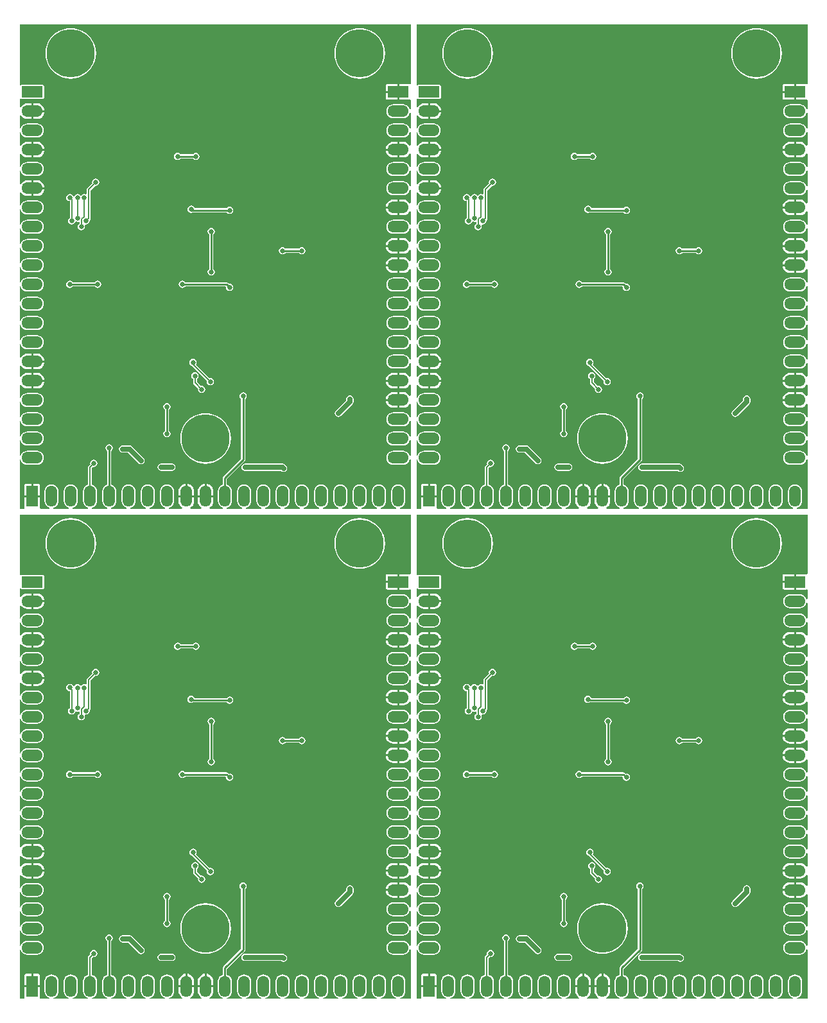
<source format=gbl>
G04 Layer_Physical_Order=2*
G04 Layer_Color=16711680*
%FSLAX25Y25*%
%MOIN*%
G70*
G01*
G75*
%ADD17C,0.01000*%
%ADD19C,0.02500*%
%ADD20C,0.00800*%
%ADD21C,0.25000*%
%ADD22O,0.11000X0.06000*%
%ADD23R,0.11000X0.06000*%
%ADD24O,0.06000X0.11000*%
%ADD25R,0.06000X0.11000*%
%ADD26C,0.02500*%
G36*
X410471Y476655D02*
X409971Y476388D01*
X409890Y476442D01*
X409500Y476520D01*
X404500D01*
Y472500D01*
Y468480D01*
X409500D01*
X409890Y468558D01*
X409971Y468612D01*
X410471Y468344D01*
Y463561D01*
X410007Y463440D01*
X409645Y464316D01*
X409067Y465068D01*
X408316Y465645D01*
X407440Y466007D01*
X406500Y466131D01*
X401500D01*
X400560Y466007D01*
X399685Y465645D01*
X398933Y465068D01*
X398355Y464316D01*
X397993Y463440D01*
X397869Y462500D01*
X397993Y461560D01*
X398355Y460684D01*
X398933Y459932D01*
X399685Y459355D01*
X400560Y458993D01*
X401500Y458869D01*
X406500D01*
X407440Y458993D01*
X408316Y459355D01*
X409067Y459932D01*
X409645Y460684D01*
X410007Y461560D01*
X410471Y461439D01*
Y453561D01*
X410007Y453440D01*
X409645Y454316D01*
X409067Y455068D01*
X408316Y455645D01*
X407440Y456007D01*
X406500Y456131D01*
X401500D01*
X400560Y456007D01*
X399685Y455645D01*
X398933Y455068D01*
X398355Y454316D01*
X397993Y453440D01*
X397869Y452500D01*
X397993Y451560D01*
X398355Y450684D01*
X398933Y449932D01*
X399685Y449355D01*
X400560Y448993D01*
X401500Y448869D01*
X406500D01*
X407440Y448993D01*
X408316Y449355D01*
X409067Y449932D01*
X409645Y450684D01*
X410007Y451560D01*
X410471Y451439D01*
Y444799D01*
X410024Y444545D01*
X409971Y444548D01*
X409353Y445353D01*
X408517Y445994D01*
X407544Y446397D01*
X406500Y446534D01*
X404500D01*
Y442500D01*
Y438465D01*
X406500D01*
X407544Y438603D01*
X408517Y439006D01*
X409353Y439647D01*
X409971Y440452D01*
X410024Y440455D01*
X410471Y440201D01*
Y433561D01*
X410007Y433440D01*
X409645Y434315D01*
X409067Y435068D01*
X408316Y435645D01*
X407440Y436007D01*
X406500Y436131D01*
X401500D01*
X400560Y436007D01*
X399685Y435645D01*
X398933Y435068D01*
X398355Y434315D01*
X397993Y433440D01*
X397869Y432500D01*
X397993Y431560D01*
X398355Y430685D01*
X398933Y429932D01*
X399685Y429355D01*
X400560Y428993D01*
X401500Y428869D01*
X406500D01*
X407440Y428993D01*
X408316Y429355D01*
X409067Y429932D01*
X409645Y430685D01*
X410007Y431560D01*
X410471Y431439D01*
Y423561D01*
X410007Y423440D01*
X409645Y424316D01*
X409067Y425068D01*
X408316Y425645D01*
X407440Y426007D01*
X406500Y426131D01*
X401500D01*
X400560Y426007D01*
X399685Y425645D01*
X398933Y425068D01*
X398355Y424316D01*
X397993Y423440D01*
X397869Y422500D01*
X397993Y421560D01*
X398355Y420684D01*
X398933Y419932D01*
X399685Y419355D01*
X400560Y418993D01*
X401500Y418869D01*
X406500D01*
X407440Y418993D01*
X408316Y419355D01*
X409067Y419932D01*
X409645Y420684D01*
X410007Y421560D01*
X410471Y421439D01*
Y414799D01*
X410024Y414545D01*
X409971Y414548D01*
X409353Y415353D01*
X408517Y415994D01*
X407544Y416397D01*
X406500Y416535D01*
X404500D01*
Y412500D01*
Y408465D01*
X406500D01*
X407544Y408603D01*
X408517Y409006D01*
X409353Y409647D01*
X409971Y410452D01*
X410024Y410455D01*
X410471Y410201D01*
Y403561D01*
X410007Y403440D01*
X409645Y404316D01*
X409067Y405067D01*
X408316Y405645D01*
X407440Y406007D01*
X406500Y406131D01*
X401500D01*
X400560Y406007D01*
X399685Y405645D01*
X398933Y405067D01*
X398355Y404316D01*
X397993Y403440D01*
X397869Y402500D01*
X397993Y401560D01*
X398355Y400684D01*
X398933Y399933D01*
X399685Y399355D01*
X400560Y398993D01*
X401500Y398869D01*
X406500D01*
X407440Y398993D01*
X408316Y399355D01*
X409067Y399933D01*
X409645Y400684D01*
X410007Y401560D01*
X410471Y401439D01*
Y394799D01*
X410024Y394545D01*
X409971Y394548D01*
X409353Y395353D01*
X408517Y395994D01*
X407544Y396397D01*
X406500Y396534D01*
X404500D01*
Y392500D01*
Y388465D01*
X406500D01*
X407544Y388603D01*
X408517Y389006D01*
X409353Y389647D01*
X409971Y390452D01*
X410024Y390455D01*
X410471Y390201D01*
Y384799D01*
X410024Y384545D01*
X409971Y384548D01*
X409353Y385353D01*
X408517Y385994D01*
X407544Y386397D01*
X406500Y386535D01*
X404500D01*
Y382500D01*
Y378466D01*
X406500D01*
X407544Y378603D01*
X408517Y379006D01*
X409353Y379647D01*
X409971Y380452D01*
X410024Y380455D01*
X410471Y380201D01*
Y373561D01*
X410007Y373440D01*
X409645Y374316D01*
X409067Y375067D01*
X408316Y375645D01*
X407440Y376007D01*
X406500Y376131D01*
X401500D01*
X400560Y376007D01*
X399685Y375645D01*
X398933Y375067D01*
X398355Y374316D01*
X397993Y373440D01*
X397869Y372500D01*
X397993Y371560D01*
X398355Y370685D01*
X398933Y369933D01*
X399685Y369355D01*
X400560Y368993D01*
X401500Y368869D01*
X406500D01*
X407440Y368993D01*
X408316Y369355D01*
X409067Y369933D01*
X409645Y370685D01*
X410007Y371560D01*
X410471Y371439D01*
Y363561D01*
X410007Y363440D01*
X409645Y364316D01*
X409067Y365068D01*
X408316Y365645D01*
X407440Y366007D01*
X406500Y366131D01*
X401500D01*
X400560Y366007D01*
X399685Y365645D01*
X398933Y365068D01*
X398355Y364316D01*
X397993Y363440D01*
X397869Y362500D01*
X397993Y361560D01*
X398355Y360684D01*
X398933Y359932D01*
X399685Y359355D01*
X400560Y358993D01*
X401500Y358869D01*
X406500D01*
X407440Y358993D01*
X408316Y359355D01*
X409067Y359932D01*
X409645Y360684D01*
X410007Y361560D01*
X410471Y361439D01*
Y353561D01*
X410007Y353440D01*
X409645Y354315D01*
X409067Y355067D01*
X408316Y355645D01*
X407440Y356007D01*
X406500Y356131D01*
X401500D01*
X400560Y356007D01*
X399685Y355645D01*
X398933Y355067D01*
X398355Y354315D01*
X397993Y353440D01*
X397869Y352500D01*
X397993Y351560D01*
X398355Y350684D01*
X398933Y349933D01*
X399685Y349355D01*
X400560Y348993D01*
X401500Y348869D01*
X406500D01*
X407440Y348993D01*
X408316Y349355D01*
X409067Y349933D01*
X409645Y350684D01*
X410007Y351560D01*
X410471Y351439D01*
Y343561D01*
X410007Y343440D01*
X409645Y344316D01*
X409067Y345068D01*
X408316Y345645D01*
X407440Y346007D01*
X406500Y346131D01*
X401500D01*
X400560Y346007D01*
X399685Y345645D01*
X398933Y345068D01*
X398355Y344316D01*
X397993Y343440D01*
X397869Y342500D01*
X397993Y341560D01*
X398355Y340685D01*
X398933Y339932D01*
X399685Y339355D01*
X400560Y338993D01*
X401500Y338869D01*
X406500D01*
X407440Y338993D01*
X408316Y339355D01*
X409067Y339932D01*
X409645Y340685D01*
X410007Y341560D01*
X410471Y341439D01*
Y333561D01*
X410007Y333440D01*
X409645Y334315D01*
X409067Y335068D01*
X408316Y335645D01*
X407440Y336007D01*
X406500Y336131D01*
X401500D01*
X400560Y336007D01*
X399685Y335645D01*
X398933Y335068D01*
X398355Y334315D01*
X397993Y333440D01*
X397869Y332500D01*
X397993Y331560D01*
X398355Y330684D01*
X398933Y329932D01*
X399685Y329355D01*
X400560Y328993D01*
X401500Y328869D01*
X406500D01*
X407440Y328993D01*
X408316Y329355D01*
X409067Y329932D01*
X409645Y330684D01*
X410007Y331560D01*
X410471Y331439D01*
Y324799D01*
X410024Y324545D01*
X409971Y324548D01*
X409353Y325353D01*
X408517Y325994D01*
X407544Y326397D01*
X406500Y326535D01*
X404500D01*
Y322500D01*
Y318465D01*
X406500D01*
X407544Y318603D01*
X408517Y319006D01*
X409353Y319647D01*
X409971Y320452D01*
X410024Y320455D01*
X410471Y320201D01*
Y314799D01*
X410024Y314545D01*
X409971Y314548D01*
X409353Y315353D01*
X408517Y315994D01*
X407544Y316397D01*
X406500Y316534D01*
X404500D01*
Y312500D01*
Y308466D01*
X406500D01*
X407544Y308603D01*
X408517Y309006D01*
X409353Y309647D01*
X409971Y310452D01*
X410024Y310455D01*
X410471Y310201D01*
Y303561D01*
X410007Y303440D01*
X409645Y304315D01*
X409067Y305067D01*
X408316Y305645D01*
X407440Y306007D01*
X406500Y306131D01*
X401500D01*
X400560Y306007D01*
X399685Y305645D01*
X398933Y305067D01*
X398355Y304315D01*
X397993Y303440D01*
X397869Y302500D01*
X397993Y301560D01*
X398355Y300684D01*
X398933Y299933D01*
X399685Y299355D01*
X400560Y298993D01*
X401500Y298869D01*
X406500D01*
X407440Y298993D01*
X408316Y299355D01*
X409067Y299933D01*
X409645Y300684D01*
X410007Y301560D01*
X410471Y301439D01*
Y293561D01*
X410007Y293440D01*
X409645Y294316D01*
X409067Y295068D01*
X408316Y295645D01*
X407440Y296007D01*
X406500Y296131D01*
X401500D01*
X400560Y296007D01*
X399685Y295645D01*
X398933Y295068D01*
X398355Y294316D01*
X397993Y293440D01*
X397869Y292500D01*
X397993Y291560D01*
X398355Y290685D01*
X398933Y289932D01*
X399685Y289355D01*
X400560Y288993D01*
X401500Y288869D01*
X406500D01*
X407440Y288993D01*
X408316Y289355D01*
X409067Y289932D01*
X409645Y290685D01*
X410007Y291560D01*
X410471Y291439D01*
Y283561D01*
X410007Y283440D01*
X409645Y284315D01*
X409067Y285068D01*
X408316Y285645D01*
X407440Y286007D01*
X406500Y286131D01*
X401500D01*
X400560Y286007D01*
X399685Y285645D01*
X398933Y285068D01*
X398355Y284315D01*
X397993Y283440D01*
X397869Y282500D01*
X397993Y281560D01*
X398355Y280684D01*
X398933Y279932D01*
X399685Y279355D01*
X400560Y278993D01*
X401500Y278869D01*
X406500D01*
X407440Y278993D01*
X408316Y279355D01*
X409067Y279932D01*
X409645Y280684D01*
X410007Y281560D01*
X410471Y281439D01*
Y256029D01*
X405061D01*
X404940Y256493D01*
X405816Y256855D01*
X406567Y257433D01*
X407145Y258185D01*
X407507Y259060D01*
X407631Y260000D01*
Y265000D01*
X407507Y265940D01*
X407145Y266815D01*
X406567Y267567D01*
X405816Y268145D01*
X404940Y268507D01*
X404000Y268631D01*
X403060Y268507D01*
X402184Y268145D01*
X401433Y267567D01*
X400855Y266815D01*
X400493Y265940D01*
X400369Y265000D01*
Y260000D01*
X400493Y259060D01*
X400855Y258185D01*
X401433Y257433D01*
X402184Y256855D01*
X403060Y256493D01*
X402939Y256029D01*
X395061D01*
X394940Y256493D01*
X395815Y256855D01*
X396568Y257433D01*
X397145Y258185D01*
X397507Y259060D01*
X397631Y260000D01*
Y265000D01*
X397507Y265940D01*
X397145Y266815D01*
X396568Y267567D01*
X395815Y268145D01*
X394940Y268507D01*
X394000Y268631D01*
X393060Y268507D01*
X392184Y268145D01*
X391432Y267567D01*
X390855Y266815D01*
X390493Y265940D01*
X390369Y265000D01*
Y260000D01*
X390493Y259060D01*
X390855Y258185D01*
X391432Y257433D01*
X392184Y256855D01*
X393060Y256493D01*
X392939Y256029D01*
X385061D01*
X384940Y256493D01*
X385816Y256855D01*
X386567Y257433D01*
X387145Y258185D01*
X387507Y259060D01*
X387631Y260000D01*
Y265000D01*
X387507Y265940D01*
X387145Y266815D01*
X386567Y267567D01*
X385816Y268145D01*
X384940Y268507D01*
X384000Y268631D01*
X383060Y268507D01*
X382185Y268145D01*
X381433Y267567D01*
X380855Y266815D01*
X380493Y265940D01*
X380369Y265000D01*
Y260000D01*
X380493Y259060D01*
X380855Y258185D01*
X381433Y257433D01*
X382185Y256855D01*
X383060Y256493D01*
X382939Y256029D01*
X375061D01*
X374940Y256493D01*
X375816Y256855D01*
X376568Y257433D01*
X377145Y258185D01*
X377507Y259060D01*
X377631Y260000D01*
Y265000D01*
X377507Y265940D01*
X377145Y266815D01*
X376568Y267567D01*
X375816Y268145D01*
X374940Y268507D01*
X374000Y268631D01*
X373060Y268507D01*
X372184Y268145D01*
X371432Y267567D01*
X370855Y266815D01*
X370493Y265940D01*
X370369Y265000D01*
Y260000D01*
X370493Y259060D01*
X370855Y258185D01*
X371432Y257433D01*
X372184Y256855D01*
X373060Y256493D01*
X372939Y256029D01*
X365061D01*
X364940Y256493D01*
X365815Y256855D01*
X366567Y257433D01*
X367145Y258185D01*
X367507Y259060D01*
X367631Y260000D01*
Y265000D01*
X367507Y265940D01*
X367145Y266815D01*
X366567Y267567D01*
X365815Y268145D01*
X364940Y268507D01*
X364000Y268631D01*
X363060Y268507D01*
X362185Y268145D01*
X361433Y267567D01*
X360855Y266815D01*
X360493Y265940D01*
X360369Y265000D01*
Y260000D01*
X360493Y259060D01*
X360855Y258185D01*
X361433Y257433D01*
X362185Y256855D01*
X363060Y256493D01*
X362939Y256029D01*
X355061D01*
X354940Y256493D01*
X355816Y256855D01*
X356568Y257433D01*
X357145Y258185D01*
X357507Y259060D01*
X357631Y260000D01*
Y265000D01*
X357507Y265940D01*
X357145Y266815D01*
X356568Y267567D01*
X355816Y268145D01*
X354940Y268507D01*
X354000Y268631D01*
X353060Y268507D01*
X352185Y268145D01*
X351432Y267567D01*
X350855Y266815D01*
X350493Y265940D01*
X350369Y265000D01*
Y260000D01*
X350493Y259060D01*
X350855Y258185D01*
X351432Y257433D01*
X352185Y256855D01*
X353060Y256493D01*
X352939Y256029D01*
X345061D01*
X344940Y256493D01*
X345815Y256855D01*
X346568Y257433D01*
X347145Y258185D01*
X347507Y259060D01*
X347631Y260000D01*
Y265000D01*
X347507Y265940D01*
X347145Y266815D01*
X346568Y267567D01*
X345815Y268145D01*
X344940Y268507D01*
X344000Y268631D01*
X343060Y268507D01*
X342184Y268145D01*
X341432Y267567D01*
X340855Y266815D01*
X340493Y265940D01*
X340369Y265000D01*
Y260000D01*
X340493Y259060D01*
X340855Y258185D01*
X341432Y257433D01*
X342184Y256855D01*
X343060Y256493D01*
X342939Y256029D01*
X335061D01*
X334940Y256493D01*
X335816Y256855D01*
X336567Y257433D01*
X337145Y258185D01*
X337507Y259060D01*
X337631Y260000D01*
Y265000D01*
X337507Y265940D01*
X337145Y266815D01*
X336567Y267567D01*
X335816Y268145D01*
X334940Y268507D01*
X334000Y268631D01*
X333060Y268507D01*
X332185Y268145D01*
X331433Y267567D01*
X330855Y266815D01*
X330493Y265940D01*
X330369Y265000D01*
Y260000D01*
X330493Y259060D01*
X330855Y258185D01*
X331433Y257433D01*
X332185Y256855D01*
X333060Y256493D01*
X332939Y256029D01*
X325061D01*
X324940Y256493D01*
X325816Y256855D01*
X326568Y257433D01*
X327145Y258185D01*
X327507Y259060D01*
X327631Y260000D01*
Y265000D01*
X327507Y265940D01*
X327145Y266815D01*
X326568Y267567D01*
X325816Y268145D01*
X324940Y268507D01*
X324000Y268631D01*
X323060Y268507D01*
X322184Y268145D01*
X321432Y267567D01*
X320855Y266815D01*
X320493Y265940D01*
X320369Y265000D01*
Y260000D01*
X320493Y259060D01*
X320855Y258185D01*
X321432Y257433D01*
X322184Y256855D01*
X323060Y256493D01*
X322939Y256029D01*
X315061D01*
X314940Y256493D01*
X315815Y256855D01*
X316567Y257433D01*
X317145Y258185D01*
X317507Y259060D01*
X317631Y260000D01*
Y265000D01*
X317507Y265940D01*
X317145Y266815D01*
X316567Y267567D01*
X315815Y268145D01*
X315122Y268432D01*
Y271535D01*
X324293Y280707D01*
X324293Y280707D01*
X324536Y281071D01*
X324622Y281500D01*
X324622Y281500D01*
Y313024D01*
X324834Y313166D01*
X325243Y313778D01*
X325386Y314500D01*
X325243Y315222D01*
X324834Y315834D01*
X324222Y316243D01*
X323500Y316386D01*
X322778Y316243D01*
X322166Y315834D01*
X321757Y315222D01*
X321614Y314500D01*
X321757Y313778D01*
X322166Y313166D01*
X322378Y313024D01*
Y281965D01*
X313207Y272793D01*
X312964Y272429D01*
X312878Y272000D01*
X312878Y272000D01*
Y268432D01*
X312185Y268145D01*
X311433Y267567D01*
X310855Y266815D01*
X310493Y265940D01*
X310369Y265000D01*
Y260000D01*
X310493Y259060D01*
X310855Y258185D01*
X311433Y257433D01*
X312185Y256855D01*
X313060Y256493D01*
X312939Y256029D01*
X306299D01*
X306045Y256476D01*
X306048Y256529D01*
X306853Y257147D01*
X307494Y257983D01*
X307897Y258956D01*
X308034Y260000D01*
Y262000D01*
X304000D01*
X299966D01*
Y260000D01*
X300103Y258956D01*
X300506Y257983D01*
X301147Y257147D01*
X301952Y256529D01*
X301955Y256476D01*
X301701Y256029D01*
X296299D01*
X296045Y256476D01*
X296048Y256529D01*
X296853Y257147D01*
X297494Y257983D01*
X297897Y258956D01*
X298035Y260000D01*
Y262000D01*
X294000D01*
X289966D01*
Y260000D01*
X290103Y258956D01*
X290506Y257983D01*
X291147Y257147D01*
X291952Y256529D01*
X291955Y256476D01*
X291701Y256029D01*
X285061D01*
X284940Y256493D01*
X285816Y256855D01*
X286567Y257433D01*
X287145Y258185D01*
X287507Y259060D01*
X287631Y260000D01*
Y265000D01*
X287507Y265940D01*
X287145Y266815D01*
X286567Y267567D01*
X285816Y268145D01*
X284940Y268507D01*
X284000Y268631D01*
X283060Y268507D01*
X282185Y268145D01*
X281433Y267567D01*
X280855Y266815D01*
X280493Y265940D01*
X280369Y265000D01*
Y260000D01*
X280493Y259060D01*
X280855Y258185D01*
X281433Y257433D01*
X282185Y256855D01*
X283060Y256493D01*
X282939Y256029D01*
X275061D01*
X274940Y256493D01*
X275816Y256855D01*
X276568Y257433D01*
X277145Y258185D01*
X277507Y259060D01*
X277631Y260000D01*
Y265000D01*
X277507Y265940D01*
X277145Y266815D01*
X276568Y267567D01*
X275816Y268145D01*
X274940Y268507D01*
X274000Y268631D01*
X273060Y268507D01*
X272184Y268145D01*
X271432Y267567D01*
X270855Y266815D01*
X270493Y265940D01*
X270369Y265000D01*
Y260000D01*
X270493Y259060D01*
X270855Y258185D01*
X271432Y257433D01*
X272184Y256855D01*
X273060Y256493D01*
X272939Y256029D01*
X265061D01*
X264940Y256493D01*
X265815Y256855D01*
X266567Y257433D01*
X267145Y258185D01*
X267507Y259060D01*
X267631Y260000D01*
Y265000D01*
X267507Y265940D01*
X267145Y266815D01*
X266567Y267567D01*
X265815Y268145D01*
X264940Y268507D01*
X264000Y268631D01*
X263060Y268507D01*
X262185Y268145D01*
X261433Y267567D01*
X260855Y266815D01*
X260493Y265940D01*
X260369Y265000D01*
Y260000D01*
X260493Y259060D01*
X260855Y258185D01*
X261433Y257433D01*
X262185Y256855D01*
X263060Y256493D01*
X262939Y256029D01*
X255061D01*
X254940Y256493D01*
X255816Y256855D01*
X256568Y257433D01*
X257145Y258185D01*
X257507Y259060D01*
X257631Y260000D01*
Y265000D01*
X257507Y265940D01*
X257145Y266815D01*
X256568Y267567D01*
X255816Y268145D01*
X255121Y268432D01*
Y286024D01*
X255334Y286166D01*
X255743Y286778D01*
X255886Y287500D01*
X255743Y288222D01*
X255334Y288834D01*
X254722Y289243D01*
X254000Y289386D01*
X253278Y289243D01*
X252666Y288834D01*
X252257Y288222D01*
X252114Y287500D01*
X252257Y286778D01*
X252666Y286166D01*
X252878Y286024D01*
Y268432D01*
X252185Y268145D01*
X251432Y267567D01*
X250855Y266815D01*
X250493Y265940D01*
X250369Y265000D01*
Y260000D01*
X250493Y259060D01*
X250855Y258185D01*
X251432Y257433D01*
X252185Y256855D01*
X253060Y256493D01*
X252939Y256029D01*
X245061D01*
X244940Y256493D01*
X245815Y256855D01*
X246568Y257433D01*
X247145Y258185D01*
X247507Y259060D01*
X247631Y260000D01*
Y265000D01*
X247507Y265940D01*
X247145Y266815D01*
X246568Y267567D01*
X245815Y268145D01*
X245020Y268474D01*
Y277078D01*
X245629Y277688D01*
X246000Y277614D01*
X246722Y277757D01*
X247334Y278166D01*
X247743Y278778D01*
X247886Y279500D01*
X247743Y280222D01*
X247334Y280834D01*
X246722Y281243D01*
X246000Y281386D01*
X245278Y281243D01*
X244666Y280834D01*
X244257Y280222D01*
X244114Y279500D01*
X244187Y279129D01*
X243279Y278221D01*
X243058Y277890D01*
X242980Y277500D01*
Y268474D01*
X242184Y268145D01*
X241432Y267567D01*
X240855Y266815D01*
X240493Y265940D01*
X240369Y265000D01*
Y260000D01*
X240493Y259060D01*
X240855Y258185D01*
X241432Y257433D01*
X242184Y256855D01*
X243060Y256493D01*
X242939Y256029D01*
X235061D01*
X234940Y256493D01*
X235816Y256855D01*
X236567Y257433D01*
X237145Y258185D01*
X237507Y259060D01*
X237631Y260000D01*
Y265000D01*
X237507Y265940D01*
X237145Y266815D01*
X236567Y267567D01*
X235816Y268145D01*
X234940Y268507D01*
X234000Y268631D01*
X233060Y268507D01*
X232185Y268145D01*
X231433Y267567D01*
X230855Y266815D01*
X230493Y265940D01*
X230369Y265000D01*
Y260000D01*
X230493Y259060D01*
X230855Y258185D01*
X231433Y257433D01*
X232185Y256855D01*
X233060Y256493D01*
X232939Y256029D01*
X225061D01*
X224940Y256493D01*
X225816Y256855D01*
X226568Y257433D01*
X227145Y258185D01*
X227507Y259060D01*
X227631Y260000D01*
Y265000D01*
X227507Y265940D01*
X227145Y266815D01*
X226568Y267567D01*
X225816Y268145D01*
X224940Y268507D01*
X224000Y268631D01*
X223060Y268507D01*
X222184Y268145D01*
X221432Y267567D01*
X220855Y266815D01*
X220493Y265940D01*
X220369Y265000D01*
Y260000D01*
X220493Y259060D01*
X220855Y258185D01*
X221432Y257433D01*
X222184Y256855D01*
X223060Y256493D01*
X222939Y256029D01*
X218156D01*
X217888Y256529D01*
X217942Y256610D01*
X218020Y257000D01*
Y262000D01*
X214000D01*
X209980D01*
Y257000D01*
X210058Y256610D01*
X210112Y256529D01*
X209844Y256029D01*
X207529D01*
Y281439D01*
X207993Y281560D01*
X208355Y280684D01*
X208932Y279932D01*
X209684Y279355D01*
X210560Y278993D01*
X211500Y278869D01*
X216500D01*
X217440Y278993D01*
X218316Y279355D01*
X219068Y279932D01*
X219645Y280684D01*
X220007Y281560D01*
X220131Y282500D01*
X220007Y283440D01*
X219645Y284315D01*
X219068Y285068D01*
X218316Y285645D01*
X217440Y286007D01*
X216500Y286131D01*
X211500D01*
X210560Y286007D01*
X209684Y285645D01*
X208932Y285068D01*
X208355Y284315D01*
X207993Y283440D01*
X207529Y283561D01*
Y291439D01*
X207993Y291560D01*
X208355Y290685D01*
X208932Y289932D01*
X209684Y289355D01*
X210560Y288993D01*
X211500Y288869D01*
X216500D01*
X217440Y288993D01*
X218316Y289355D01*
X219068Y289932D01*
X219645Y290685D01*
X220007Y291560D01*
X220131Y292500D01*
X220007Y293440D01*
X219645Y294316D01*
X219068Y295068D01*
X218316Y295645D01*
X217440Y296007D01*
X216500Y296131D01*
X211500D01*
X210560Y296007D01*
X209684Y295645D01*
X208932Y295068D01*
X208355Y294316D01*
X207993Y293440D01*
X207529Y293561D01*
Y301439D01*
X207993Y301560D01*
X208355Y300684D01*
X208932Y299933D01*
X209684Y299355D01*
X210560Y298993D01*
X211500Y298869D01*
X216500D01*
X217440Y298993D01*
X218316Y299355D01*
X219068Y299933D01*
X219645Y300684D01*
X220007Y301560D01*
X220131Y302500D01*
X220007Y303440D01*
X219645Y304315D01*
X219068Y305067D01*
X218316Y305645D01*
X217440Y306007D01*
X216500Y306131D01*
X211500D01*
X210560Y306007D01*
X209684Y305645D01*
X208932Y305067D01*
X208355Y304315D01*
X207993Y303440D01*
X207529Y303561D01*
Y311439D01*
X207993Y311560D01*
X208355Y310684D01*
X208932Y309932D01*
X209684Y309355D01*
X210560Y308993D01*
X211500Y308869D01*
X216500D01*
X217440Y308993D01*
X218316Y309355D01*
X219068Y309932D01*
X219645Y310684D01*
X220007Y311560D01*
X220131Y312500D01*
X220007Y313440D01*
X219645Y314316D01*
X219068Y315068D01*
X218316Y315645D01*
X217440Y316007D01*
X216500Y316131D01*
X211500D01*
X210560Y316007D01*
X209684Y315645D01*
X208932Y315068D01*
X208355Y314316D01*
X207993Y313440D01*
X207529Y313561D01*
Y320201D01*
X207976Y320455D01*
X208029Y320452D01*
X208647Y319647D01*
X209483Y319006D01*
X210456Y318603D01*
X211500Y318465D01*
X213500D01*
Y322500D01*
Y326535D01*
X211500D01*
X210456Y326397D01*
X209483Y325994D01*
X208647Y325353D01*
X208029Y324548D01*
X207976Y324545D01*
X207529Y324799D01*
Y330201D01*
X207976Y330455D01*
X208029Y330452D01*
X208647Y329647D01*
X209483Y329006D01*
X210456Y328603D01*
X211500Y328466D01*
X213500D01*
Y332500D01*
Y336535D01*
X211500D01*
X210456Y336397D01*
X209483Y335994D01*
X208647Y335353D01*
X208029Y334548D01*
X207976Y334545D01*
X207529Y334799D01*
Y341439D01*
X207993Y341560D01*
X208355Y340685D01*
X208932Y339932D01*
X209684Y339355D01*
X210560Y338993D01*
X211500Y338869D01*
X216500D01*
X217440Y338993D01*
X218316Y339355D01*
X219068Y339932D01*
X219645Y340685D01*
X220007Y341560D01*
X220131Y342500D01*
X220007Y343440D01*
X219645Y344316D01*
X219068Y345068D01*
X218316Y345645D01*
X217440Y346007D01*
X216500Y346131D01*
X211500D01*
X210560Y346007D01*
X209684Y345645D01*
X208932Y345068D01*
X208355Y344316D01*
X207993Y343440D01*
X207529Y343561D01*
Y351439D01*
X207993Y351560D01*
X208355Y350684D01*
X208932Y349933D01*
X209684Y349355D01*
X210560Y348993D01*
X211500Y348869D01*
X216500D01*
X217440Y348993D01*
X218316Y349355D01*
X219068Y349933D01*
X219645Y350684D01*
X220007Y351560D01*
X220131Y352500D01*
X220007Y353440D01*
X219645Y354315D01*
X219068Y355067D01*
X218316Y355645D01*
X217440Y356007D01*
X216500Y356131D01*
X211500D01*
X210560Y356007D01*
X209684Y355645D01*
X208932Y355067D01*
X208355Y354315D01*
X207993Y353440D01*
X207529Y353561D01*
Y361439D01*
X207993Y361560D01*
X208355Y360684D01*
X208932Y359932D01*
X209684Y359355D01*
X210560Y358993D01*
X211500Y358869D01*
X216500D01*
X217440Y358993D01*
X218316Y359355D01*
X219068Y359932D01*
X219645Y360684D01*
X220007Y361560D01*
X220131Y362500D01*
X220007Y363440D01*
X219645Y364316D01*
X219068Y365068D01*
X218316Y365645D01*
X217440Y366007D01*
X216500Y366131D01*
X211500D01*
X210560Y366007D01*
X209684Y365645D01*
X208932Y365068D01*
X208355Y364316D01*
X207993Y363440D01*
X207529Y363561D01*
Y371439D01*
X207993Y371560D01*
X208355Y370685D01*
X208932Y369933D01*
X209684Y369355D01*
X210560Y368993D01*
X211500Y368869D01*
X216500D01*
X217440Y368993D01*
X218316Y369355D01*
X219068Y369933D01*
X219645Y370685D01*
X220007Y371560D01*
X220131Y372500D01*
X220007Y373440D01*
X219645Y374316D01*
X219068Y375067D01*
X218316Y375645D01*
X217440Y376007D01*
X216500Y376131D01*
X211500D01*
X210560Y376007D01*
X209684Y375645D01*
X208932Y375067D01*
X208355Y374316D01*
X207993Y373440D01*
X207529Y373561D01*
Y381439D01*
X207993Y381560D01*
X208355Y380684D01*
X208932Y379932D01*
X209684Y379355D01*
X210560Y378993D01*
X211500Y378869D01*
X216500D01*
X217440Y378993D01*
X218316Y379355D01*
X219068Y379932D01*
X219645Y380684D01*
X220007Y381560D01*
X220131Y382500D01*
X220007Y383440D01*
X219645Y384315D01*
X219068Y385068D01*
X218316Y385645D01*
X217440Y386007D01*
X216500Y386131D01*
X211500D01*
X210560Y386007D01*
X209684Y385645D01*
X208932Y385068D01*
X208355Y384315D01*
X207993Y383440D01*
X207529Y383561D01*
Y391439D01*
X207993Y391560D01*
X208355Y390685D01*
X208932Y389932D01*
X209684Y389355D01*
X210560Y388993D01*
X211500Y388869D01*
X216500D01*
X217440Y388993D01*
X218316Y389355D01*
X219068Y389932D01*
X219645Y390685D01*
X220007Y391560D01*
X220131Y392500D01*
X220007Y393440D01*
X219645Y394316D01*
X219068Y395068D01*
X218316Y395645D01*
X217440Y396007D01*
X216500Y396131D01*
X211500D01*
X210560Y396007D01*
X209684Y395645D01*
X208932Y395068D01*
X208355Y394316D01*
X207993Y393440D01*
X207529Y393561D01*
Y401439D01*
X207993Y401560D01*
X208355Y400684D01*
X208932Y399933D01*
X209684Y399355D01*
X210560Y398993D01*
X211500Y398869D01*
X216500D01*
X217440Y398993D01*
X218316Y399355D01*
X219068Y399933D01*
X219645Y400684D01*
X220007Y401560D01*
X220131Y402500D01*
X220007Y403440D01*
X219645Y404316D01*
X219068Y405067D01*
X218316Y405645D01*
X217440Y406007D01*
X216500Y406131D01*
X211500D01*
X210560Y406007D01*
X209684Y405645D01*
X208932Y405067D01*
X208355Y404316D01*
X207993Y403440D01*
X207529Y403561D01*
Y411439D01*
X207993Y411560D01*
X208355Y410684D01*
X208932Y409932D01*
X209684Y409355D01*
X210560Y408993D01*
X211500Y408869D01*
X216500D01*
X217440Y408993D01*
X218316Y409355D01*
X219068Y409932D01*
X219645Y410684D01*
X220007Y411560D01*
X220131Y412500D01*
X220007Y413440D01*
X219645Y414316D01*
X219068Y415068D01*
X218316Y415645D01*
X217440Y416007D01*
X216500Y416131D01*
X211500D01*
X210560Y416007D01*
X209684Y415645D01*
X208932Y415068D01*
X208355Y414316D01*
X207993Y413440D01*
X207529Y413561D01*
Y420201D01*
X207976Y420455D01*
X208029Y420452D01*
X208647Y419647D01*
X209483Y419006D01*
X210456Y418603D01*
X211500Y418466D01*
X213500D01*
Y422500D01*
Y426535D01*
X211500D01*
X210456Y426397D01*
X209483Y425994D01*
X208647Y425353D01*
X208029Y424548D01*
X207976Y424545D01*
X207529Y424799D01*
Y431439D01*
X207993Y431560D01*
X208355Y430685D01*
X208932Y429932D01*
X209684Y429355D01*
X210560Y428993D01*
X211500Y428869D01*
X216500D01*
X217440Y428993D01*
X218316Y429355D01*
X219068Y429932D01*
X219645Y430685D01*
X220007Y431560D01*
X220131Y432500D01*
X220007Y433440D01*
X219645Y434315D01*
X219068Y435068D01*
X218316Y435645D01*
X217440Y436007D01*
X216500Y436131D01*
X211500D01*
X210560Y436007D01*
X209684Y435645D01*
X208932Y435068D01*
X208355Y434315D01*
X207993Y433440D01*
X207529Y433561D01*
Y440201D01*
X207976Y440455D01*
X208029Y440452D01*
X208647Y439647D01*
X209483Y439006D01*
X210456Y438603D01*
X211500Y438465D01*
X213500D01*
Y442500D01*
Y446534D01*
X211500D01*
X210456Y446397D01*
X209483Y445994D01*
X208647Y445353D01*
X208029Y444548D01*
X207976Y444545D01*
X207529Y444799D01*
Y451439D01*
X207993Y451560D01*
X208355Y450684D01*
X208932Y449932D01*
X209684Y449355D01*
X210560Y448993D01*
X211500Y448869D01*
X216500D01*
X217440Y448993D01*
X218316Y449355D01*
X219068Y449932D01*
X219645Y450684D01*
X220007Y451560D01*
X220131Y452500D01*
X220007Y453440D01*
X219645Y454316D01*
X219068Y455068D01*
X218316Y455645D01*
X217440Y456007D01*
X216500Y456131D01*
X211500D01*
X210560Y456007D01*
X209684Y455645D01*
X208932Y455068D01*
X208355Y454316D01*
X207993Y453440D01*
X207529Y453561D01*
Y460201D01*
X207976Y460455D01*
X208029Y460452D01*
X208647Y459647D01*
X209483Y459006D01*
X210456Y458603D01*
X211500Y458465D01*
X213500D01*
Y462500D01*
Y466535D01*
X211500D01*
X210456Y466397D01*
X209483Y465994D01*
X208647Y465353D01*
X208029Y464548D01*
X207976Y464545D01*
X207529Y464799D01*
Y468969D01*
X208029Y469068D01*
X208041Y469041D01*
X208500Y468851D01*
X219500D01*
X219959Y469041D01*
X220149Y469500D01*
Y475500D01*
X219959Y475959D01*
X219500Y476149D01*
X208500D01*
X208041Y475959D01*
X208029Y475932D01*
X207529Y476031D01*
Y507471D01*
X410471D01*
Y476655D01*
D02*
G37*
G36*
X204471D02*
X203971Y476388D01*
X203890Y476442D01*
X203500Y476520D01*
X198500D01*
Y472500D01*
Y468480D01*
X203500D01*
X203890Y468558D01*
X203971Y468612D01*
X204471Y468344D01*
Y463561D01*
X204007Y463440D01*
X203645Y464316D01*
X203068Y465068D01*
X202315Y465645D01*
X201440Y466007D01*
X200500Y466131D01*
X195500D01*
X194560Y466007D01*
X193684Y465645D01*
X192932Y465068D01*
X192355Y464316D01*
X191993Y463440D01*
X191869Y462500D01*
X191993Y461560D01*
X192355Y460684D01*
X192932Y459932D01*
X193684Y459355D01*
X194560Y458993D01*
X195500Y458869D01*
X200500D01*
X201440Y458993D01*
X202315Y459355D01*
X203068Y459932D01*
X203645Y460684D01*
X204007Y461560D01*
X204471Y461439D01*
Y453561D01*
X204007Y453440D01*
X203645Y454316D01*
X203068Y455068D01*
X202315Y455645D01*
X201440Y456007D01*
X200500Y456131D01*
X195500D01*
X194560Y456007D01*
X193684Y455645D01*
X192932Y455068D01*
X192355Y454316D01*
X191993Y453440D01*
X191869Y452500D01*
X191993Y451560D01*
X192355Y450684D01*
X192932Y449932D01*
X193684Y449355D01*
X194560Y448993D01*
X195500Y448869D01*
X200500D01*
X201440Y448993D01*
X202315Y449355D01*
X203068Y449932D01*
X203645Y450684D01*
X204007Y451560D01*
X204471Y451439D01*
Y444799D01*
X204024Y444545D01*
X203971Y444548D01*
X203353Y445353D01*
X202517Y445994D01*
X201544Y446397D01*
X200500Y446534D01*
X198500D01*
Y442500D01*
Y438465D01*
X200500D01*
X201544Y438603D01*
X202517Y439006D01*
X203353Y439647D01*
X203971Y440452D01*
X204024Y440455D01*
X204471Y440201D01*
Y433561D01*
X204007Y433440D01*
X203645Y434315D01*
X203068Y435068D01*
X202315Y435645D01*
X201440Y436007D01*
X200500Y436131D01*
X195500D01*
X194560Y436007D01*
X193684Y435645D01*
X192932Y435068D01*
X192355Y434315D01*
X191993Y433440D01*
X191869Y432500D01*
X191993Y431560D01*
X192355Y430685D01*
X192932Y429932D01*
X193684Y429355D01*
X194560Y428993D01*
X195500Y428869D01*
X200500D01*
X201440Y428993D01*
X202315Y429355D01*
X203068Y429932D01*
X203645Y430685D01*
X204007Y431560D01*
X204471Y431439D01*
Y423561D01*
X204007Y423440D01*
X203645Y424316D01*
X203068Y425068D01*
X202315Y425645D01*
X201440Y426007D01*
X200500Y426131D01*
X195500D01*
X194560Y426007D01*
X193684Y425645D01*
X192932Y425068D01*
X192355Y424316D01*
X191993Y423440D01*
X191869Y422500D01*
X191993Y421560D01*
X192355Y420684D01*
X192932Y419932D01*
X193684Y419355D01*
X194560Y418993D01*
X195500Y418869D01*
X200500D01*
X201440Y418993D01*
X202315Y419355D01*
X203068Y419932D01*
X203645Y420684D01*
X204007Y421560D01*
X204471Y421439D01*
Y414799D01*
X204024Y414545D01*
X203971Y414548D01*
X203353Y415353D01*
X202517Y415994D01*
X201544Y416397D01*
X200500Y416535D01*
X198500D01*
Y412500D01*
Y408465D01*
X200500D01*
X201544Y408603D01*
X202517Y409006D01*
X203353Y409647D01*
X203971Y410452D01*
X204024Y410455D01*
X204471Y410201D01*
Y403561D01*
X204007Y403440D01*
X203645Y404316D01*
X203068Y405067D01*
X202315Y405645D01*
X201440Y406007D01*
X200500Y406131D01*
X195500D01*
X194560Y406007D01*
X193684Y405645D01*
X192932Y405067D01*
X192355Y404316D01*
X191993Y403440D01*
X191869Y402500D01*
X191993Y401560D01*
X192355Y400684D01*
X192932Y399933D01*
X193684Y399355D01*
X194560Y398993D01*
X195500Y398869D01*
X200500D01*
X201440Y398993D01*
X202315Y399355D01*
X203068Y399933D01*
X203645Y400684D01*
X204007Y401560D01*
X204471Y401439D01*
Y394799D01*
X204024Y394545D01*
X203971Y394548D01*
X203353Y395353D01*
X202517Y395994D01*
X201544Y396397D01*
X200500Y396534D01*
X198500D01*
Y392500D01*
Y388465D01*
X200500D01*
X201544Y388603D01*
X202517Y389006D01*
X203353Y389647D01*
X203971Y390452D01*
X204024Y390455D01*
X204471Y390201D01*
Y384799D01*
X204024Y384545D01*
X203971Y384548D01*
X203353Y385353D01*
X202517Y385994D01*
X201544Y386397D01*
X200500Y386535D01*
X198500D01*
Y382500D01*
Y378466D01*
X200500D01*
X201544Y378603D01*
X202517Y379006D01*
X203353Y379647D01*
X203971Y380452D01*
X204024Y380455D01*
X204471Y380201D01*
Y373561D01*
X204007Y373440D01*
X203645Y374316D01*
X203068Y375067D01*
X202315Y375645D01*
X201440Y376007D01*
X200500Y376131D01*
X195500D01*
X194560Y376007D01*
X193684Y375645D01*
X192932Y375067D01*
X192355Y374316D01*
X191993Y373440D01*
X191869Y372500D01*
X191993Y371560D01*
X192355Y370685D01*
X192932Y369933D01*
X193684Y369355D01*
X194560Y368993D01*
X195500Y368869D01*
X200500D01*
X201440Y368993D01*
X202315Y369355D01*
X203068Y369933D01*
X203645Y370685D01*
X204007Y371560D01*
X204471Y371439D01*
Y363561D01*
X204007Y363440D01*
X203645Y364316D01*
X203068Y365068D01*
X202315Y365645D01*
X201440Y366007D01*
X200500Y366131D01*
X195500D01*
X194560Y366007D01*
X193684Y365645D01*
X192932Y365068D01*
X192355Y364316D01*
X191993Y363440D01*
X191869Y362500D01*
X191993Y361560D01*
X192355Y360684D01*
X192932Y359932D01*
X193684Y359355D01*
X194560Y358993D01*
X195500Y358869D01*
X200500D01*
X201440Y358993D01*
X202315Y359355D01*
X203068Y359932D01*
X203645Y360684D01*
X204007Y361560D01*
X204471Y361439D01*
Y353561D01*
X204007Y353440D01*
X203645Y354315D01*
X203068Y355067D01*
X202315Y355645D01*
X201440Y356007D01*
X200500Y356131D01*
X195500D01*
X194560Y356007D01*
X193684Y355645D01*
X192932Y355067D01*
X192355Y354315D01*
X191993Y353440D01*
X191869Y352500D01*
X191993Y351560D01*
X192355Y350684D01*
X192932Y349933D01*
X193684Y349355D01*
X194560Y348993D01*
X195500Y348869D01*
X200500D01*
X201440Y348993D01*
X202315Y349355D01*
X203068Y349933D01*
X203645Y350684D01*
X204007Y351560D01*
X204471Y351439D01*
Y343561D01*
X204007Y343440D01*
X203645Y344316D01*
X203068Y345068D01*
X202315Y345645D01*
X201440Y346007D01*
X200500Y346131D01*
X195500D01*
X194560Y346007D01*
X193684Y345645D01*
X192932Y345068D01*
X192355Y344316D01*
X191993Y343440D01*
X191869Y342500D01*
X191993Y341560D01*
X192355Y340685D01*
X192932Y339932D01*
X193684Y339355D01*
X194560Y338993D01*
X195500Y338869D01*
X200500D01*
X201440Y338993D01*
X202315Y339355D01*
X203068Y339932D01*
X203645Y340685D01*
X204007Y341560D01*
X204471Y341439D01*
Y333561D01*
X204007Y333440D01*
X203645Y334315D01*
X203068Y335068D01*
X202315Y335645D01*
X201440Y336007D01*
X200500Y336131D01*
X195500D01*
X194560Y336007D01*
X193684Y335645D01*
X192932Y335068D01*
X192355Y334315D01*
X191993Y333440D01*
X191869Y332500D01*
X191993Y331560D01*
X192355Y330684D01*
X192932Y329932D01*
X193684Y329355D01*
X194560Y328993D01*
X195500Y328869D01*
X200500D01*
X201440Y328993D01*
X202315Y329355D01*
X203068Y329932D01*
X203645Y330684D01*
X204007Y331560D01*
X204471Y331439D01*
Y324799D01*
X204024Y324545D01*
X203971Y324548D01*
X203353Y325353D01*
X202517Y325994D01*
X201544Y326397D01*
X200500Y326535D01*
X198500D01*
Y322500D01*
Y318465D01*
X200500D01*
X201544Y318603D01*
X202517Y319006D01*
X203353Y319647D01*
X203971Y320452D01*
X204024Y320455D01*
X204471Y320201D01*
Y314799D01*
X204024Y314545D01*
X203971Y314548D01*
X203353Y315353D01*
X202517Y315994D01*
X201544Y316397D01*
X200500Y316534D01*
X198500D01*
Y312500D01*
Y308466D01*
X200500D01*
X201544Y308603D01*
X202517Y309006D01*
X203353Y309647D01*
X203971Y310452D01*
X204024Y310455D01*
X204471Y310201D01*
Y303561D01*
X204007Y303440D01*
X203645Y304315D01*
X203068Y305067D01*
X202315Y305645D01*
X201440Y306007D01*
X200500Y306131D01*
X195500D01*
X194560Y306007D01*
X193684Y305645D01*
X192932Y305067D01*
X192355Y304315D01*
X191993Y303440D01*
X191869Y302500D01*
X191993Y301560D01*
X192355Y300684D01*
X192932Y299933D01*
X193684Y299355D01*
X194560Y298993D01*
X195500Y298869D01*
X200500D01*
X201440Y298993D01*
X202315Y299355D01*
X203068Y299933D01*
X203645Y300684D01*
X204007Y301560D01*
X204471Y301439D01*
Y293561D01*
X204007Y293440D01*
X203645Y294316D01*
X203068Y295068D01*
X202315Y295645D01*
X201440Y296007D01*
X200500Y296131D01*
X195500D01*
X194560Y296007D01*
X193684Y295645D01*
X192932Y295068D01*
X192355Y294316D01*
X191993Y293440D01*
X191869Y292500D01*
X191993Y291560D01*
X192355Y290685D01*
X192932Y289932D01*
X193684Y289355D01*
X194560Y288993D01*
X195500Y288869D01*
X200500D01*
X201440Y288993D01*
X202315Y289355D01*
X203068Y289932D01*
X203645Y290685D01*
X204007Y291560D01*
X204471Y291439D01*
Y283561D01*
X204007Y283440D01*
X203645Y284315D01*
X203068Y285068D01*
X202315Y285645D01*
X201440Y286007D01*
X200500Y286131D01*
X195500D01*
X194560Y286007D01*
X193684Y285645D01*
X192932Y285068D01*
X192355Y284315D01*
X191993Y283440D01*
X191869Y282500D01*
X191993Y281560D01*
X192355Y280684D01*
X192932Y279932D01*
X193684Y279355D01*
X194560Y278993D01*
X195500Y278869D01*
X200500D01*
X201440Y278993D01*
X202315Y279355D01*
X203068Y279932D01*
X203645Y280684D01*
X204007Y281560D01*
X204471Y281439D01*
Y256029D01*
X199061D01*
X198940Y256493D01*
X199815Y256855D01*
X200568Y257433D01*
X201145Y258185D01*
X201507Y259060D01*
X201631Y260000D01*
Y265000D01*
X201507Y265940D01*
X201145Y266815D01*
X200568Y267567D01*
X199815Y268145D01*
X198940Y268507D01*
X198000Y268631D01*
X197060Y268507D01*
X196185Y268145D01*
X195432Y267567D01*
X194855Y266815D01*
X194493Y265940D01*
X194369Y265000D01*
Y260000D01*
X194493Y259060D01*
X194855Y258185D01*
X195432Y257433D01*
X196185Y256855D01*
X197060Y256493D01*
X196939Y256029D01*
X189061D01*
X188940Y256493D01*
X189815Y256855D01*
X190568Y257433D01*
X191145Y258185D01*
X191507Y259060D01*
X191631Y260000D01*
Y265000D01*
X191507Y265940D01*
X191145Y266815D01*
X190568Y267567D01*
X189815Y268145D01*
X188940Y268507D01*
X188000Y268631D01*
X187060Y268507D01*
X186185Y268145D01*
X185432Y267567D01*
X184855Y266815D01*
X184493Y265940D01*
X184369Y265000D01*
Y260000D01*
X184493Y259060D01*
X184855Y258185D01*
X185432Y257433D01*
X186185Y256855D01*
X187060Y256493D01*
X186939Y256029D01*
X179061D01*
X178940Y256493D01*
X179815Y256855D01*
X180568Y257433D01*
X181145Y258185D01*
X181507Y259060D01*
X181631Y260000D01*
Y265000D01*
X181507Y265940D01*
X181145Y266815D01*
X180568Y267567D01*
X179815Y268145D01*
X178940Y268507D01*
X178000Y268631D01*
X177060Y268507D01*
X176184Y268145D01*
X175432Y267567D01*
X174855Y266815D01*
X174493Y265940D01*
X174369Y265000D01*
Y260000D01*
X174493Y259060D01*
X174855Y258185D01*
X175432Y257433D01*
X176184Y256855D01*
X177060Y256493D01*
X176939Y256029D01*
X169061D01*
X168940Y256493D01*
X169816Y256855D01*
X170568Y257433D01*
X171145Y258185D01*
X171507Y259060D01*
X171631Y260000D01*
Y265000D01*
X171507Y265940D01*
X171145Y266815D01*
X170568Y267567D01*
X169816Y268145D01*
X168940Y268507D01*
X168000Y268631D01*
X167060Y268507D01*
X166184Y268145D01*
X165432Y267567D01*
X164855Y266815D01*
X164493Y265940D01*
X164369Y265000D01*
Y260000D01*
X164493Y259060D01*
X164855Y258185D01*
X165432Y257433D01*
X166184Y256855D01*
X167060Y256493D01*
X166939Y256029D01*
X159061D01*
X158940Y256493D01*
X159816Y256855D01*
X160568Y257433D01*
X161145Y258185D01*
X161507Y259060D01*
X161631Y260000D01*
Y265000D01*
X161507Y265940D01*
X161145Y266815D01*
X160568Y267567D01*
X159816Y268145D01*
X158940Y268507D01*
X158000Y268631D01*
X157060Y268507D01*
X156184Y268145D01*
X155432Y267567D01*
X154855Y266815D01*
X154493Y265940D01*
X154369Y265000D01*
Y260000D01*
X154493Y259060D01*
X154855Y258185D01*
X155432Y257433D01*
X156184Y256855D01*
X157060Y256493D01*
X156939Y256029D01*
X149061D01*
X148940Y256493D01*
X149815Y256855D01*
X150568Y257433D01*
X151145Y258185D01*
X151507Y259060D01*
X151631Y260000D01*
Y265000D01*
X151507Y265940D01*
X151145Y266815D01*
X150568Y267567D01*
X149815Y268145D01*
X148940Y268507D01*
X148000Y268631D01*
X147060Y268507D01*
X146185Y268145D01*
X145432Y267567D01*
X144855Y266815D01*
X144493Y265940D01*
X144369Y265000D01*
Y260000D01*
X144493Y259060D01*
X144855Y258185D01*
X145432Y257433D01*
X146185Y256855D01*
X147060Y256493D01*
X146939Y256029D01*
X139061D01*
X138940Y256493D01*
X139815Y256855D01*
X140568Y257433D01*
X141145Y258185D01*
X141507Y259060D01*
X141631Y260000D01*
Y265000D01*
X141507Y265940D01*
X141145Y266815D01*
X140568Y267567D01*
X139815Y268145D01*
X138940Y268507D01*
X138000Y268631D01*
X137060Y268507D01*
X136185Y268145D01*
X135432Y267567D01*
X134855Y266815D01*
X134493Y265940D01*
X134369Y265000D01*
Y260000D01*
X134493Y259060D01*
X134855Y258185D01*
X135432Y257433D01*
X136185Y256855D01*
X137060Y256493D01*
X136939Y256029D01*
X129061D01*
X128940Y256493D01*
X129815Y256855D01*
X130568Y257433D01*
X131145Y258185D01*
X131507Y259060D01*
X131631Y260000D01*
Y265000D01*
X131507Y265940D01*
X131145Y266815D01*
X130568Y267567D01*
X129815Y268145D01*
X128940Y268507D01*
X128000Y268631D01*
X127060Y268507D01*
X126184Y268145D01*
X125432Y267567D01*
X124855Y266815D01*
X124493Y265940D01*
X124369Y265000D01*
Y260000D01*
X124493Y259060D01*
X124855Y258185D01*
X125432Y257433D01*
X126184Y256855D01*
X127060Y256493D01*
X126939Y256029D01*
X119061D01*
X118940Y256493D01*
X119816Y256855D01*
X120568Y257433D01*
X121145Y258185D01*
X121507Y259060D01*
X121631Y260000D01*
Y265000D01*
X121507Y265940D01*
X121145Y266815D01*
X120568Y267567D01*
X119816Y268145D01*
X118940Y268507D01*
X118000Y268631D01*
X117060Y268507D01*
X116184Y268145D01*
X115432Y267567D01*
X114855Y266815D01*
X114493Y265940D01*
X114369Y265000D01*
Y260000D01*
X114493Y259060D01*
X114855Y258185D01*
X115432Y257433D01*
X116184Y256855D01*
X117060Y256493D01*
X116939Y256029D01*
X109061D01*
X108940Y256493D01*
X109816Y256855D01*
X110568Y257433D01*
X111145Y258185D01*
X111507Y259060D01*
X111631Y260000D01*
Y265000D01*
X111507Y265940D01*
X111145Y266815D01*
X110568Y267567D01*
X109816Y268145D01*
X109122Y268432D01*
Y271535D01*
X118293Y280707D01*
X118293Y280707D01*
X118536Y281071D01*
X118622Y281500D01*
X118622Y281500D01*
Y313024D01*
X118834Y313166D01*
X119243Y313778D01*
X119386Y314500D01*
X119243Y315222D01*
X118834Y315834D01*
X118222Y316243D01*
X117500Y316386D01*
X116778Y316243D01*
X116166Y315834D01*
X115757Y315222D01*
X115614Y314500D01*
X115757Y313778D01*
X116166Y313166D01*
X116378Y313024D01*
Y281965D01*
X107207Y272793D01*
X106964Y272429D01*
X106878Y272000D01*
X106878Y272000D01*
Y268432D01*
X106184Y268145D01*
X105432Y267567D01*
X104855Y266815D01*
X104493Y265940D01*
X104369Y265000D01*
Y260000D01*
X104493Y259060D01*
X104855Y258185D01*
X105432Y257433D01*
X106184Y256855D01*
X107060Y256493D01*
X106939Y256029D01*
X100299D01*
X100045Y256476D01*
X100048Y256529D01*
X100853Y257147D01*
X101494Y257983D01*
X101897Y258956D01*
X102034Y260000D01*
Y262000D01*
X98000D01*
X93966D01*
Y260000D01*
X94103Y258956D01*
X94506Y257983D01*
X95147Y257147D01*
X95952Y256529D01*
X95955Y256476D01*
X95701Y256029D01*
X90299D01*
X90045Y256476D01*
X90048Y256529D01*
X90853Y257147D01*
X91494Y257983D01*
X91897Y258956D01*
X92035Y260000D01*
Y262000D01*
X88000D01*
X83965D01*
Y260000D01*
X84103Y258956D01*
X84506Y257983D01*
X85147Y257147D01*
X85952Y256529D01*
X85955Y256476D01*
X85701Y256029D01*
X79061D01*
X78940Y256493D01*
X79816Y256855D01*
X80568Y257433D01*
X81145Y258185D01*
X81507Y259060D01*
X81631Y260000D01*
Y265000D01*
X81507Y265940D01*
X81145Y266815D01*
X80568Y267567D01*
X79816Y268145D01*
X78940Y268507D01*
X78000Y268631D01*
X77060Y268507D01*
X76184Y268145D01*
X75432Y267567D01*
X74855Y266815D01*
X74493Y265940D01*
X74369Y265000D01*
Y260000D01*
X74493Y259060D01*
X74855Y258185D01*
X75432Y257433D01*
X76184Y256855D01*
X77060Y256493D01*
X76939Y256029D01*
X69061D01*
X68940Y256493D01*
X69815Y256855D01*
X70568Y257433D01*
X71145Y258185D01*
X71507Y259060D01*
X71631Y260000D01*
Y265000D01*
X71507Y265940D01*
X71145Y266815D01*
X70568Y267567D01*
X69815Y268145D01*
X68940Y268507D01*
X68000Y268631D01*
X67060Y268507D01*
X66185Y268145D01*
X65432Y267567D01*
X64855Y266815D01*
X64493Y265940D01*
X64369Y265000D01*
Y260000D01*
X64493Y259060D01*
X64855Y258185D01*
X65432Y257433D01*
X66185Y256855D01*
X67060Y256493D01*
X66939Y256029D01*
X59061D01*
X58940Y256493D01*
X59816Y256855D01*
X60568Y257433D01*
X61145Y258185D01*
X61507Y259060D01*
X61631Y260000D01*
Y265000D01*
X61507Y265940D01*
X61145Y266815D01*
X60568Y267567D01*
X59816Y268145D01*
X58940Y268507D01*
X58000Y268631D01*
X57060Y268507D01*
X56185Y268145D01*
X55432Y267567D01*
X54855Y266815D01*
X54493Y265940D01*
X54369Y265000D01*
Y260000D01*
X54493Y259060D01*
X54855Y258185D01*
X55432Y257433D01*
X56185Y256855D01*
X57060Y256493D01*
X56939Y256029D01*
X49061D01*
X48940Y256493D01*
X49815Y256855D01*
X50568Y257433D01*
X51145Y258185D01*
X51507Y259060D01*
X51631Y260000D01*
Y265000D01*
X51507Y265940D01*
X51145Y266815D01*
X50568Y267567D01*
X49815Y268145D01*
X49122Y268432D01*
Y286024D01*
X49334Y286166D01*
X49743Y286778D01*
X49886Y287500D01*
X49743Y288222D01*
X49334Y288834D01*
X48722Y289243D01*
X48000Y289386D01*
X47278Y289243D01*
X46666Y288834D01*
X46257Y288222D01*
X46114Y287500D01*
X46257Y286778D01*
X46666Y286166D01*
X46878Y286024D01*
Y268432D01*
X46185Y268145D01*
X45432Y267567D01*
X44855Y266815D01*
X44493Y265940D01*
X44369Y265000D01*
Y260000D01*
X44493Y259060D01*
X44855Y258185D01*
X45432Y257433D01*
X46185Y256855D01*
X47060Y256493D01*
X46939Y256029D01*
X39061D01*
X38940Y256493D01*
X39816Y256855D01*
X40567Y257433D01*
X41145Y258185D01*
X41507Y259060D01*
X41631Y260000D01*
Y265000D01*
X41507Y265940D01*
X41145Y266815D01*
X40567Y267567D01*
X39816Y268145D01*
X39020Y268474D01*
Y277078D01*
X39629Y277688D01*
X40000Y277614D01*
X40722Y277757D01*
X41334Y278166D01*
X41743Y278778D01*
X41886Y279500D01*
X41743Y280222D01*
X41334Y280834D01*
X40722Y281243D01*
X40000Y281386D01*
X39278Y281243D01*
X38666Y280834D01*
X38257Y280222D01*
X38114Y279500D01*
X38188Y279129D01*
X37279Y278221D01*
X37058Y277890D01*
X36980Y277500D01*
Y268474D01*
X36184Y268145D01*
X35432Y267567D01*
X34855Y266815D01*
X34493Y265940D01*
X34369Y265000D01*
Y260000D01*
X34493Y259060D01*
X34855Y258185D01*
X35432Y257433D01*
X36184Y256855D01*
X37060Y256493D01*
X36939Y256029D01*
X29061D01*
X28940Y256493D01*
X29816Y256855D01*
X30567Y257433D01*
X31145Y258185D01*
X31507Y259060D01*
X31631Y260000D01*
Y265000D01*
X31507Y265940D01*
X31145Y266815D01*
X30567Y267567D01*
X29816Y268145D01*
X28940Y268507D01*
X28000Y268631D01*
X27060Y268507D01*
X26184Y268145D01*
X25433Y267567D01*
X24855Y266815D01*
X24493Y265940D01*
X24369Y265000D01*
Y260000D01*
X24493Y259060D01*
X24855Y258185D01*
X25433Y257433D01*
X26184Y256855D01*
X27060Y256493D01*
X26939Y256029D01*
X19061D01*
X18940Y256493D01*
X19816Y256855D01*
X20568Y257433D01*
X21145Y258185D01*
X21507Y259060D01*
X21631Y260000D01*
Y265000D01*
X21507Y265940D01*
X21145Y266815D01*
X20568Y267567D01*
X19816Y268145D01*
X18940Y268507D01*
X18000Y268631D01*
X17060Y268507D01*
X16184Y268145D01*
X15432Y267567D01*
X14855Y266815D01*
X14493Y265940D01*
X14369Y265000D01*
Y260000D01*
X14493Y259060D01*
X14855Y258185D01*
X15432Y257433D01*
X16184Y256855D01*
X17060Y256493D01*
X16939Y256029D01*
X12156D01*
X11888Y256529D01*
X11942Y256610D01*
X12020Y257000D01*
Y262000D01*
X8000D01*
X3980D01*
Y257000D01*
X4058Y256610D01*
X4112Y256529D01*
X3844Y256029D01*
X1529D01*
Y281439D01*
X1993Y281560D01*
X2355Y280684D01*
X2932Y279932D01*
X3684Y279355D01*
X4560Y278993D01*
X5500Y278869D01*
X10500D01*
X11440Y278993D01*
X12315Y279355D01*
X13068Y279932D01*
X13645Y280684D01*
X14007Y281560D01*
X14131Y282500D01*
X14007Y283440D01*
X13645Y284315D01*
X13068Y285068D01*
X12315Y285645D01*
X11440Y286007D01*
X10500Y286131D01*
X5500D01*
X4560Y286007D01*
X3684Y285645D01*
X2932Y285068D01*
X2355Y284315D01*
X1993Y283440D01*
X1529Y283561D01*
Y291439D01*
X1993Y291560D01*
X2355Y290685D01*
X2932Y289932D01*
X3684Y289355D01*
X4560Y288993D01*
X5500Y288869D01*
X10500D01*
X11440Y288993D01*
X12315Y289355D01*
X13068Y289932D01*
X13645Y290685D01*
X14007Y291560D01*
X14131Y292500D01*
X14007Y293440D01*
X13645Y294316D01*
X13068Y295068D01*
X12315Y295645D01*
X11440Y296007D01*
X10500Y296131D01*
X5500D01*
X4560Y296007D01*
X3684Y295645D01*
X2932Y295068D01*
X2355Y294316D01*
X1993Y293440D01*
X1529Y293561D01*
Y301439D01*
X1993Y301560D01*
X2355Y300684D01*
X2932Y299933D01*
X3684Y299355D01*
X4560Y298993D01*
X5500Y298869D01*
X10500D01*
X11440Y298993D01*
X12315Y299355D01*
X13068Y299933D01*
X13645Y300684D01*
X14007Y301560D01*
X14131Y302500D01*
X14007Y303440D01*
X13645Y304315D01*
X13068Y305067D01*
X12315Y305645D01*
X11440Y306007D01*
X10500Y306131D01*
X5500D01*
X4560Y306007D01*
X3684Y305645D01*
X2932Y305067D01*
X2355Y304315D01*
X1993Y303440D01*
X1529Y303561D01*
Y311439D01*
X1993Y311560D01*
X2355Y310684D01*
X2932Y309932D01*
X3684Y309355D01*
X4560Y308993D01*
X5500Y308869D01*
X10500D01*
X11440Y308993D01*
X12315Y309355D01*
X13068Y309932D01*
X13645Y310684D01*
X14007Y311560D01*
X14131Y312500D01*
X14007Y313440D01*
X13645Y314316D01*
X13068Y315068D01*
X12315Y315645D01*
X11440Y316007D01*
X10500Y316131D01*
X5500D01*
X4560Y316007D01*
X3684Y315645D01*
X2932Y315068D01*
X2355Y314316D01*
X1993Y313440D01*
X1529Y313561D01*
Y320201D01*
X1976Y320455D01*
X2029Y320452D01*
X2647Y319647D01*
X3483Y319006D01*
X4456Y318603D01*
X5500Y318465D01*
X7500D01*
Y322500D01*
Y326535D01*
X5500D01*
X4456Y326397D01*
X3483Y325994D01*
X2647Y325353D01*
X2029Y324548D01*
X1976Y324545D01*
X1529Y324799D01*
Y330201D01*
X1976Y330455D01*
X2029Y330452D01*
X2647Y329647D01*
X3483Y329006D01*
X4456Y328603D01*
X5500Y328466D01*
X7500D01*
Y332500D01*
Y336535D01*
X5500D01*
X4456Y336397D01*
X3483Y335994D01*
X2647Y335353D01*
X2029Y334548D01*
X1976Y334545D01*
X1529Y334799D01*
Y341439D01*
X1993Y341560D01*
X2355Y340685D01*
X2932Y339932D01*
X3684Y339355D01*
X4560Y338993D01*
X5500Y338869D01*
X10500D01*
X11440Y338993D01*
X12315Y339355D01*
X13068Y339932D01*
X13645Y340685D01*
X14007Y341560D01*
X14131Y342500D01*
X14007Y343440D01*
X13645Y344316D01*
X13068Y345068D01*
X12315Y345645D01*
X11440Y346007D01*
X10500Y346131D01*
X5500D01*
X4560Y346007D01*
X3684Y345645D01*
X2932Y345068D01*
X2355Y344316D01*
X1993Y343440D01*
X1529Y343561D01*
Y351439D01*
X1993Y351560D01*
X2355Y350684D01*
X2932Y349933D01*
X3684Y349355D01*
X4560Y348993D01*
X5500Y348869D01*
X10500D01*
X11440Y348993D01*
X12315Y349355D01*
X13068Y349933D01*
X13645Y350684D01*
X14007Y351560D01*
X14131Y352500D01*
X14007Y353440D01*
X13645Y354315D01*
X13068Y355067D01*
X12315Y355645D01*
X11440Y356007D01*
X10500Y356131D01*
X5500D01*
X4560Y356007D01*
X3684Y355645D01*
X2932Y355067D01*
X2355Y354315D01*
X1993Y353440D01*
X1529Y353561D01*
Y361439D01*
X1993Y361560D01*
X2355Y360684D01*
X2932Y359932D01*
X3684Y359355D01*
X4560Y358993D01*
X5500Y358869D01*
X10500D01*
X11440Y358993D01*
X12315Y359355D01*
X13068Y359932D01*
X13645Y360684D01*
X14007Y361560D01*
X14131Y362500D01*
X14007Y363440D01*
X13645Y364316D01*
X13068Y365068D01*
X12315Y365645D01*
X11440Y366007D01*
X10500Y366131D01*
X5500D01*
X4560Y366007D01*
X3684Y365645D01*
X2932Y365068D01*
X2355Y364316D01*
X1993Y363440D01*
X1529Y363561D01*
Y371439D01*
X1993Y371560D01*
X2355Y370685D01*
X2932Y369933D01*
X3684Y369355D01*
X4560Y368993D01*
X5500Y368869D01*
X10500D01*
X11440Y368993D01*
X12315Y369355D01*
X13068Y369933D01*
X13645Y370685D01*
X14007Y371560D01*
X14131Y372500D01*
X14007Y373440D01*
X13645Y374316D01*
X13068Y375067D01*
X12315Y375645D01*
X11440Y376007D01*
X10500Y376131D01*
X5500D01*
X4560Y376007D01*
X3684Y375645D01*
X2932Y375067D01*
X2355Y374316D01*
X1993Y373440D01*
X1529Y373561D01*
Y381439D01*
X1993Y381560D01*
X2355Y380684D01*
X2932Y379932D01*
X3684Y379355D01*
X4560Y378993D01*
X5500Y378869D01*
X10500D01*
X11440Y378993D01*
X12315Y379355D01*
X13068Y379932D01*
X13645Y380684D01*
X14007Y381560D01*
X14131Y382500D01*
X14007Y383440D01*
X13645Y384315D01*
X13068Y385068D01*
X12315Y385645D01*
X11440Y386007D01*
X10500Y386131D01*
X5500D01*
X4560Y386007D01*
X3684Y385645D01*
X2932Y385068D01*
X2355Y384315D01*
X1993Y383440D01*
X1529Y383561D01*
Y391439D01*
X1993Y391560D01*
X2355Y390685D01*
X2932Y389932D01*
X3684Y389355D01*
X4560Y388993D01*
X5500Y388869D01*
X10500D01*
X11440Y388993D01*
X12315Y389355D01*
X13068Y389932D01*
X13645Y390685D01*
X14007Y391560D01*
X14131Y392500D01*
X14007Y393440D01*
X13645Y394316D01*
X13068Y395068D01*
X12315Y395645D01*
X11440Y396007D01*
X10500Y396131D01*
X5500D01*
X4560Y396007D01*
X3684Y395645D01*
X2932Y395068D01*
X2355Y394316D01*
X1993Y393440D01*
X1529Y393561D01*
Y401439D01*
X1993Y401560D01*
X2355Y400684D01*
X2932Y399933D01*
X3684Y399355D01*
X4560Y398993D01*
X5500Y398869D01*
X10500D01*
X11440Y398993D01*
X12315Y399355D01*
X13068Y399933D01*
X13645Y400684D01*
X14007Y401560D01*
X14131Y402500D01*
X14007Y403440D01*
X13645Y404316D01*
X13068Y405067D01*
X12315Y405645D01*
X11440Y406007D01*
X10500Y406131D01*
X5500D01*
X4560Y406007D01*
X3684Y405645D01*
X2932Y405067D01*
X2355Y404316D01*
X1993Y403440D01*
X1529Y403561D01*
Y411439D01*
X1993Y411560D01*
X2355Y410684D01*
X2932Y409932D01*
X3684Y409355D01*
X4560Y408993D01*
X5500Y408869D01*
X10500D01*
X11440Y408993D01*
X12315Y409355D01*
X13068Y409932D01*
X13645Y410684D01*
X14007Y411560D01*
X14131Y412500D01*
X14007Y413440D01*
X13645Y414316D01*
X13068Y415068D01*
X12315Y415645D01*
X11440Y416007D01*
X10500Y416131D01*
X5500D01*
X4560Y416007D01*
X3684Y415645D01*
X2932Y415068D01*
X2355Y414316D01*
X1993Y413440D01*
X1529Y413561D01*
Y420201D01*
X1976Y420455D01*
X2029Y420452D01*
X2647Y419647D01*
X3483Y419006D01*
X4456Y418603D01*
X5500Y418466D01*
X7500D01*
Y422500D01*
Y426535D01*
X5500D01*
X4456Y426397D01*
X3483Y425994D01*
X2647Y425353D01*
X2029Y424548D01*
X1976Y424545D01*
X1529Y424799D01*
Y431439D01*
X1993Y431560D01*
X2355Y430685D01*
X2932Y429932D01*
X3684Y429355D01*
X4560Y428993D01*
X5500Y428869D01*
X10500D01*
X11440Y428993D01*
X12315Y429355D01*
X13068Y429932D01*
X13645Y430685D01*
X14007Y431560D01*
X14131Y432500D01*
X14007Y433440D01*
X13645Y434315D01*
X13068Y435068D01*
X12315Y435645D01*
X11440Y436007D01*
X10500Y436131D01*
X5500D01*
X4560Y436007D01*
X3684Y435645D01*
X2932Y435068D01*
X2355Y434315D01*
X1993Y433440D01*
X1529Y433561D01*
Y440201D01*
X1976Y440455D01*
X2029Y440452D01*
X2647Y439647D01*
X3483Y439006D01*
X4456Y438603D01*
X5500Y438465D01*
X7500D01*
Y442500D01*
Y446534D01*
X5500D01*
X4456Y446397D01*
X3483Y445994D01*
X2647Y445353D01*
X2029Y444548D01*
X1976Y444545D01*
X1529Y444799D01*
Y451439D01*
X1993Y451560D01*
X2355Y450684D01*
X2932Y449932D01*
X3684Y449355D01*
X4560Y448993D01*
X5500Y448869D01*
X10500D01*
X11440Y448993D01*
X12315Y449355D01*
X13068Y449932D01*
X13645Y450684D01*
X14007Y451560D01*
X14131Y452500D01*
X14007Y453440D01*
X13645Y454316D01*
X13068Y455068D01*
X12315Y455645D01*
X11440Y456007D01*
X10500Y456131D01*
X5500D01*
X4560Y456007D01*
X3684Y455645D01*
X2932Y455068D01*
X2355Y454316D01*
X1993Y453440D01*
X1529Y453561D01*
Y460201D01*
X1976Y460455D01*
X2029Y460452D01*
X2647Y459647D01*
X3483Y459006D01*
X4456Y458603D01*
X5500Y458465D01*
X7500D01*
Y462500D01*
Y466535D01*
X5500D01*
X4456Y466397D01*
X3483Y465994D01*
X2647Y465353D01*
X2029Y464548D01*
X1976Y464545D01*
X1529Y464799D01*
Y468969D01*
X2029Y469068D01*
X2041Y469041D01*
X2500Y468851D01*
X13500D01*
X13959Y469041D01*
X14149Y469500D01*
Y475500D01*
X13959Y475959D01*
X13500Y476149D01*
X2500D01*
X2041Y475959D01*
X2029Y475932D01*
X1529Y476031D01*
Y507471D01*
X204471D01*
Y476655D01*
D02*
G37*
G36*
X410471Y222155D02*
X409971Y221888D01*
X409890Y221942D01*
X409500Y222020D01*
X404500D01*
Y218000D01*
Y213980D01*
X409500D01*
X409890Y214058D01*
X409971Y214112D01*
X410471Y213844D01*
Y209061D01*
X410007Y208940D01*
X409645Y209816D01*
X409067Y210567D01*
X408316Y211145D01*
X407440Y211507D01*
X406500Y211631D01*
X401500D01*
X400560Y211507D01*
X399685Y211145D01*
X398933Y210567D01*
X398355Y209816D01*
X397993Y208940D01*
X397869Y208000D01*
X397993Y207060D01*
X398355Y206185D01*
X398933Y205433D01*
X399685Y204855D01*
X400560Y204493D01*
X401500Y204369D01*
X406500D01*
X407440Y204493D01*
X408316Y204855D01*
X409067Y205433D01*
X409645Y206185D01*
X410007Y207060D01*
X410471Y206939D01*
Y199061D01*
X410007Y198940D01*
X409645Y199815D01*
X409067Y200568D01*
X408316Y201145D01*
X407440Y201507D01*
X406500Y201631D01*
X401500D01*
X400560Y201507D01*
X399685Y201145D01*
X398933Y200568D01*
X398355Y199815D01*
X397993Y198940D01*
X397869Y198000D01*
X397993Y197060D01*
X398355Y196185D01*
X398933Y195432D01*
X399685Y194855D01*
X400560Y194493D01*
X401500Y194369D01*
X406500D01*
X407440Y194493D01*
X408316Y194855D01*
X409067Y195432D01*
X409645Y196185D01*
X410007Y197060D01*
X410471Y196939D01*
Y190299D01*
X410024Y190045D01*
X409971Y190048D01*
X409353Y190853D01*
X408517Y191494D01*
X407544Y191897D01*
X406500Y192034D01*
X404500D01*
Y188000D01*
Y183966D01*
X406500D01*
X407544Y184103D01*
X408517Y184506D01*
X409353Y185147D01*
X409971Y185952D01*
X410024Y185955D01*
X410471Y185701D01*
Y179061D01*
X410007Y178940D01*
X409645Y179815D01*
X409067Y180568D01*
X408316Y181145D01*
X407440Y181507D01*
X406500Y181631D01*
X401500D01*
X400560Y181507D01*
X399685Y181145D01*
X398933Y180568D01*
X398355Y179815D01*
X397993Y178940D01*
X397869Y178000D01*
X397993Y177060D01*
X398355Y176184D01*
X398933Y175432D01*
X399685Y174855D01*
X400560Y174493D01*
X401500Y174369D01*
X406500D01*
X407440Y174493D01*
X408316Y174855D01*
X409067Y175432D01*
X409645Y176184D01*
X410007Y177060D01*
X410471Y176939D01*
Y169061D01*
X410007Y168940D01*
X409645Y169816D01*
X409067Y170568D01*
X408316Y171145D01*
X407440Y171507D01*
X406500Y171631D01*
X401500D01*
X400560Y171507D01*
X399685Y171145D01*
X398933Y170568D01*
X398355Y169816D01*
X397993Y168940D01*
X397869Y168000D01*
X397993Y167060D01*
X398355Y166184D01*
X398933Y165432D01*
X399685Y164855D01*
X400560Y164493D01*
X401500Y164369D01*
X406500D01*
X407440Y164493D01*
X408316Y164855D01*
X409067Y165432D01*
X409645Y166184D01*
X410007Y167060D01*
X410471Y166939D01*
Y160299D01*
X410024Y160045D01*
X409971Y160048D01*
X409353Y160853D01*
X408517Y161494D01*
X407544Y161897D01*
X406500Y162034D01*
X404500D01*
Y158000D01*
Y153965D01*
X406500D01*
X407544Y154103D01*
X408517Y154506D01*
X409353Y155147D01*
X409971Y155952D01*
X410024Y155955D01*
X410471Y155701D01*
Y149061D01*
X410007Y148940D01*
X409645Y149815D01*
X409067Y150568D01*
X408316Y151145D01*
X407440Y151507D01*
X406500Y151631D01*
X401500D01*
X400560Y151507D01*
X399685Y151145D01*
X398933Y150568D01*
X398355Y149815D01*
X397993Y148940D01*
X397869Y148000D01*
X397993Y147060D01*
X398355Y146185D01*
X398933Y145432D01*
X399685Y144855D01*
X400560Y144493D01*
X401500Y144369D01*
X406500D01*
X407440Y144493D01*
X408316Y144855D01*
X409067Y145432D01*
X409645Y146185D01*
X410007Y147060D01*
X410471Y146939D01*
Y140299D01*
X410024Y140045D01*
X409971Y140048D01*
X409353Y140853D01*
X408517Y141494D01*
X407544Y141897D01*
X406500Y142034D01*
X404500D01*
Y138000D01*
Y133966D01*
X406500D01*
X407544Y134103D01*
X408517Y134506D01*
X409353Y135147D01*
X409971Y135952D01*
X410024Y135955D01*
X410471Y135701D01*
Y130299D01*
X410024Y130045D01*
X409971Y130048D01*
X409353Y130853D01*
X408517Y131494D01*
X407544Y131897D01*
X406500Y132035D01*
X404500D01*
Y128000D01*
Y123966D01*
X406500D01*
X407544Y124103D01*
X408517Y124506D01*
X409353Y125147D01*
X409971Y125952D01*
X410024Y125955D01*
X410471Y125701D01*
Y119061D01*
X410007Y118940D01*
X409645Y119816D01*
X409067Y120568D01*
X408316Y121145D01*
X407440Y121507D01*
X406500Y121631D01*
X401500D01*
X400560Y121507D01*
X399685Y121145D01*
X398933Y120568D01*
X398355Y119816D01*
X397993Y118940D01*
X397869Y118000D01*
X397993Y117060D01*
X398355Y116184D01*
X398933Y115432D01*
X399685Y114855D01*
X400560Y114493D01*
X401500Y114369D01*
X406500D01*
X407440Y114493D01*
X408316Y114855D01*
X409067Y115432D01*
X409645Y116184D01*
X410007Y117060D01*
X410471Y116939D01*
Y109061D01*
X410007Y108940D01*
X409645Y109816D01*
X409067Y110568D01*
X408316Y111145D01*
X407440Y111507D01*
X406500Y111631D01*
X401500D01*
X400560Y111507D01*
X399685Y111145D01*
X398933Y110568D01*
X398355Y109816D01*
X397993Y108940D01*
X397869Y108000D01*
X397993Y107060D01*
X398355Y106184D01*
X398933Y105432D01*
X399685Y104855D01*
X400560Y104493D01*
X401500Y104369D01*
X406500D01*
X407440Y104493D01*
X408316Y104855D01*
X409067Y105432D01*
X409645Y106184D01*
X410007Y107060D01*
X410471Y106939D01*
Y99061D01*
X410007Y98940D01*
X409645Y99815D01*
X409067Y100568D01*
X408316Y101145D01*
X407440Y101507D01*
X406500Y101631D01*
X401500D01*
X400560Y101507D01*
X399685Y101145D01*
X398933Y100568D01*
X398355Y99815D01*
X397993Y98940D01*
X397869Y98000D01*
X397993Y97060D01*
X398355Y96184D01*
X398933Y95432D01*
X399685Y94855D01*
X400560Y94493D01*
X401500Y94369D01*
X406500D01*
X407440Y94493D01*
X408316Y94855D01*
X409067Y95432D01*
X409645Y96184D01*
X410007Y97060D01*
X410471Y96939D01*
Y89061D01*
X410007Y88940D01*
X409645Y89815D01*
X409067Y90568D01*
X408316Y91145D01*
X407440Y91507D01*
X406500Y91631D01*
X401500D01*
X400560Y91507D01*
X399685Y91145D01*
X398933Y90568D01*
X398355Y89815D01*
X397993Y88940D01*
X397869Y88000D01*
X397993Y87060D01*
X398355Y86185D01*
X398933Y85432D01*
X399685Y84855D01*
X400560Y84493D01*
X401500Y84369D01*
X406500D01*
X407440Y84493D01*
X408316Y84855D01*
X409067Y85432D01*
X409645Y86185D01*
X410007Y87060D01*
X410471Y86939D01*
Y79061D01*
X410007Y78940D01*
X409645Y79816D01*
X409067Y80568D01*
X408316Y81145D01*
X407440Y81507D01*
X406500Y81631D01*
X401500D01*
X400560Y81507D01*
X399685Y81145D01*
X398933Y80568D01*
X398355Y79816D01*
X397993Y78940D01*
X397869Y78000D01*
X397993Y77060D01*
X398355Y76184D01*
X398933Y75432D01*
X399685Y74855D01*
X400560Y74493D01*
X401500Y74369D01*
X406500D01*
X407440Y74493D01*
X408316Y74855D01*
X409067Y75432D01*
X409645Y76184D01*
X410007Y77060D01*
X410471Y76939D01*
Y70299D01*
X410024Y70045D01*
X409971Y70048D01*
X409353Y70853D01*
X408517Y71494D01*
X407544Y71897D01*
X406500Y72035D01*
X404500D01*
Y68000D01*
Y63965D01*
X406500D01*
X407544Y64103D01*
X408517Y64506D01*
X409353Y65147D01*
X409971Y65952D01*
X410024Y65955D01*
X410471Y65701D01*
Y60299D01*
X410024Y60045D01*
X409971Y60048D01*
X409353Y60853D01*
X408517Y61494D01*
X407544Y61897D01*
X406500Y62034D01*
X404500D01*
Y58000D01*
Y53966D01*
X406500D01*
X407544Y54103D01*
X408517Y54506D01*
X409353Y55147D01*
X409971Y55952D01*
X410024Y55955D01*
X410471Y55701D01*
Y49061D01*
X410007Y48940D01*
X409645Y49815D01*
X409067Y50568D01*
X408316Y51145D01*
X407440Y51507D01*
X406500Y51631D01*
X401500D01*
X400560Y51507D01*
X399685Y51145D01*
X398933Y50568D01*
X398355Y49815D01*
X397993Y48940D01*
X397869Y48000D01*
X397993Y47060D01*
X398355Y46185D01*
X398933Y45432D01*
X399685Y44855D01*
X400560Y44493D01*
X401500Y44369D01*
X406500D01*
X407440Y44493D01*
X408316Y44855D01*
X409067Y45432D01*
X409645Y46185D01*
X410007Y47060D01*
X410471Y46939D01*
Y39061D01*
X410007Y38940D01*
X409645Y39816D01*
X409067Y40567D01*
X408316Y41145D01*
X407440Y41507D01*
X406500Y41631D01*
X401500D01*
X400560Y41507D01*
X399685Y41145D01*
X398933Y40567D01*
X398355Y39816D01*
X397993Y38940D01*
X397869Y38000D01*
X397993Y37060D01*
X398355Y36184D01*
X398933Y35432D01*
X399685Y34855D01*
X400560Y34493D01*
X401500Y34369D01*
X406500D01*
X407440Y34493D01*
X408316Y34855D01*
X409067Y35432D01*
X409645Y36184D01*
X410007Y37060D01*
X410471Y36939D01*
Y29061D01*
X410007Y28940D01*
X409645Y29816D01*
X409067Y30567D01*
X408316Y31145D01*
X407440Y31507D01*
X406500Y31631D01*
X401500D01*
X400560Y31507D01*
X399685Y31145D01*
X398933Y30567D01*
X398355Y29816D01*
X397993Y28940D01*
X397869Y28000D01*
X397993Y27060D01*
X398355Y26184D01*
X398933Y25433D01*
X399685Y24855D01*
X400560Y24493D01*
X401500Y24369D01*
X406500D01*
X407440Y24493D01*
X408316Y24855D01*
X409067Y25433D01*
X409645Y26184D01*
X410007Y27060D01*
X410471Y26939D01*
Y1529D01*
X405061D01*
X404940Y1993D01*
X405816Y2355D01*
X406567Y2932D01*
X407145Y3684D01*
X407507Y4560D01*
X407631Y5500D01*
Y10500D01*
X407507Y11440D01*
X407145Y12315D01*
X406567Y13068D01*
X405816Y13645D01*
X404940Y14007D01*
X404000Y14131D01*
X403060Y14007D01*
X402184Y13645D01*
X401433Y13068D01*
X400855Y12315D01*
X400493Y11440D01*
X400369Y10500D01*
Y5500D01*
X400493Y4560D01*
X400855Y3684D01*
X401433Y2932D01*
X402184Y2355D01*
X403060Y1993D01*
X402939Y1529D01*
X395061D01*
X394940Y1993D01*
X395815Y2355D01*
X396568Y2932D01*
X397145Y3684D01*
X397507Y4560D01*
X397631Y5500D01*
Y10500D01*
X397507Y11440D01*
X397145Y12315D01*
X396568Y13068D01*
X395815Y13645D01*
X394940Y14007D01*
X394000Y14131D01*
X393060Y14007D01*
X392184Y13645D01*
X391432Y13068D01*
X390855Y12315D01*
X390493Y11440D01*
X390369Y10500D01*
Y5500D01*
X390493Y4560D01*
X390855Y3684D01*
X391432Y2932D01*
X392184Y2355D01*
X393060Y1993D01*
X392939Y1529D01*
X385061D01*
X384940Y1993D01*
X385816Y2355D01*
X386567Y2932D01*
X387145Y3684D01*
X387507Y4560D01*
X387631Y5500D01*
Y10500D01*
X387507Y11440D01*
X387145Y12315D01*
X386567Y13068D01*
X385816Y13645D01*
X384940Y14007D01*
X384000Y14131D01*
X383060Y14007D01*
X382185Y13645D01*
X381433Y13068D01*
X380855Y12315D01*
X380493Y11440D01*
X380369Y10500D01*
Y5500D01*
X380493Y4560D01*
X380855Y3684D01*
X381433Y2932D01*
X382185Y2355D01*
X383060Y1993D01*
X382939Y1529D01*
X375061D01*
X374940Y1993D01*
X375816Y2355D01*
X376568Y2932D01*
X377145Y3684D01*
X377507Y4560D01*
X377631Y5500D01*
Y10500D01*
X377507Y11440D01*
X377145Y12315D01*
X376568Y13068D01*
X375816Y13645D01*
X374940Y14007D01*
X374000Y14131D01*
X373060Y14007D01*
X372184Y13645D01*
X371432Y13068D01*
X370855Y12315D01*
X370493Y11440D01*
X370369Y10500D01*
Y5500D01*
X370493Y4560D01*
X370855Y3684D01*
X371432Y2932D01*
X372184Y2355D01*
X373060Y1993D01*
X372939Y1529D01*
X365061D01*
X364940Y1993D01*
X365815Y2355D01*
X366567Y2932D01*
X367145Y3684D01*
X367507Y4560D01*
X367631Y5500D01*
Y10500D01*
X367507Y11440D01*
X367145Y12315D01*
X366567Y13068D01*
X365815Y13645D01*
X364940Y14007D01*
X364000Y14131D01*
X363060Y14007D01*
X362185Y13645D01*
X361433Y13068D01*
X360855Y12315D01*
X360493Y11440D01*
X360369Y10500D01*
Y5500D01*
X360493Y4560D01*
X360855Y3684D01*
X361433Y2932D01*
X362185Y2355D01*
X363060Y1993D01*
X362939Y1529D01*
X355061D01*
X354940Y1993D01*
X355816Y2355D01*
X356568Y2932D01*
X357145Y3684D01*
X357507Y4560D01*
X357631Y5500D01*
Y10500D01*
X357507Y11440D01*
X357145Y12315D01*
X356568Y13068D01*
X355816Y13645D01*
X354940Y14007D01*
X354000Y14131D01*
X353060Y14007D01*
X352185Y13645D01*
X351432Y13068D01*
X350855Y12315D01*
X350493Y11440D01*
X350369Y10500D01*
Y5500D01*
X350493Y4560D01*
X350855Y3684D01*
X351432Y2932D01*
X352185Y2355D01*
X353060Y1993D01*
X352939Y1529D01*
X345061D01*
X344940Y1993D01*
X345815Y2355D01*
X346568Y2932D01*
X347145Y3684D01*
X347507Y4560D01*
X347631Y5500D01*
Y10500D01*
X347507Y11440D01*
X347145Y12315D01*
X346568Y13068D01*
X345815Y13645D01*
X344940Y14007D01*
X344000Y14131D01*
X343060Y14007D01*
X342184Y13645D01*
X341432Y13068D01*
X340855Y12315D01*
X340493Y11440D01*
X340369Y10500D01*
Y5500D01*
X340493Y4560D01*
X340855Y3684D01*
X341432Y2932D01*
X342184Y2355D01*
X343060Y1993D01*
X342939Y1529D01*
X335061D01*
X334940Y1993D01*
X335816Y2355D01*
X336567Y2932D01*
X337145Y3684D01*
X337507Y4560D01*
X337631Y5500D01*
Y10500D01*
X337507Y11440D01*
X337145Y12315D01*
X336567Y13068D01*
X335816Y13645D01*
X334940Y14007D01*
X334000Y14131D01*
X333060Y14007D01*
X332185Y13645D01*
X331433Y13068D01*
X330855Y12315D01*
X330493Y11440D01*
X330369Y10500D01*
Y5500D01*
X330493Y4560D01*
X330855Y3684D01*
X331433Y2932D01*
X332185Y2355D01*
X333060Y1993D01*
X332939Y1529D01*
X325061D01*
X324940Y1993D01*
X325816Y2355D01*
X326568Y2932D01*
X327145Y3684D01*
X327507Y4560D01*
X327631Y5500D01*
Y10500D01*
X327507Y11440D01*
X327145Y12315D01*
X326568Y13068D01*
X325816Y13645D01*
X324940Y14007D01*
X324000Y14131D01*
X323060Y14007D01*
X322184Y13645D01*
X321432Y13068D01*
X320855Y12315D01*
X320493Y11440D01*
X320369Y10500D01*
Y5500D01*
X320493Y4560D01*
X320855Y3684D01*
X321432Y2932D01*
X322184Y2355D01*
X323060Y1993D01*
X322939Y1529D01*
X315061D01*
X314940Y1993D01*
X315815Y2355D01*
X316567Y2932D01*
X317145Y3684D01*
X317507Y4560D01*
X317631Y5500D01*
Y10500D01*
X317507Y11440D01*
X317145Y12315D01*
X316567Y13068D01*
X315815Y13645D01*
X315122Y13932D01*
Y17035D01*
X324293Y26207D01*
X324293Y26207D01*
X324536Y26571D01*
X324622Y27000D01*
X324622Y27000D01*
Y58524D01*
X324834Y58666D01*
X325243Y59278D01*
X325386Y60000D01*
X325243Y60722D01*
X324834Y61334D01*
X324222Y61743D01*
X323500Y61886D01*
X322778Y61743D01*
X322166Y61334D01*
X321757Y60722D01*
X321614Y60000D01*
X321757Y59278D01*
X322166Y58666D01*
X322378Y58524D01*
Y27465D01*
X313207Y18293D01*
X312964Y17929D01*
X312878Y17500D01*
X312878Y17500D01*
Y13932D01*
X312185Y13645D01*
X311433Y13068D01*
X310855Y12315D01*
X310493Y11440D01*
X310369Y10500D01*
Y5500D01*
X310493Y4560D01*
X310855Y3684D01*
X311433Y2932D01*
X312185Y2355D01*
X313060Y1993D01*
X312939Y1529D01*
X306299D01*
X306045Y1976D01*
X306048Y2029D01*
X306853Y2647D01*
X307494Y3483D01*
X307897Y4456D01*
X308034Y5500D01*
Y7500D01*
X304000D01*
X299966D01*
Y5500D01*
X300103Y4456D01*
X300506Y3483D01*
X301147Y2647D01*
X301952Y2029D01*
X301955Y1976D01*
X301701Y1529D01*
X296299D01*
X296045Y1976D01*
X296048Y2029D01*
X296853Y2647D01*
X297494Y3483D01*
X297897Y4456D01*
X298035Y5500D01*
Y7500D01*
X294000D01*
X289966D01*
Y5500D01*
X290103Y4456D01*
X290506Y3483D01*
X291147Y2647D01*
X291952Y2029D01*
X291955Y1976D01*
X291701Y1529D01*
X285061D01*
X284940Y1993D01*
X285816Y2355D01*
X286567Y2932D01*
X287145Y3684D01*
X287507Y4560D01*
X287631Y5500D01*
Y10500D01*
X287507Y11440D01*
X287145Y12315D01*
X286567Y13068D01*
X285816Y13645D01*
X284940Y14007D01*
X284000Y14131D01*
X283060Y14007D01*
X282185Y13645D01*
X281433Y13068D01*
X280855Y12315D01*
X280493Y11440D01*
X280369Y10500D01*
Y5500D01*
X280493Y4560D01*
X280855Y3684D01*
X281433Y2932D01*
X282185Y2355D01*
X283060Y1993D01*
X282939Y1529D01*
X275061D01*
X274940Y1993D01*
X275816Y2355D01*
X276568Y2932D01*
X277145Y3684D01*
X277507Y4560D01*
X277631Y5500D01*
Y10500D01*
X277507Y11440D01*
X277145Y12315D01*
X276568Y13068D01*
X275816Y13645D01*
X274940Y14007D01*
X274000Y14131D01*
X273060Y14007D01*
X272184Y13645D01*
X271432Y13068D01*
X270855Y12315D01*
X270493Y11440D01*
X270369Y10500D01*
Y5500D01*
X270493Y4560D01*
X270855Y3684D01*
X271432Y2932D01*
X272184Y2355D01*
X273060Y1993D01*
X272939Y1529D01*
X265061D01*
X264940Y1993D01*
X265815Y2355D01*
X266567Y2932D01*
X267145Y3684D01*
X267507Y4560D01*
X267631Y5500D01*
Y10500D01*
X267507Y11440D01*
X267145Y12315D01*
X266567Y13068D01*
X265815Y13645D01*
X264940Y14007D01*
X264000Y14131D01*
X263060Y14007D01*
X262185Y13645D01*
X261433Y13068D01*
X260855Y12315D01*
X260493Y11440D01*
X260369Y10500D01*
Y5500D01*
X260493Y4560D01*
X260855Y3684D01*
X261433Y2932D01*
X262185Y2355D01*
X263060Y1993D01*
X262939Y1529D01*
X255061D01*
X254940Y1993D01*
X255816Y2355D01*
X256568Y2932D01*
X257145Y3684D01*
X257507Y4560D01*
X257631Y5500D01*
Y10500D01*
X257507Y11440D01*
X257145Y12315D01*
X256568Y13068D01*
X255816Y13645D01*
X255121Y13932D01*
Y31524D01*
X255334Y31666D01*
X255743Y32278D01*
X255886Y33000D01*
X255743Y33722D01*
X255334Y34334D01*
X254722Y34743D01*
X254000Y34886D01*
X253278Y34743D01*
X252666Y34334D01*
X252257Y33722D01*
X252114Y33000D01*
X252257Y32278D01*
X252666Y31666D01*
X252878Y31524D01*
Y13932D01*
X252185Y13645D01*
X251432Y13068D01*
X250855Y12315D01*
X250493Y11440D01*
X250369Y10500D01*
Y5500D01*
X250493Y4560D01*
X250855Y3684D01*
X251432Y2932D01*
X252185Y2355D01*
X253060Y1993D01*
X252939Y1529D01*
X245061D01*
X244940Y1993D01*
X245815Y2355D01*
X246568Y2932D01*
X247145Y3684D01*
X247507Y4560D01*
X247631Y5500D01*
Y10500D01*
X247507Y11440D01*
X247145Y12315D01*
X246568Y13068D01*
X245815Y13645D01*
X245020Y13974D01*
Y22578D01*
X245629Y23188D01*
X246000Y23114D01*
X246722Y23257D01*
X247334Y23666D01*
X247743Y24278D01*
X247886Y25000D01*
X247743Y25722D01*
X247334Y26334D01*
X246722Y26743D01*
X246000Y26886D01*
X245278Y26743D01*
X244666Y26334D01*
X244257Y25722D01*
X244114Y25000D01*
X244187Y24629D01*
X243279Y23721D01*
X243058Y23390D01*
X242980Y23000D01*
Y13974D01*
X242184Y13645D01*
X241432Y13068D01*
X240855Y12315D01*
X240493Y11440D01*
X240369Y10500D01*
Y5500D01*
X240493Y4560D01*
X240855Y3684D01*
X241432Y2932D01*
X242184Y2355D01*
X243060Y1993D01*
X242939Y1529D01*
X235061D01*
X234940Y1993D01*
X235816Y2355D01*
X236567Y2932D01*
X237145Y3684D01*
X237507Y4560D01*
X237631Y5500D01*
Y10500D01*
X237507Y11440D01*
X237145Y12315D01*
X236567Y13068D01*
X235816Y13645D01*
X234940Y14007D01*
X234000Y14131D01*
X233060Y14007D01*
X232185Y13645D01*
X231433Y13068D01*
X230855Y12315D01*
X230493Y11440D01*
X230369Y10500D01*
Y5500D01*
X230493Y4560D01*
X230855Y3684D01*
X231433Y2932D01*
X232185Y2355D01*
X233060Y1993D01*
X232939Y1529D01*
X225061D01*
X224940Y1993D01*
X225816Y2355D01*
X226568Y2932D01*
X227145Y3684D01*
X227507Y4560D01*
X227631Y5500D01*
Y10500D01*
X227507Y11440D01*
X227145Y12315D01*
X226568Y13068D01*
X225816Y13645D01*
X224940Y14007D01*
X224000Y14131D01*
X223060Y14007D01*
X222184Y13645D01*
X221432Y13068D01*
X220855Y12315D01*
X220493Y11440D01*
X220369Y10500D01*
Y5500D01*
X220493Y4560D01*
X220855Y3684D01*
X221432Y2932D01*
X222184Y2355D01*
X223060Y1993D01*
X222939Y1529D01*
X218156D01*
X217888Y2029D01*
X217942Y2110D01*
X218020Y2500D01*
Y7500D01*
X214000D01*
X209980D01*
Y2500D01*
X210058Y2110D01*
X210112Y2029D01*
X209844Y1529D01*
X207529D01*
Y26939D01*
X207993Y27060D01*
X208355Y26184D01*
X208932Y25433D01*
X209684Y24855D01*
X210560Y24493D01*
X211500Y24369D01*
X216500D01*
X217440Y24493D01*
X218316Y24855D01*
X219068Y25433D01*
X219645Y26184D01*
X220007Y27060D01*
X220131Y28000D01*
X220007Y28940D01*
X219645Y29816D01*
X219068Y30567D01*
X218316Y31145D01*
X217440Y31507D01*
X216500Y31631D01*
X211500D01*
X210560Y31507D01*
X209684Y31145D01*
X208932Y30567D01*
X208355Y29816D01*
X207993Y28940D01*
X207529Y29061D01*
Y36939D01*
X207993Y37060D01*
X208355Y36184D01*
X208932Y35432D01*
X209684Y34855D01*
X210560Y34493D01*
X211500Y34369D01*
X216500D01*
X217440Y34493D01*
X218316Y34855D01*
X219068Y35432D01*
X219645Y36184D01*
X220007Y37060D01*
X220131Y38000D01*
X220007Y38940D01*
X219645Y39816D01*
X219068Y40567D01*
X218316Y41145D01*
X217440Y41507D01*
X216500Y41631D01*
X211500D01*
X210560Y41507D01*
X209684Y41145D01*
X208932Y40567D01*
X208355Y39816D01*
X207993Y38940D01*
X207529Y39061D01*
Y46939D01*
X207993Y47060D01*
X208355Y46185D01*
X208932Y45432D01*
X209684Y44855D01*
X210560Y44493D01*
X211500Y44369D01*
X216500D01*
X217440Y44493D01*
X218316Y44855D01*
X219068Y45432D01*
X219645Y46185D01*
X220007Y47060D01*
X220131Y48000D01*
X220007Y48940D01*
X219645Y49815D01*
X219068Y50568D01*
X218316Y51145D01*
X217440Y51507D01*
X216500Y51631D01*
X211500D01*
X210560Y51507D01*
X209684Y51145D01*
X208932Y50568D01*
X208355Y49815D01*
X207993Y48940D01*
X207529Y49061D01*
Y56939D01*
X207993Y57060D01*
X208355Y56185D01*
X208932Y55432D01*
X209684Y54855D01*
X210560Y54493D01*
X211500Y54369D01*
X216500D01*
X217440Y54493D01*
X218316Y54855D01*
X219068Y55432D01*
X219645Y56185D01*
X220007Y57060D01*
X220131Y58000D01*
X220007Y58940D01*
X219645Y59816D01*
X219068Y60568D01*
X218316Y61145D01*
X217440Y61507D01*
X216500Y61631D01*
X211500D01*
X210560Y61507D01*
X209684Y61145D01*
X208932Y60568D01*
X208355Y59816D01*
X207993Y58940D01*
X207529Y59061D01*
Y65701D01*
X207976Y65955D01*
X208029Y65952D01*
X208647Y65147D01*
X209483Y64506D01*
X210456Y64103D01*
X211500Y63965D01*
X213500D01*
Y68000D01*
Y72035D01*
X211500D01*
X210456Y71897D01*
X209483Y71494D01*
X208647Y70853D01*
X208029Y70048D01*
X207976Y70045D01*
X207529Y70299D01*
Y75701D01*
X207976Y75955D01*
X208029Y75952D01*
X208647Y75147D01*
X209483Y74506D01*
X210456Y74103D01*
X211500Y73966D01*
X213500D01*
Y78000D01*
Y82034D01*
X211500D01*
X210456Y81897D01*
X209483Y81494D01*
X208647Y80853D01*
X208029Y80048D01*
X207976Y80045D01*
X207529Y80299D01*
Y86939D01*
X207993Y87060D01*
X208355Y86185D01*
X208932Y85432D01*
X209684Y84855D01*
X210560Y84493D01*
X211500Y84369D01*
X216500D01*
X217440Y84493D01*
X218316Y84855D01*
X219068Y85432D01*
X219645Y86185D01*
X220007Y87060D01*
X220131Y88000D01*
X220007Y88940D01*
X219645Y89815D01*
X219068Y90568D01*
X218316Y91145D01*
X217440Y91507D01*
X216500Y91631D01*
X211500D01*
X210560Y91507D01*
X209684Y91145D01*
X208932Y90568D01*
X208355Y89815D01*
X207993Y88940D01*
X207529Y89061D01*
Y96939D01*
X207993Y97060D01*
X208355Y96184D01*
X208932Y95432D01*
X209684Y94855D01*
X210560Y94493D01*
X211500Y94369D01*
X216500D01*
X217440Y94493D01*
X218316Y94855D01*
X219068Y95432D01*
X219645Y96184D01*
X220007Y97060D01*
X220131Y98000D01*
X220007Y98940D01*
X219645Y99815D01*
X219068Y100568D01*
X218316Y101145D01*
X217440Y101507D01*
X216500Y101631D01*
X211500D01*
X210560Y101507D01*
X209684Y101145D01*
X208932Y100568D01*
X208355Y99815D01*
X207993Y98940D01*
X207529Y99061D01*
Y106939D01*
X207993Y107060D01*
X208355Y106184D01*
X208932Y105432D01*
X209684Y104855D01*
X210560Y104493D01*
X211500Y104369D01*
X216500D01*
X217440Y104493D01*
X218316Y104855D01*
X219068Y105432D01*
X219645Y106184D01*
X220007Y107060D01*
X220131Y108000D01*
X220007Y108940D01*
X219645Y109816D01*
X219068Y110568D01*
X218316Y111145D01*
X217440Y111507D01*
X216500Y111631D01*
X211500D01*
X210560Y111507D01*
X209684Y111145D01*
X208932Y110568D01*
X208355Y109816D01*
X207993Y108940D01*
X207529Y109061D01*
Y116939D01*
X207993Y117060D01*
X208355Y116184D01*
X208932Y115432D01*
X209684Y114855D01*
X210560Y114493D01*
X211500Y114369D01*
X216500D01*
X217440Y114493D01*
X218316Y114855D01*
X219068Y115432D01*
X219645Y116184D01*
X220007Y117060D01*
X220131Y118000D01*
X220007Y118940D01*
X219645Y119816D01*
X219068Y120568D01*
X218316Y121145D01*
X217440Y121507D01*
X216500Y121631D01*
X211500D01*
X210560Y121507D01*
X209684Y121145D01*
X208932Y120568D01*
X208355Y119816D01*
X207993Y118940D01*
X207529Y119061D01*
Y126939D01*
X207993Y127060D01*
X208355Y126184D01*
X208932Y125432D01*
X209684Y124855D01*
X210560Y124493D01*
X211500Y124369D01*
X216500D01*
X217440Y124493D01*
X218316Y124855D01*
X219068Y125432D01*
X219645Y126184D01*
X220007Y127060D01*
X220131Y128000D01*
X220007Y128940D01*
X219645Y129815D01*
X219068Y130568D01*
X218316Y131145D01*
X217440Y131507D01*
X216500Y131631D01*
X211500D01*
X210560Y131507D01*
X209684Y131145D01*
X208932Y130568D01*
X208355Y129815D01*
X207993Y128940D01*
X207529Y129061D01*
Y136939D01*
X207993Y137060D01*
X208355Y136185D01*
X208932Y135432D01*
X209684Y134855D01*
X210560Y134493D01*
X211500Y134369D01*
X216500D01*
X217440Y134493D01*
X218316Y134855D01*
X219068Y135432D01*
X219645Y136185D01*
X220007Y137060D01*
X220131Y138000D01*
X220007Y138940D01*
X219645Y139815D01*
X219068Y140568D01*
X218316Y141145D01*
X217440Y141507D01*
X216500Y141631D01*
X211500D01*
X210560Y141507D01*
X209684Y141145D01*
X208932Y140568D01*
X208355Y139815D01*
X207993Y138940D01*
X207529Y139061D01*
Y146939D01*
X207993Y147060D01*
X208355Y146185D01*
X208932Y145432D01*
X209684Y144855D01*
X210560Y144493D01*
X211500Y144369D01*
X216500D01*
X217440Y144493D01*
X218316Y144855D01*
X219068Y145432D01*
X219645Y146185D01*
X220007Y147060D01*
X220131Y148000D01*
X220007Y148940D01*
X219645Y149815D01*
X219068Y150568D01*
X218316Y151145D01*
X217440Y151507D01*
X216500Y151631D01*
X211500D01*
X210560Y151507D01*
X209684Y151145D01*
X208932Y150568D01*
X208355Y149815D01*
X207993Y148940D01*
X207529Y149061D01*
Y156939D01*
X207993Y157060D01*
X208355Y156184D01*
X208932Y155432D01*
X209684Y154855D01*
X210560Y154493D01*
X211500Y154369D01*
X216500D01*
X217440Y154493D01*
X218316Y154855D01*
X219068Y155432D01*
X219645Y156184D01*
X220007Y157060D01*
X220131Y158000D01*
X220007Y158940D01*
X219645Y159816D01*
X219068Y160568D01*
X218316Y161145D01*
X217440Y161507D01*
X216500Y161631D01*
X211500D01*
X210560Y161507D01*
X209684Y161145D01*
X208932Y160568D01*
X208355Y159816D01*
X207993Y158940D01*
X207529Y159061D01*
Y165701D01*
X207976Y165955D01*
X208029Y165952D01*
X208647Y165147D01*
X209483Y164506D01*
X210456Y164103D01*
X211500Y163965D01*
X213500D01*
Y168000D01*
Y172035D01*
X211500D01*
X210456Y171897D01*
X209483Y171494D01*
X208647Y170853D01*
X208029Y170048D01*
X207976Y170045D01*
X207529Y170299D01*
Y176939D01*
X207993Y177060D01*
X208355Y176184D01*
X208932Y175432D01*
X209684Y174855D01*
X210560Y174493D01*
X211500Y174369D01*
X216500D01*
X217440Y174493D01*
X218316Y174855D01*
X219068Y175432D01*
X219645Y176184D01*
X220007Y177060D01*
X220131Y178000D01*
X220007Y178940D01*
X219645Y179815D01*
X219068Y180568D01*
X218316Y181145D01*
X217440Y181507D01*
X216500Y181631D01*
X211500D01*
X210560Y181507D01*
X209684Y181145D01*
X208932Y180568D01*
X208355Y179815D01*
X207993Y178940D01*
X207529Y179061D01*
Y185701D01*
X207976Y185955D01*
X208029Y185952D01*
X208647Y185147D01*
X209483Y184506D01*
X210456Y184103D01*
X211500Y183966D01*
X213500D01*
Y188000D01*
Y192034D01*
X211500D01*
X210456Y191897D01*
X209483Y191494D01*
X208647Y190853D01*
X208029Y190048D01*
X207976Y190045D01*
X207529Y190299D01*
Y196939D01*
X207993Y197060D01*
X208355Y196185D01*
X208932Y195432D01*
X209684Y194855D01*
X210560Y194493D01*
X211500Y194369D01*
X216500D01*
X217440Y194493D01*
X218316Y194855D01*
X219068Y195432D01*
X219645Y196185D01*
X220007Y197060D01*
X220131Y198000D01*
X220007Y198940D01*
X219645Y199815D01*
X219068Y200568D01*
X218316Y201145D01*
X217440Y201507D01*
X216500Y201631D01*
X211500D01*
X210560Y201507D01*
X209684Y201145D01*
X208932Y200568D01*
X208355Y199815D01*
X207993Y198940D01*
X207529Y199061D01*
Y205701D01*
X207976Y205955D01*
X208029Y205952D01*
X208647Y205147D01*
X209483Y204506D01*
X210456Y204103D01*
X211500Y203965D01*
X213500D01*
Y208000D01*
Y212035D01*
X211500D01*
X210456Y211897D01*
X209483Y211494D01*
X208647Y210853D01*
X208029Y210048D01*
X207976Y210045D01*
X207529Y210299D01*
Y214469D01*
X208029Y214568D01*
X208041Y214541D01*
X208500Y214351D01*
X219500D01*
X219959Y214541D01*
X220149Y215000D01*
Y221000D01*
X219959Y221459D01*
X219500Y221649D01*
X208500D01*
X208041Y221459D01*
X208029Y221432D01*
X207529Y221531D01*
Y252971D01*
X410471D01*
Y222155D01*
D02*
G37*
G36*
X204471D02*
X203971Y221888D01*
X203890Y221942D01*
X203500Y222020D01*
X198500D01*
Y218000D01*
Y213980D01*
X203500D01*
X203890Y214058D01*
X203971Y214112D01*
X204471Y213844D01*
Y209061D01*
X204007Y208940D01*
X203645Y209816D01*
X203068Y210567D01*
X202315Y211145D01*
X201440Y211507D01*
X200500Y211631D01*
X195500D01*
X194560Y211507D01*
X193684Y211145D01*
X192932Y210567D01*
X192355Y209816D01*
X191993Y208940D01*
X191869Y208000D01*
X191993Y207060D01*
X192355Y206185D01*
X192932Y205433D01*
X193684Y204855D01*
X194560Y204493D01*
X195500Y204369D01*
X200500D01*
X201440Y204493D01*
X202315Y204855D01*
X203068Y205433D01*
X203645Y206185D01*
X204007Y207060D01*
X204471Y206939D01*
Y199061D01*
X204007Y198940D01*
X203645Y199815D01*
X203068Y200568D01*
X202315Y201145D01*
X201440Y201507D01*
X200500Y201631D01*
X195500D01*
X194560Y201507D01*
X193684Y201145D01*
X192932Y200568D01*
X192355Y199815D01*
X191993Y198940D01*
X191869Y198000D01*
X191993Y197060D01*
X192355Y196185D01*
X192932Y195432D01*
X193684Y194855D01*
X194560Y194493D01*
X195500Y194369D01*
X200500D01*
X201440Y194493D01*
X202315Y194855D01*
X203068Y195432D01*
X203645Y196185D01*
X204007Y197060D01*
X204471Y196939D01*
Y190299D01*
X204024Y190045D01*
X203971Y190048D01*
X203353Y190853D01*
X202517Y191494D01*
X201544Y191897D01*
X200500Y192034D01*
X198500D01*
Y188000D01*
Y183966D01*
X200500D01*
X201544Y184103D01*
X202517Y184506D01*
X203353Y185147D01*
X203971Y185952D01*
X204024Y185955D01*
X204471Y185701D01*
Y179061D01*
X204007Y178940D01*
X203645Y179815D01*
X203068Y180568D01*
X202315Y181145D01*
X201440Y181507D01*
X200500Y181631D01*
X195500D01*
X194560Y181507D01*
X193684Y181145D01*
X192932Y180568D01*
X192355Y179815D01*
X191993Y178940D01*
X191869Y178000D01*
X191993Y177060D01*
X192355Y176184D01*
X192932Y175432D01*
X193684Y174855D01*
X194560Y174493D01*
X195500Y174369D01*
X200500D01*
X201440Y174493D01*
X202315Y174855D01*
X203068Y175432D01*
X203645Y176184D01*
X204007Y177060D01*
X204471Y176939D01*
Y169061D01*
X204007Y168940D01*
X203645Y169816D01*
X203068Y170568D01*
X202315Y171145D01*
X201440Y171507D01*
X200500Y171631D01*
X195500D01*
X194560Y171507D01*
X193684Y171145D01*
X192932Y170568D01*
X192355Y169816D01*
X191993Y168940D01*
X191869Y168000D01*
X191993Y167060D01*
X192355Y166184D01*
X192932Y165432D01*
X193684Y164855D01*
X194560Y164493D01*
X195500Y164369D01*
X200500D01*
X201440Y164493D01*
X202315Y164855D01*
X203068Y165432D01*
X203645Y166184D01*
X204007Y167060D01*
X204471Y166939D01*
Y160299D01*
X204024Y160045D01*
X203971Y160048D01*
X203353Y160853D01*
X202517Y161494D01*
X201544Y161897D01*
X200500Y162034D01*
X198500D01*
Y158000D01*
Y153965D01*
X200500D01*
X201544Y154103D01*
X202517Y154506D01*
X203353Y155147D01*
X203971Y155952D01*
X204024Y155955D01*
X204471Y155701D01*
Y149061D01*
X204007Y148940D01*
X203645Y149815D01*
X203068Y150568D01*
X202315Y151145D01*
X201440Y151507D01*
X200500Y151631D01*
X195500D01*
X194560Y151507D01*
X193684Y151145D01*
X192932Y150568D01*
X192355Y149815D01*
X191993Y148940D01*
X191869Y148000D01*
X191993Y147060D01*
X192355Y146185D01*
X192932Y145432D01*
X193684Y144855D01*
X194560Y144493D01*
X195500Y144369D01*
X200500D01*
X201440Y144493D01*
X202315Y144855D01*
X203068Y145432D01*
X203645Y146185D01*
X204007Y147060D01*
X204471Y146939D01*
Y140299D01*
X204024Y140045D01*
X203971Y140048D01*
X203353Y140853D01*
X202517Y141494D01*
X201544Y141897D01*
X200500Y142034D01*
X198500D01*
Y138000D01*
Y133966D01*
X200500D01*
X201544Y134103D01*
X202517Y134506D01*
X203353Y135147D01*
X203971Y135952D01*
X204024Y135955D01*
X204471Y135701D01*
Y130299D01*
X204024Y130045D01*
X203971Y130048D01*
X203353Y130853D01*
X202517Y131494D01*
X201544Y131897D01*
X200500Y132035D01*
X198500D01*
Y128000D01*
Y123966D01*
X200500D01*
X201544Y124103D01*
X202517Y124506D01*
X203353Y125147D01*
X203971Y125952D01*
X204024Y125955D01*
X204471Y125701D01*
Y119061D01*
X204007Y118940D01*
X203645Y119816D01*
X203068Y120568D01*
X202315Y121145D01*
X201440Y121507D01*
X200500Y121631D01*
X195500D01*
X194560Y121507D01*
X193684Y121145D01*
X192932Y120568D01*
X192355Y119816D01*
X191993Y118940D01*
X191869Y118000D01*
X191993Y117060D01*
X192355Y116184D01*
X192932Y115432D01*
X193684Y114855D01*
X194560Y114493D01*
X195500Y114369D01*
X200500D01*
X201440Y114493D01*
X202315Y114855D01*
X203068Y115432D01*
X203645Y116184D01*
X204007Y117060D01*
X204471Y116939D01*
Y109061D01*
X204007Y108940D01*
X203645Y109816D01*
X203068Y110568D01*
X202315Y111145D01*
X201440Y111507D01*
X200500Y111631D01*
X195500D01*
X194560Y111507D01*
X193684Y111145D01*
X192932Y110568D01*
X192355Y109816D01*
X191993Y108940D01*
X191869Y108000D01*
X191993Y107060D01*
X192355Y106184D01*
X192932Y105432D01*
X193684Y104855D01*
X194560Y104493D01*
X195500Y104369D01*
X200500D01*
X201440Y104493D01*
X202315Y104855D01*
X203068Y105432D01*
X203645Y106184D01*
X204007Y107060D01*
X204471Y106939D01*
Y99061D01*
X204007Y98940D01*
X203645Y99815D01*
X203068Y100568D01*
X202315Y101145D01*
X201440Y101507D01*
X200500Y101631D01*
X195500D01*
X194560Y101507D01*
X193684Y101145D01*
X192932Y100568D01*
X192355Y99815D01*
X191993Y98940D01*
X191869Y98000D01*
X191993Y97060D01*
X192355Y96184D01*
X192932Y95432D01*
X193684Y94855D01*
X194560Y94493D01*
X195500Y94369D01*
X200500D01*
X201440Y94493D01*
X202315Y94855D01*
X203068Y95432D01*
X203645Y96184D01*
X204007Y97060D01*
X204471Y96939D01*
Y89061D01*
X204007Y88940D01*
X203645Y89815D01*
X203068Y90568D01*
X202315Y91145D01*
X201440Y91507D01*
X200500Y91631D01*
X195500D01*
X194560Y91507D01*
X193684Y91145D01*
X192932Y90568D01*
X192355Y89815D01*
X191993Y88940D01*
X191869Y88000D01*
X191993Y87060D01*
X192355Y86185D01*
X192932Y85432D01*
X193684Y84855D01*
X194560Y84493D01*
X195500Y84369D01*
X200500D01*
X201440Y84493D01*
X202315Y84855D01*
X203068Y85432D01*
X203645Y86185D01*
X204007Y87060D01*
X204471Y86939D01*
Y79061D01*
X204007Y78940D01*
X203645Y79816D01*
X203068Y80568D01*
X202315Y81145D01*
X201440Y81507D01*
X200500Y81631D01*
X195500D01*
X194560Y81507D01*
X193684Y81145D01*
X192932Y80568D01*
X192355Y79816D01*
X191993Y78940D01*
X191869Y78000D01*
X191993Y77060D01*
X192355Y76184D01*
X192932Y75432D01*
X193684Y74855D01*
X194560Y74493D01*
X195500Y74369D01*
X200500D01*
X201440Y74493D01*
X202315Y74855D01*
X203068Y75432D01*
X203645Y76184D01*
X204007Y77060D01*
X204471Y76939D01*
Y70299D01*
X204024Y70045D01*
X203971Y70048D01*
X203353Y70853D01*
X202517Y71494D01*
X201544Y71897D01*
X200500Y72035D01*
X198500D01*
Y68000D01*
Y63965D01*
X200500D01*
X201544Y64103D01*
X202517Y64506D01*
X203353Y65147D01*
X203971Y65952D01*
X204024Y65955D01*
X204471Y65701D01*
Y60299D01*
X204024Y60045D01*
X203971Y60048D01*
X203353Y60853D01*
X202517Y61494D01*
X201544Y61897D01*
X200500Y62034D01*
X198500D01*
Y58000D01*
Y53966D01*
X200500D01*
X201544Y54103D01*
X202517Y54506D01*
X203353Y55147D01*
X203971Y55952D01*
X204024Y55955D01*
X204471Y55701D01*
Y49061D01*
X204007Y48940D01*
X203645Y49815D01*
X203068Y50568D01*
X202315Y51145D01*
X201440Y51507D01*
X200500Y51631D01*
X195500D01*
X194560Y51507D01*
X193684Y51145D01*
X192932Y50568D01*
X192355Y49815D01*
X191993Y48940D01*
X191869Y48000D01*
X191993Y47060D01*
X192355Y46185D01*
X192932Y45432D01*
X193684Y44855D01*
X194560Y44493D01*
X195500Y44369D01*
X200500D01*
X201440Y44493D01*
X202315Y44855D01*
X203068Y45432D01*
X203645Y46185D01*
X204007Y47060D01*
X204471Y46939D01*
Y39061D01*
X204007Y38940D01*
X203645Y39816D01*
X203068Y40567D01*
X202315Y41145D01*
X201440Y41507D01*
X200500Y41631D01*
X195500D01*
X194560Y41507D01*
X193684Y41145D01*
X192932Y40567D01*
X192355Y39816D01*
X191993Y38940D01*
X191869Y38000D01*
X191993Y37060D01*
X192355Y36184D01*
X192932Y35432D01*
X193684Y34855D01*
X194560Y34493D01*
X195500Y34369D01*
X200500D01*
X201440Y34493D01*
X202315Y34855D01*
X203068Y35432D01*
X203645Y36184D01*
X204007Y37060D01*
X204471Y36939D01*
Y29061D01*
X204007Y28940D01*
X203645Y29816D01*
X203068Y30567D01*
X202315Y31145D01*
X201440Y31507D01*
X200500Y31631D01*
X195500D01*
X194560Y31507D01*
X193684Y31145D01*
X192932Y30567D01*
X192355Y29816D01*
X191993Y28940D01*
X191869Y28000D01*
X191993Y27060D01*
X192355Y26184D01*
X192932Y25433D01*
X193684Y24855D01*
X194560Y24493D01*
X195500Y24369D01*
X200500D01*
X201440Y24493D01*
X202315Y24855D01*
X203068Y25433D01*
X203645Y26184D01*
X204007Y27060D01*
X204471Y26939D01*
Y1529D01*
X199061D01*
X198940Y1993D01*
X199815Y2355D01*
X200568Y2932D01*
X201145Y3684D01*
X201507Y4560D01*
X201631Y5500D01*
Y10500D01*
X201507Y11440D01*
X201145Y12315D01*
X200568Y13068D01*
X199815Y13645D01*
X198940Y14007D01*
X198000Y14131D01*
X197060Y14007D01*
X196185Y13645D01*
X195432Y13068D01*
X194855Y12315D01*
X194493Y11440D01*
X194369Y10500D01*
Y5500D01*
X194493Y4560D01*
X194855Y3684D01*
X195432Y2932D01*
X196185Y2355D01*
X197060Y1993D01*
X196939Y1529D01*
X189061D01*
X188940Y1993D01*
X189815Y2355D01*
X190568Y2932D01*
X191145Y3684D01*
X191507Y4560D01*
X191631Y5500D01*
Y10500D01*
X191507Y11440D01*
X191145Y12315D01*
X190568Y13068D01*
X189815Y13645D01*
X188940Y14007D01*
X188000Y14131D01*
X187060Y14007D01*
X186185Y13645D01*
X185432Y13068D01*
X184855Y12315D01*
X184493Y11440D01*
X184369Y10500D01*
Y5500D01*
X184493Y4560D01*
X184855Y3684D01*
X185432Y2932D01*
X186185Y2355D01*
X187060Y1993D01*
X186939Y1529D01*
X179061D01*
X178940Y1993D01*
X179815Y2355D01*
X180568Y2932D01*
X181145Y3684D01*
X181507Y4560D01*
X181631Y5500D01*
Y10500D01*
X181507Y11440D01*
X181145Y12315D01*
X180568Y13068D01*
X179815Y13645D01*
X178940Y14007D01*
X178000Y14131D01*
X177060Y14007D01*
X176184Y13645D01*
X175432Y13068D01*
X174855Y12315D01*
X174493Y11440D01*
X174369Y10500D01*
Y5500D01*
X174493Y4560D01*
X174855Y3684D01*
X175432Y2932D01*
X176184Y2355D01*
X177060Y1993D01*
X176939Y1529D01*
X169061D01*
X168940Y1993D01*
X169816Y2355D01*
X170568Y2932D01*
X171145Y3684D01*
X171507Y4560D01*
X171631Y5500D01*
Y10500D01*
X171507Y11440D01*
X171145Y12315D01*
X170568Y13068D01*
X169816Y13645D01*
X168940Y14007D01*
X168000Y14131D01*
X167060Y14007D01*
X166184Y13645D01*
X165432Y13068D01*
X164855Y12315D01*
X164493Y11440D01*
X164369Y10500D01*
Y5500D01*
X164493Y4560D01*
X164855Y3684D01*
X165432Y2932D01*
X166184Y2355D01*
X167060Y1993D01*
X166939Y1529D01*
X159061D01*
X158940Y1993D01*
X159816Y2355D01*
X160568Y2932D01*
X161145Y3684D01*
X161507Y4560D01*
X161631Y5500D01*
Y10500D01*
X161507Y11440D01*
X161145Y12315D01*
X160568Y13068D01*
X159816Y13645D01*
X158940Y14007D01*
X158000Y14131D01*
X157060Y14007D01*
X156184Y13645D01*
X155432Y13068D01*
X154855Y12315D01*
X154493Y11440D01*
X154369Y10500D01*
Y5500D01*
X154493Y4560D01*
X154855Y3684D01*
X155432Y2932D01*
X156184Y2355D01*
X157060Y1993D01*
X156939Y1529D01*
X149061D01*
X148940Y1993D01*
X149815Y2355D01*
X150568Y2932D01*
X151145Y3684D01*
X151507Y4560D01*
X151631Y5500D01*
Y10500D01*
X151507Y11440D01*
X151145Y12315D01*
X150568Y13068D01*
X149815Y13645D01*
X148940Y14007D01*
X148000Y14131D01*
X147060Y14007D01*
X146185Y13645D01*
X145432Y13068D01*
X144855Y12315D01*
X144493Y11440D01*
X144369Y10500D01*
Y5500D01*
X144493Y4560D01*
X144855Y3684D01*
X145432Y2932D01*
X146185Y2355D01*
X147060Y1993D01*
X146939Y1529D01*
X139061D01*
X138940Y1993D01*
X139815Y2355D01*
X140568Y2932D01*
X141145Y3684D01*
X141507Y4560D01*
X141631Y5500D01*
Y10500D01*
X141507Y11440D01*
X141145Y12315D01*
X140568Y13068D01*
X139815Y13645D01*
X138940Y14007D01*
X138000Y14131D01*
X137060Y14007D01*
X136185Y13645D01*
X135432Y13068D01*
X134855Y12315D01*
X134493Y11440D01*
X134369Y10500D01*
Y5500D01*
X134493Y4560D01*
X134855Y3684D01*
X135432Y2932D01*
X136185Y2355D01*
X137060Y1993D01*
X136939Y1529D01*
X129061D01*
X128940Y1993D01*
X129815Y2355D01*
X130568Y2932D01*
X131145Y3684D01*
X131507Y4560D01*
X131631Y5500D01*
Y10500D01*
X131507Y11440D01*
X131145Y12315D01*
X130568Y13068D01*
X129815Y13645D01*
X128940Y14007D01*
X128000Y14131D01*
X127060Y14007D01*
X126184Y13645D01*
X125432Y13068D01*
X124855Y12315D01*
X124493Y11440D01*
X124369Y10500D01*
Y5500D01*
X124493Y4560D01*
X124855Y3684D01*
X125432Y2932D01*
X126184Y2355D01*
X127060Y1993D01*
X126939Y1529D01*
X119061D01*
X118940Y1993D01*
X119816Y2355D01*
X120568Y2932D01*
X121145Y3684D01*
X121507Y4560D01*
X121631Y5500D01*
Y10500D01*
X121507Y11440D01*
X121145Y12315D01*
X120568Y13068D01*
X119816Y13645D01*
X118940Y14007D01*
X118000Y14131D01*
X117060Y14007D01*
X116184Y13645D01*
X115432Y13068D01*
X114855Y12315D01*
X114493Y11440D01*
X114369Y10500D01*
Y5500D01*
X114493Y4560D01*
X114855Y3684D01*
X115432Y2932D01*
X116184Y2355D01*
X117060Y1993D01*
X116939Y1529D01*
X109061D01*
X108940Y1993D01*
X109816Y2355D01*
X110568Y2932D01*
X111145Y3684D01*
X111507Y4560D01*
X111631Y5500D01*
Y10500D01*
X111507Y11440D01*
X111145Y12315D01*
X110568Y13068D01*
X109816Y13645D01*
X109122Y13932D01*
Y17035D01*
X118293Y26207D01*
X118293Y26207D01*
X118536Y26571D01*
X118622Y27000D01*
X118622Y27000D01*
Y58524D01*
X118834Y58666D01*
X119243Y59278D01*
X119386Y60000D01*
X119243Y60722D01*
X118834Y61334D01*
X118222Y61743D01*
X117500Y61886D01*
X116778Y61743D01*
X116166Y61334D01*
X115757Y60722D01*
X115614Y60000D01*
X115757Y59278D01*
X116166Y58666D01*
X116378Y58524D01*
Y27465D01*
X107207Y18293D01*
X106964Y17929D01*
X106878Y17500D01*
X106878Y17500D01*
Y13932D01*
X106184Y13645D01*
X105432Y13068D01*
X104855Y12315D01*
X104493Y11440D01*
X104369Y10500D01*
Y5500D01*
X104493Y4560D01*
X104855Y3684D01*
X105432Y2932D01*
X106184Y2355D01*
X107060Y1993D01*
X106939Y1529D01*
X100299D01*
X100045Y1976D01*
X100048Y2029D01*
X100853Y2647D01*
X101494Y3483D01*
X101897Y4456D01*
X102034Y5500D01*
Y7500D01*
X98000D01*
X93966D01*
Y5500D01*
X94103Y4456D01*
X94506Y3483D01*
X95147Y2647D01*
X95952Y2029D01*
X95955Y1976D01*
X95701Y1529D01*
X90299D01*
X90045Y1976D01*
X90048Y2029D01*
X90853Y2647D01*
X91494Y3483D01*
X91897Y4456D01*
X92035Y5500D01*
Y7500D01*
X88000D01*
X83965D01*
Y5500D01*
X84103Y4456D01*
X84506Y3483D01*
X85147Y2647D01*
X85952Y2029D01*
X85955Y1976D01*
X85701Y1529D01*
X79061D01*
X78940Y1993D01*
X79816Y2355D01*
X80568Y2932D01*
X81145Y3684D01*
X81507Y4560D01*
X81631Y5500D01*
Y10500D01*
X81507Y11440D01*
X81145Y12315D01*
X80568Y13068D01*
X79816Y13645D01*
X78940Y14007D01*
X78000Y14131D01*
X77060Y14007D01*
X76184Y13645D01*
X75432Y13068D01*
X74855Y12315D01*
X74493Y11440D01*
X74369Y10500D01*
Y5500D01*
X74493Y4560D01*
X74855Y3684D01*
X75432Y2932D01*
X76184Y2355D01*
X77060Y1993D01*
X76939Y1529D01*
X69061D01*
X68940Y1993D01*
X69815Y2355D01*
X70568Y2932D01*
X71145Y3684D01*
X71507Y4560D01*
X71631Y5500D01*
Y10500D01*
X71507Y11440D01*
X71145Y12315D01*
X70568Y13068D01*
X69815Y13645D01*
X68940Y14007D01*
X68000Y14131D01*
X67060Y14007D01*
X66185Y13645D01*
X65432Y13068D01*
X64855Y12315D01*
X64493Y11440D01*
X64369Y10500D01*
Y5500D01*
X64493Y4560D01*
X64855Y3684D01*
X65432Y2932D01*
X66185Y2355D01*
X67060Y1993D01*
X66939Y1529D01*
X59061D01*
X58940Y1993D01*
X59816Y2355D01*
X60568Y2932D01*
X61145Y3684D01*
X61507Y4560D01*
X61631Y5500D01*
Y10500D01*
X61507Y11440D01*
X61145Y12315D01*
X60568Y13068D01*
X59816Y13645D01*
X58940Y14007D01*
X58000Y14131D01*
X57060Y14007D01*
X56185Y13645D01*
X55432Y13068D01*
X54855Y12315D01*
X54493Y11440D01*
X54369Y10500D01*
Y5500D01*
X54493Y4560D01*
X54855Y3684D01*
X55432Y2932D01*
X56185Y2355D01*
X57060Y1993D01*
X56939Y1529D01*
X49061D01*
X48940Y1993D01*
X49815Y2355D01*
X50568Y2932D01*
X51145Y3684D01*
X51507Y4560D01*
X51631Y5500D01*
Y10500D01*
X51507Y11440D01*
X51145Y12315D01*
X50568Y13068D01*
X49815Y13645D01*
X49122Y13932D01*
Y31524D01*
X49334Y31666D01*
X49743Y32278D01*
X49886Y33000D01*
X49743Y33722D01*
X49334Y34334D01*
X48722Y34743D01*
X48000Y34886D01*
X47278Y34743D01*
X46666Y34334D01*
X46257Y33722D01*
X46114Y33000D01*
X46257Y32278D01*
X46666Y31666D01*
X46878Y31524D01*
Y13932D01*
X46185Y13645D01*
X45432Y13068D01*
X44855Y12315D01*
X44493Y11440D01*
X44369Y10500D01*
Y5500D01*
X44493Y4560D01*
X44855Y3684D01*
X45432Y2932D01*
X46185Y2355D01*
X47060Y1993D01*
X46939Y1529D01*
X39061D01*
X38940Y1993D01*
X39816Y2355D01*
X40567Y2932D01*
X41145Y3684D01*
X41507Y4560D01*
X41631Y5500D01*
Y10500D01*
X41507Y11440D01*
X41145Y12315D01*
X40567Y13068D01*
X39816Y13645D01*
X39020Y13974D01*
Y22578D01*
X39629Y23188D01*
X40000Y23114D01*
X40722Y23257D01*
X41334Y23666D01*
X41743Y24278D01*
X41886Y25000D01*
X41743Y25722D01*
X41334Y26334D01*
X40722Y26743D01*
X40000Y26886D01*
X39278Y26743D01*
X38666Y26334D01*
X38257Y25722D01*
X38114Y25000D01*
X38188Y24629D01*
X37279Y23721D01*
X37058Y23390D01*
X36980Y23000D01*
Y13974D01*
X36184Y13645D01*
X35432Y13068D01*
X34855Y12315D01*
X34493Y11440D01*
X34369Y10500D01*
Y5500D01*
X34493Y4560D01*
X34855Y3684D01*
X35432Y2932D01*
X36184Y2355D01*
X37060Y1993D01*
X36939Y1529D01*
X29061D01*
X28940Y1993D01*
X29816Y2355D01*
X30567Y2932D01*
X31145Y3684D01*
X31507Y4560D01*
X31631Y5500D01*
Y10500D01*
X31507Y11440D01*
X31145Y12315D01*
X30567Y13068D01*
X29816Y13645D01*
X28940Y14007D01*
X28000Y14131D01*
X27060Y14007D01*
X26184Y13645D01*
X25433Y13068D01*
X24855Y12315D01*
X24493Y11440D01*
X24369Y10500D01*
Y5500D01*
X24493Y4560D01*
X24855Y3684D01*
X25433Y2932D01*
X26184Y2355D01*
X27060Y1993D01*
X26939Y1529D01*
X19061D01*
X18940Y1993D01*
X19816Y2355D01*
X20568Y2932D01*
X21145Y3684D01*
X21507Y4560D01*
X21631Y5500D01*
Y10500D01*
X21507Y11440D01*
X21145Y12315D01*
X20568Y13068D01*
X19816Y13645D01*
X18940Y14007D01*
X18000Y14131D01*
X17060Y14007D01*
X16184Y13645D01*
X15432Y13068D01*
X14855Y12315D01*
X14493Y11440D01*
X14369Y10500D01*
Y5500D01*
X14493Y4560D01*
X14855Y3684D01*
X15432Y2932D01*
X16184Y2355D01*
X17060Y1993D01*
X16939Y1529D01*
X12156D01*
X11888Y2029D01*
X11942Y2110D01*
X12020Y2500D01*
Y7500D01*
X8000D01*
X3980D01*
Y2500D01*
X4058Y2110D01*
X4112Y2029D01*
X3844Y1529D01*
X1529D01*
Y26939D01*
X1993Y27060D01*
X2355Y26184D01*
X2932Y25433D01*
X3684Y24855D01*
X4560Y24493D01*
X5500Y24369D01*
X10500D01*
X11440Y24493D01*
X12315Y24855D01*
X13068Y25433D01*
X13645Y26184D01*
X14007Y27060D01*
X14131Y28000D01*
X14007Y28940D01*
X13645Y29816D01*
X13068Y30567D01*
X12315Y31145D01*
X11440Y31507D01*
X10500Y31631D01*
X5500D01*
X4560Y31507D01*
X3684Y31145D01*
X2932Y30567D01*
X2355Y29816D01*
X1993Y28940D01*
X1529Y29061D01*
Y36939D01*
X1993Y37060D01*
X2355Y36184D01*
X2932Y35432D01*
X3684Y34855D01*
X4560Y34493D01*
X5500Y34369D01*
X10500D01*
X11440Y34493D01*
X12315Y34855D01*
X13068Y35432D01*
X13645Y36184D01*
X14007Y37060D01*
X14131Y38000D01*
X14007Y38940D01*
X13645Y39816D01*
X13068Y40567D01*
X12315Y41145D01*
X11440Y41507D01*
X10500Y41631D01*
X5500D01*
X4560Y41507D01*
X3684Y41145D01*
X2932Y40567D01*
X2355Y39816D01*
X1993Y38940D01*
X1529Y39061D01*
Y46939D01*
X1993Y47060D01*
X2355Y46185D01*
X2932Y45432D01*
X3684Y44855D01*
X4560Y44493D01*
X5500Y44369D01*
X10500D01*
X11440Y44493D01*
X12315Y44855D01*
X13068Y45432D01*
X13645Y46185D01*
X14007Y47060D01*
X14131Y48000D01*
X14007Y48940D01*
X13645Y49815D01*
X13068Y50568D01*
X12315Y51145D01*
X11440Y51507D01*
X10500Y51631D01*
X5500D01*
X4560Y51507D01*
X3684Y51145D01*
X2932Y50568D01*
X2355Y49815D01*
X1993Y48940D01*
X1529Y49061D01*
Y56939D01*
X1993Y57060D01*
X2355Y56185D01*
X2932Y55432D01*
X3684Y54855D01*
X4560Y54493D01*
X5500Y54369D01*
X10500D01*
X11440Y54493D01*
X12315Y54855D01*
X13068Y55432D01*
X13645Y56185D01*
X14007Y57060D01*
X14131Y58000D01*
X14007Y58940D01*
X13645Y59816D01*
X13068Y60568D01*
X12315Y61145D01*
X11440Y61507D01*
X10500Y61631D01*
X5500D01*
X4560Y61507D01*
X3684Y61145D01*
X2932Y60568D01*
X2355Y59816D01*
X1993Y58940D01*
X1529Y59061D01*
Y65701D01*
X1976Y65955D01*
X2029Y65952D01*
X2647Y65147D01*
X3483Y64506D01*
X4456Y64103D01*
X5500Y63965D01*
X7500D01*
Y68000D01*
Y72035D01*
X5500D01*
X4456Y71897D01*
X3483Y71494D01*
X2647Y70853D01*
X2029Y70048D01*
X1976Y70045D01*
X1529Y70299D01*
Y75701D01*
X1976Y75955D01*
X2029Y75952D01*
X2647Y75147D01*
X3483Y74506D01*
X4456Y74103D01*
X5500Y73966D01*
X7500D01*
Y78000D01*
Y82034D01*
X5500D01*
X4456Y81897D01*
X3483Y81494D01*
X2647Y80853D01*
X2029Y80048D01*
X1976Y80045D01*
X1529Y80299D01*
Y86939D01*
X1993Y87060D01*
X2355Y86185D01*
X2932Y85432D01*
X3684Y84855D01*
X4560Y84493D01*
X5500Y84369D01*
X10500D01*
X11440Y84493D01*
X12315Y84855D01*
X13068Y85432D01*
X13645Y86185D01*
X14007Y87060D01*
X14131Y88000D01*
X14007Y88940D01*
X13645Y89815D01*
X13068Y90568D01*
X12315Y91145D01*
X11440Y91507D01*
X10500Y91631D01*
X5500D01*
X4560Y91507D01*
X3684Y91145D01*
X2932Y90568D01*
X2355Y89815D01*
X1993Y88940D01*
X1529Y89061D01*
Y96939D01*
X1993Y97060D01*
X2355Y96184D01*
X2932Y95432D01*
X3684Y94855D01*
X4560Y94493D01*
X5500Y94369D01*
X10500D01*
X11440Y94493D01*
X12315Y94855D01*
X13068Y95432D01*
X13645Y96184D01*
X14007Y97060D01*
X14131Y98000D01*
X14007Y98940D01*
X13645Y99815D01*
X13068Y100568D01*
X12315Y101145D01*
X11440Y101507D01*
X10500Y101631D01*
X5500D01*
X4560Y101507D01*
X3684Y101145D01*
X2932Y100568D01*
X2355Y99815D01*
X1993Y98940D01*
X1529Y99061D01*
Y106939D01*
X1993Y107060D01*
X2355Y106184D01*
X2932Y105432D01*
X3684Y104855D01*
X4560Y104493D01*
X5500Y104369D01*
X10500D01*
X11440Y104493D01*
X12315Y104855D01*
X13068Y105432D01*
X13645Y106184D01*
X14007Y107060D01*
X14131Y108000D01*
X14007Y108940D01*
X13645Y109816D01*
X13068Y110568D01*
X12315Y111145D01*
X11440Y111507D01*
X10500Y111631D01*
X5500D01*
X4560Y111507D01*
X3684Y111145D01*
X2932Y110568D01*
X2355Y109816D01*
X1993Y108940D01*
X1529Y109061D01*
Y116939D01*
X1993Y117060D01*
X2355Y116184D01*
X2932Y115432D01*
X3684Y114855D01*
X4560Y114493D01*
X5500Y114369D01*
X10500D01*
X11440Y114493D01*
X12315Y114855D01*
X13068Y115432D01*
X13645Y116184D01*
X14007Y117060D01*
X14131Y118000D01*
X14007Y118940D01*
X13645Y119816D01*
X13068Y120568D01*
X12315Y121145D01*
X11440Y121507D01*
X10500Y121631D01*
X5500D01*
X4560Y121507D01*
X3684Y121145D01*
X2932Y120568D01*
X2355Y119816D01*
X1993Y118940D01*
X1529Y119061D01*
Y126939D01*
X1993Y127060D01*
X2355Y126184D01*
X2932Y125432D01*
X3684Y124855D01*
X4560Y124493D01*
X5500Y124369D01*
X10500D01*
X11440Y124493D01*
X12315Y124855D01*
X13068Y125432D01*
X13645Y126184D01*
X14007Y127060D01*
X14131Y128000D01*
X14007Y128940D01*
X13645Y129815D01*
X13068Y130568D01*
X12315Y131145D01*
X11440Y131507D01*
X10500Y131631D01*
X5500D01*
X4560Y131507D01*
X3684Y131145D01*
X2932Y130568D01*
X2355Y129815D01*
X1993Y128940D01*
X1529Y129061D01*
Y136939D01*
X1993Y137060D01*
X2355Y136185D01*
X2932Y135432D01*
X3684Y134855D01*
X4560Y134493D01*
X5500Y134369D01*
X10500D01*
X11440Y134493D01*
X12315Y134855D01*
X13068Y135432D01*
X13645Y136185D01*
X14007Y137060D01*
X14131Y138000D01*
X14007Y138940D01*
X13645Y139815D01*
X13068Y140568D01*
X12315Y141145D01*
X11440Y141507D01*
X10500Y141631D01*
X5500D01*
X4560Y141507D01*
X3684Y141145D01*
X2932Y140568D01*
X2355Y139815D01*
X1993Y138940D01*
X1529Y139061D01*
Y146939D01*
X1993Y147060D01*
X2355Y146185D01*
X2932Y145432D01*
X3684Y144855D01*
X4560Y144493D01*
X5500Y144369D01*
X10500D01*
X11440Y144493D01*
X12315Y144855D01*
X13068Y145432D01*
X13645Y146185D01*
X14007Y147060D01*
X14131Y148000D01*
X14007Y148940D01*
X13645Y149815D01*
X13068Y150568D01*
X12315Y151145D01*
X11440Y151507D01*
X10500Y151631D01*
X5500D01*
X4560Y151507D01*
X3684Y151145D01*
X2932Y150568D01*
X2355Y149815D01*
X1993Y148940D01*
X1529Y149061D01*
Y156939D01*
X1993Y157060D01*
X2355Y156184D01*
X2932Y155432D01*
X3684Y154855D01*
X4560Y154493D01*
X5500Y154369D01*
X10500D01*
X11440Y154493D01*
X12315Y154855D01*
X13068Y155432D01*
X13645Y156184D01*
X14007Y157060D01*
X14131Y158000D01*
X14007Y158940D01*
X13645Y159816D01*
X13068Y160568D01*
X12315Y161145D01*
X11440Y161507D01*
X10500Y161631D01*
X5500D01*
X4560Y161507D01*
X3684Y161145D01*
X2932Y160568D01*
X2355Y159816D01*
X1993Y158940D01*
X1529Y159061D01*
Y165701D01*
X1976Y165955D01*
X2029Y165952D01*
X2647Y165147D01*
X3483Y164506D01*
X4456Y164103D01*
X5500Y163965D01*
X7500D01*
Y168000D01*
Y172035D01*
X5500D01*
X4456Y171897D01*
X3483Y171494D01*
X2647Y170853D01*
X2029Y170048D01*
X1976Y170045D01*
X1529Y170299D01*
Y176939D01*
X1993Y177060D01*
X2355Y176184D01*
X2932Y175432D01*
X3684Y174855D01*
X4560Y174493D01*
X5500Y174369D01*
X10500D01*
X11440Y174493D01*
X12315Y174855D01*
X13068Y175432D01*
X13645Y176184D01*
X14007Y177060D01*
X14131Y178000D01*
X14007Y178940D01*
X13645Y179815D01*
X13068Y180568D01*
X12315Y181145D01*
X11440Y181507D01*
X10500Y181631D01*
X5500D01*
X4560Y181507D01*
X3684Y181145D01*
X2932Y180568D01*
X2355Y179815D01*
X1993Y178940D01*
X1529Y179061D01*
Y185701D01*
X1976Y185955D01*
X2029Y185952D01*
X2647Y185147D01*
X3483Y184506D01*
X4456Y184103D01*
X5500Y183966D01*
X7500D01*
Y188000D01*
Y192034D01*
X5500D01*
X4456Y191897D01*
X3483Y191494D01*
X2647Y190853D01*
X2029Y190048D01*
X1976Y190045D01*
X1529Y190299D01*
Y196939D01*
X1993Y197060D01*
X2355Y196185D01*
X2932Y195432D01*
X3684Y194855D01*
X4560Y194493D01*
X5500Y194369D01*
X10500D01*
X11440Y194493D01*
X12315Y194855D01*
X13068Y195432D01*
X13645Y196185D01*
X14007Y197060D01*
X14131Y198000D01*
X14007Y198940D01*
X13645Y199815D01*
X13068Y200568D01*
X12315Y201145D01*
X11440Y201507D01*
X10500Y201631D01*
X5500D01*
X4560Y201507D01*
X3684Y201145D01*
X2932Y200568D01*
X2355Y199815D01*
X1993Y198940D01*
X1529Y199061D01*
Y205701D01*
X1976Y205955D01*
X2029Y205952D01*
X2647Y205147D01*
X3483Y204506D01*
X4456Y204103D01*
X5500Y203965D01*
X7500D01*
Y208000D01*
Y212035D01*
X5500D01*
X4456Y211897D01*
X3483Y211494D01*
X2647Y210853D01*
X2029Y210048D01*
X1976Y210045D01*
X1529Y210299D01*
Y214469D01*
X2029Y214568D01*
X2041Y214541D01*
X2500Y214351D01*
X13500D01*
X13959Y214541D01*
X14149Y215000D01*
Y221000D01*
X13959Y221459D01*
X13500Y221649D01*
X2500D01*
X2041Y221459D01*
X2029Y221432D01*
X1529Y221531D01*
Y252971D01*
X204471D01*
Y222155D01*
D02*
G37*
%LPC*%
G36*
X384000Y505641D02*
X381944Y505479D01*
X379939Y504997D01*
X378034Y504208D01*
X376276Y503131D01*
X374708Y501792D01*
X373369Y500224D01*
X372292Y498466D01*
X371503Y496561D01*
X371021Y494556D01*
X370860Y492500D01*
X371021Y490444D01*
X371503Y488439D01*
X372292Y486534D01*
X373369Y484776D01*
X374708Y483208D01*
X376276Y481869D01*
X378034Y480792D01*
X379939Y480003D01*
X381944Y479521D01*
X384000Y479359D01*
X386056Y479521D01*
X388061Y480003D01*
X389966Y480792D01*
X391724Y481869D01*
X393292Y483208D01*
X394631Y484776D01*
X395708Y486534D01*
X396497Y488439D01*
X396979Y490444D01*
X397141Y492500D01*
X396979Y494556D01*
X396497Y496561D01*
X395708Y498466D01*
X394631Y500224D01*
X393292Y501792D01*
X391724Y503131D01*
X389966Y504208D01*
X388061Y504997D01*
X386056Y505479D01*
X384000Y505641D01*
D02*
G37*
G36*
X234000D02*
X231944Y505479D01*
X229939Y504997D01*
X228034Y504208D01*
X226276Y503131D01*
X224708Y501792D01*
X223369Y500224D01*
X222292Y498466D01*
X221503Y496561D01*
X221021Y494556D01*
X220860Y492500D01*
X221021Y490444D01*
X221503Y488439D01*
X222292Y486534D01*
X223369Y484776D01*
X224708Y483208D01*
X226276Y481869D01*
X228034Y480792D01*
X229939Y480003D01*
X231944Y479521D01*
X234000Y479359D01*
X236056Y479521D01*
X238061Y480003D01*
X239966Y480792D01*
X241724Y481869D01*
X243292Y483208D01*
X244631Y484776D01*
X245708Y486534D01*
X246497Y488439D01*
X246979Y490444D01*
X247141Y492500D01*
X246979Y494556D01*
X246497Y496561D01*
X245708Y498466D01*
X244631Y500224D01*
X243292Y501792D01*
X241724Y503131D01*
X239966Y504208D01*
X238061Y504997D01*
X236056Y505479D01*
X234000Y505641D01*
D02*
G37*
G36*
X403500Y476520D02*
X398500D01*
X398110Y476442D01*
X397779Y476221D01*
X397558Y475890D01*
X397480Y475500D01*
Y473000D01*
X403500D01*
Y476520D01*
D02*
G37*
G36*
Y472000D02*
X397480D01*
Y469500D01*
X397558Y469110D01*
X397779Y468779D01*
X398110Y468558D01*
X398500Y468480D01*
X403500D01*
Y472000D01*
D02*
G37*
G36*
X216500Y466535D02*
X214500D01*
Y463000D01*
X220469D01*
X220397Y463544D01*
X219994Y464517D01*
X219353Y465353D01*
X218517Y465994D01*
X217544Y466397D01*
X216500Y466535D01*
D02*
G37*
G36*
X220469Y462000D02*
X214500D01*
Y458465D01*
X216500D01*
X217544Y458603D01*
X218517Y459006D01*
X219353Y459647D01*
X219994Y460483D01*
X220397Y461456D01*
X220469Y462000D01*
D02*
G37*
G36*
X403500Y446534D02*
X401500D01*
X400456Y446397D01*
X399483Y445994D01*
X398647Y445353D01*
X398006Y444517D01*
X397603Y443544D01*
X397531Y443000D01*
X403500D01*
Y446534D01*
D02*
G37*
G36*
X216500D02*
X214500D01*
Y443000D01*
X220469D01*
X220397Y443544D01*
X219994Y444517D01*
X219353Y445353D01*
X218517Y445994D01*
X217544Y446397D01*
X216500Y446534D01*
D02*
G37*
G36*
X299000Y440886D02*
X298278Y440743D01*
X297666Y440334D01*
X297524Y440122D01*
X290976D01*
X290834Y440334D01*
X290222Y440743D01*
X289500Y440886D01*
X288778Y440743D01*
X288166Y440334D01*
X287757Y439722D01*
X287614Y439000D01*
X287757Y438278D01*
X288166Y437666D01*
X288778Y437257D01*
X289500Y437114D01*
X290222Y437257D01*
X290834Y437666D01*
X290976Y437878D01*
X297524D01*
X297666Y437666D01*
X298278Y437257D01*
X299000Y437114D01*
X299722Y437257D01*
X300334Y437666D01*
X300743Y438278D01*
X300886Y439000D01*
X300743Y439722D01*
X300334Y440334D01*
X299722Y440743D01*
X299000Y440886D01*
D02*
G37*
G36*
X403500Y442000D02*
X397531D01*
X397603Y441456D01*
X398006Y440483D01*
X398647Y439647D01*
X399483Y439006D01*
X400456Y438603D01*
X401500Y438465D01*
X403500D01*
Y442000D01*
D02*
G37*
G36*
X220469D02*
X214500D01*
Y438465D01*
X216500D01*
X217544Y438603D01*
X218517Y439006D01*
X219353Y439647D01*
X219994Y440483D01*
X220397Y441456D01*
X220469Y442000D01*
D02*
G37*
G36*
X247000Y427386D02*
X246278Y427243D01*
X245666Y426834D01*
X245257Y426222D01*
X245114Y425500D01*
X245187Y425129D01*
X242529Y422471D01*
X242308Y422140D01*
X242230Y421750D01*
Y419433D01*
X241789Y419198D01*
X241722Y419243D01*
X241000Y419386D01*
X240278Y419243D01*
X239666Y418834D01*
X239551Y418661D01*
X238949D01*
X238834Y418834D01*
X238222Y419243D01*
X237500Y419386D01*
X236778Y419243D01*
X236166Y418834D01*
X235769Y418239D01*
X235690Y418227D01*
X235255Y418260D01*
X235243Y418322D01*
X234834Y418934D01*
X234222Y419343D01*
X233500Y419486D01*
X232778Y419343D01*
X232166Y418934D01*
X231757Y418322D01*
X231614Y417600D01*
X231757Y416878D01*
X232166Y416266D01*
X232778Y415857D01*
X233480Y415718D01*
Y407044D01*
X233166Y406834D01*
X232757Y406222D01*
X232614Y405500D01*
X232757Y404778D01*
X233166Y404166D01*
X233778Y403757D01*
X234500Y403614D01*
X235222Y403757D01*
X235834Y404166D01*
X236243Y404778D01*
X236281Y404973D01*
X236658Y405129D01*
X236823Y405132D01*
X237500Y404998D01*
X238222Y405141D01*
X238289Y405187D01*
X238730Y404951D01*
Y404211D01*
X238166Y403834D01*
X237757Y403222D01*
X237614Y402500D01*
X237757Y401778D01*
X238166Y401166D01*
X238778Y400757D01*
X239500Y400614D01*
X240222Y400757D01*
X240834Y401166D01*
X241243Y401778D01*
X241386Y402500D01*
X241243Y403222D01*
X241217Y403260D01*
X241518Y403710D01*
X242000Y403614D01*
X242722Y403757D01*
X243334Y404166D01*
X243743Y404778D01*
X243886Y405500D01*
X243812Y405871D01*
X243971Y406029D01*
X244192Y406360D01*
X244270Y406750D01*
Y421328D01*
X246629Y423688D01*
X247000Y423614D01*
X247722Y423757D01*
X248334Y424166D01*
X248743Y424778D01*
X248886Y425500D01*
X248743Y426222D01*
X248334Y426834D01*
X247722Y427243D01*
X247000Y427386D01*
D02*
G37*
G36*
X216500Y426535D02*
X214500D01*
Y423000D01*
X220469D01*
X220397Y423544D01*
X219994Y424517D01*
X219353Y425353D01*
X218517Y425994D01*
X217544Y426397D01*
X216500Y426535D01*
D02*
G37*
G36*
X220469Y422000D02*
X214500D01*
Y418466D01*
X216500D01*
X217544Y418603D01*
X218517Y419006D01*
X219353Y419647D01*
X219994Y420483D01*
X220397Y421456D01*
X220469Y422000D01*
D02*
G37*
G36*
X403500Y416535D02*
X401500D01*
X400456Y416397D01*
X399483Y415994D01*
X398647Y415353D01*
X398006Y414517D01*
X397603Y413544D01*
X397531Y413000D01*
X403500D01*
Y416535D01*
D02*
G37*
G36*
X296500Y413386D02*
X295778Y413243D01*
X295166Y412834D01*
X294757Y412222D01*
X294614Y411500D01*
X294757Y410778D01*
X295166Y410166D01*
X295778Y409757D01*
X296500Y409614D01*
X297222Y409757D01*
X297403Y409878D01*
X315024D01*
X315166Y409666D01*
X315778Y409257D01*
X316500Y409114D01*
X317222Y409257D01*
X317834Y409666D01*
X318243Y410278D01*
X318386Y411000D01*
X318243Y411722D01*
X317834Y412334D01*
X317222Y412743D01*
X316500Y412886D01*
X315778Y412743D01*
X315166Y412334D01*
X315024Y412122D01*
X298263D01*
X298243Y412222D01*
X297834Y412834D01*
X297222Y413243D01*
X296500Y413386D01*
D02*
G37*
G36*
X403500Y412000D02*
X397531D01*
X397603Y411456D01*
X398006Y410483D01*
X398647Y409647D01*
X399483Y409006D01*
X400456Y408603D01*
X401500Y408465D01*
X403500D01*
Y412000D01*
D02*
G37*
G36*
Y396534D02*
X401500D01*
X400456Y396397D01*
X399483Y395994D01*
X398647Y395353D01*
X398006Y394517D01*
X397603Y393544D01*
X397531Y393000D01*
X403500D01*
Y396534D01*
D02*
G37*
G36*
X354000Y391886D02*
X353278Y391743D01*
X352666Y391334D01*
X352524Y391122D01*
X345476D01*
X345334Y391334D01*
X344722Y391743D01*
X344000Y391886D01*
X343278Y391743D01*
X342666Y391334D01*
X342257Y390722D01*
X342114Y390000D01*
X342257Y389278D01*
X342666Y388666D01*
X343278Y388257D01*
X344000Y388114D01*
X344722Y388257D01*
X345334Y388666D01*
X345476Y388878D01*
X352524D01*
X352666Y388666D01*
X353278Y388257D01*
X354000Y388114D01*
X354722Y388257D01*
X355334Y388666D01*
X355743Y389278D01*
X355886Y390000D01*
X355743Y390722D01*
X355334Y391334D01*
X354722Y391743D01*
X354000Y391886D01*
D02*
G37*
G36*
X403500Y392000D02*
X397531D01*
X397603Y391456D01*
X398006Y390483D01*
X398647Y389647D01*
X399483Y389006D01*
X400456Y388603D01*
X401500Y388465D01*
X403500D01*
Y392000D01*
D02*
G37*
G36*
Y386535D02*
X401500D01*
X400456Y386397D01*
X399483Y385994D01*
X398647Y385353D01*
X398006Y384517D01*
X397603Y383544D01*
X397531Y383000D01*
X403500D01*
Y386535D01*
D02*
G37*
G36*
Y382000D02*
X397531D01*
X397603Y381456D01*
X398006Y380483D01*
X398647Y379647D01*
X399483Y379006D01*
X400456Y378603D01*
X401500Y378466D01*
X403500D01*
Y382000D01*
D02*
G37*
G36*
X307000Y401886D02*
X306278Y401743D01*
X305666Y401334D01*
X305257Y400722D01*
X305114Y400000D01*
X305257Y399278D01*
X305666Y398666D01*
X305878Y398524D01*
Y380476D01*
X305666Y380334D01*
X305257Y379722D01*
X305114Y379000D01*
X305257Y378278D01*
X305666Y377666D01*
X306278Y377257D01*
X307000Y377114D01*
X307722Y377257D01*
X308334Y377666D01*
X308743Y378278D01*
X308886Y379000D01*
X308743Y379722D01*
X308334Y380334D01*
X308121Y380476D01*
Y398524D01*
X308334Y398666D01*
X308743Y399278D01*
X308886Y400000D01*
X308743Y400722D01*
X308334Y401334D01*
X307722Y401743D01*
X307000Y401886D01*
D02*
G37*
G36*
X248000Y374386D02*
X247278Y374243D01*
X246666Y373834D01*
X246524Y373622D01*
X234976D01*
X234834Y373834D01*
X234222Y374243D01*
X233500Y374386D01*
X232778Y374243D01*
X232166Y373834D01*
X231757Y373222D01*
X231614Y372500D01*
X231757Y371778D01*
X232166Y371166D01*
X232778Y370757D01*
X233500Y370614D01*
X234222Y370757D01*
X234834Y371166D01*
X234976Y371378D01*
X246524D01*
X246666Y371166D01*
X247278Y370757D01*
X248000Y370614D01*
X248722Y370757D01*
X249334Y371166D01*
X249743Y371778D01*
X249886Y372500D01*
X249743Y373222D01*
X249334Y373834D01*
X248722Y374243D01*
X248000Y374386D01*
D02*
G37*
G36*
X292000D02*
X291278Y374243D01*
X290666Y373834D01*
X290257Y373222D01*
X290114Y372500D01*
X290257Y371778D01*
X290666Y371166D01*
X291278Y370757D01*
X292000Y370614D01*
X292722Y370757D01*
X293334Y371166D01*
X293476Y371378D01*
X314194D01*
X314614Y371000D01*
X314757Y370278D01*
X315166Y369666D01*
X315778Y369257D01*
X316500Y369114D01*
X317222Y369257D01*
X317834Y369666D01*
X318243Y370278D01*
X318386Y371000D01*
X318243Y371722D01*
X317834Y372334D01*
X317222Y372743D01*
X316500Y372886D01*
X316250Y372836D01*
X315793Y373293D01*
X315429Y373536D01*
X315000Y373622D01*
X315000Y373622D01*
X293476D01*
X293334Y373834D01*
X292722Y374243D01*
X292000Y374386D01*
D02*
G37*
G36*
X216500Y336535D02*
X214500D01*
Y333000D01*
X220469D01*
X220397Y333544D01*
X219994Y334517D01*
X219353Y335353D01*
X218517Y335994D01*
X217544Y336397D01*
X216500Y336535D01*
D02*
G37*
G36*
X220469Y332000D02*
X214500D01*
Y328466D01*
X216500D01*
X217544Y328603D01*
X218517Y329006D01*
X219353Y329647D01*
X219994Y330483D01*
X220397Y331456D01*
X220469Y332000D01*
D02*
G37*
G36*
X403500Y326535D02*
X401500D01*
X400456Y326397D01*
X399483Y325994D01*
X398647Y325353D01*
X398006Y324517D01*
X397603Y323544D01*
X397531Y323000D01*
X403500D01*
Y326535D01*
D02*
G37*
G36*
X216500D02*
X214500D01*
Y323000D01*
X220469D01*
X220397Y323544D01*
X219994Y324517D01*
X219353Y325353D01*
X218517Y325994D01*
X217544Y326397D01*
X216500Y326535D01*
D02*
G37*
G36*
X297500Y333886D02*
X296778Y333743D01*
X296166Y333334D01*
X295757Y332722D01*
X295614Y332000D01*
X295757Y331278D01*
X296166Y330666D01*
X296778Y330257D01*
X296806Y330252D01*
X304688Y322371D01*
X304614Y322000D01*
X304757Y321278D01*
X305166Y320666D01*
X305778Y320257D01*
X306500Y320114D01*
X307222Y320257D01*
X307834Y320666D01*
X308243Y321278D01*
X308386Y322000D01*
X308243Y322722D01*
X307834Y323334D01*
X307222Y323743D01*
X306500Y323886D01*
X306129Y323813D01*
X299011Y330931D01*
X299243Y331278D01*
X299386Y332000D01*
X299243Y332722D01*
X298834Y333334D01*
X298222Y333743D01*
X297500Y333886D01*
D02*
G37*
G36*
X403500Y322000D02*
X397531D01*
X397603Y321456D01*
X398006Y320483D01*
X398647Y319647D01*
X399483Y319006D01*
X400456Y318603D01*
X401500Y318465D01*
X403500D01*
Y322000D01*
D02*
G37*
G36*
X220469D02*
X214500D01*
Y318465D01*
X216500D01*
X217544Y318603D01*
X218517Y319006D01*
X219353Y319647D01*
X219994Y320483D01*
X220397Y321456D01*
X220469Y322000D01*
D02*
G37*
G36*
X298500Y326886D02*
X297778Y326743D01*
X297166Y326334D01*
X296757Y325722D01*
X296614Y325000D01*
X296757Y324278D01*
X297166Y323666D01*
X297480Y323456D01*
Y321500D01*
X297558Y321110D01*
X297779Y320779D01*
X300187Y318371D01*
X300114Y318000D01*
X300257Y317278D01*
X300666Y316666D01*
X301278Y316257D01*
X302000Y316114D01*
X302722Y316257D01*
X303334Y316666D01*
X303743Y317278D01*
X303886Y318000D01*
X303743Y318722D01*
X303334Y319334D01*
X302722Y319743D01*
X302000Y319886D01*
X301629Y319812D01*
X299520Y321922D01*
Y323456D01*
X299834Y323666D01*
X300243Y324278D01*
X300386Y325000D01*
X300243Y325722D01*
X299834Y326334D01*
X299222Y326743D01*
X298500Y326886D01*
D02*
G37*
G36*
X403500Y316534D02*
X401500D01*
X400456Y316397D01*
X399483Y315994D01*
X398647Y315353D01*
X398006Y314517D01*
X397603Y313544D01*
X397531Y313000D01*
X403500D01*
Y316534D01*
D02*
G37*
G36*
Y312000D02*
X397531D01*
X397603Y311456D01*
X398006Y310483D01*
X398647Y309647D01*
X399483Y309006D01*
X400456Y308603D01*
X401500Y308466D01*
X403500D01*
Y312000D01*
D02*
G37*
G36*
X379000Y314886D02*
X378278Y314743D01*
X377666Y314334D01*
X377257Y313722D01*
X377114Y313000D01*
Y312281D01*
X371666Y306834D01*
X371257Y306222D01*
X371114Y305500D01*
X371257Y304778D01*
X371666Y304166D01*
X372278Y303757D01*
X373000Y303614D01*
X373722Y303757D01*
X374334Y304166D01*
X380334Y310166D01*
X380743Y310778D01*
X380886Y311500D01*
Y313000D01*
X380743Y313722D01*
X380334Y314334D01*
X379722Y314743D01*
X379000Y314886D01*
D02*
G37*
G36*
X284000Y310886D02*
X283278Y310743D01*
X282666Y310334D01*
X282257Y309722D01*
X282114Y309000D01*
X282257Y308278D01*
X282666Y307666D01*
X282878Y307524D01*
Y296476D01*
X282666Y296334D01*
X282257Y295722D01*
X282114Y295000D01*
X282257Y294278D01*
X282666Y293666D01*
X283278Y293257D01*
X284000Y293114D01*
X284722Y293257D01*
X285334Y293666D01*
X285743Y294278D01*
X285886Y295000D01*
X285743Y295722D01*
X285334Y296334D01*
X285121Y296476D01*
Y307524D01*
X285334Y307666D01*
X285743Y308278D01*
X285886Y309000D01*
X285743Y309722D01*
X285334Y310334D01*
X284722Y310743D01*
X284000Y310886D01*
D02*
G37*
G36*
X304000Y305641D02*
X301944Y305479D01*
X299939Y304997D01*
X298034Y304208D01*
X296276Y303131D01*
X294708Y301792D01*
X293369Y300224D01*
X292292Y298466D01*
X291503Y296561D01*
X291021Y294556D01*
X290860Y292500D01*
X291021Y290444D01*
X291503Y288439D01*
X292292Y286534D01*
X293369Y284776D01*
X294708Y283208D01*
X296276Y281869D01*
X298034Y280792D01*
X299939Y280003D01*
X301944Y279521D01*
X304000Y279360D01*
X306056Y279521D01*
X308061Y280003D01*
X309966Y280792D01*
X311724Y281869D01*
X313292Y283208D01*
X314631Y284776D01*
X315708Y286534D01*
X316497Y288439D01*
X316979Y290444D01*
X317141Y292500D01*
X316979Y294556D01*
X316497Y296561D01*
X315708Y298466D01*
X314631Y300224D01*
X313292Y301792D01*
X311724Y303131D01*
X309966Y304208D01*
X308061Y304997D01*
X306056Y305479D01*
X304000Y305641D01*
D02*
G37*
G36*
X264500Y288886D02*
X261000D01*
X260278Y288743D01*
X259666Y288334D01*
X259257Y287722D01*
X259114Y287000D01*
X259257Y286278D01*
X259666Y285666D01*
X260278Y285257D01*
X261000Y285114D01*
X263719D01*
X269166Y279666D01*
X269778Y279257D01*
X270500Y279114D01*
X271222Y279257D01*
X271834Y279666D01*
X272243Y280278D01*
X272386Y281000D01*
X272243Y281722D01*
X271834Y282334D01*
X265834Y288334D01*
X265222Y288743D01*
X264500Y288886D01*
D02*
G37*
G36*
X286500Y279386D02*
X281000D01*
X280278Y279243D01*
X279666Y278834D01*
X279257Y278222D01*
X279114Y277500D01*
X279257Y276778D01*
X279666Y276166D01*
X280278Y275757D01*
X281000Y275614D01*
X286500D01*
X287222Y275757D01*
X287834Y276166D01*
X288243Y276778D01*
X288386Y277500D01*
X288243Y278222D01*
X287834Y278834D01*
X287222Y279243D01*
X286500Y279386D01*
D02*
G37*
G36*
X344000D02*
X324500D01*
X323778Y279243D01*
X323166Y278834D01*
X322757Y278222D01*
X322614Y277500D01*
X322757Y276778D01*
X323166Y276166D01*
X323778Y275757D01*
X324500Y275614D01*
X343245D01*
X343778Y275257D01*
X344500Y275114D01*
X345222Y275257D01*
X345834Y275666D01*
X346243Y276278D01*
X346386Y277000D01*
X346243Y277722D01*
X345834Y278334D01*
X345334Y278834D01*
X344722Y279243D01*
X344000Y279386D01*
D02*
G37*
G36*
X304500Y268969D02*
Y263000D01*
X308034D01*
Y265000D01*
X307897Y266044D01*
X307494Y267017D01*
X306853Y267853D01*
X306017Y268494D01*
X305044Y268897D01*
X304500Y268969D01*
D02*
G37*
G36*
X294500D02*
Y263000D01*
X298035D01*
Y265000D01*
X297897Y266044D01*
X297494Y267017D01*
X296853Y267853D01*
X296017Y268494D01*
X295044Y268897D01*
X294500Y268969D01*
D02*
G37*
G36*
X217000Y269020D02*
X214500D01*
Y263000D01*
X218020D01*
Y268000D01*
X217942Y268390D01*
X217721Y268721D01*
X217390Y268942D01*
X217000Y269020D01*
D02*
G37*
G36*
X213500D02*
X211000D01*
X210610Y268942D01*
X210279Y268721D01*
X210058Y268390D01*
X209980Y268000D01*
Y263000D01*
X213500D01*
Y269020D01*
D02*
G37*
G36*
X303500Y268969D02*
X302956Y268897D01*
X301983Y268494D01*
X301147Y267853D01*
X300506Y267017D01*
X300103Y266044D01*
X299966Y265000D01*
Y263000D01*
X303500D01*
Y268969D01*
D02*
G37*
G36*
X293500D02*
X292956Y268897D01*
X291983Y268494D01*
X291147Y267853D01*
X290506Y267017D01*
X290103Y266044D01*
X289966Y265000D01*
Y263000D01*
X293500D01*
Y268969D01*
D02*
G37*
G36*
X178000Y505641D02*
X175944Y505479D01*
X173939Y504997D01*
X172034Y504208D01*
X170276Y503131D01*
X168708Y501792D01*
X167369Y500224D01*
X166292Y498466D01*
X165503Y496561D01*
X165021Y494556D01*
X164859Y492500D01*
X165021Y490444D01*
X165503Y488439D01*
X166292Y486534D01*
X167369Y484776D01*
X168708Y483208D01*
X170276Y481869D01*
X172034Y480792D01*
X173939Y480003D01*
X175944Y479521D01*
X178000Y479359D01*
X180056Y479521D01*
X182061Y480003D01*
X183966Y480792D01*
X185724Y481869D01*
X187292Y483208D01*
X188631Y484776D01*
X189708Y486534D01*
X190497Y488439D01*
X190979Y490444D01*
X191140Y492500D01*
X190979Y494556D01*
X190497Y496561D01*
X189708Y498466D01*
X188631Y500224D01*
X187292Y501792D01*
X185724Y503131D01*
X183966Y504208D01*
X182061Y504997D01*
X180056Y505479D01*
X178000Y505641D01*
D02*
G37*
G36*
X28000D02*
X25944Y505479D01*
X23939Y504997D01*
X22034Y504208D01*
X20276Y503131D01*
X18708Y501792D01*
X17369Y500224D01*
X16292Y498466D01*
X15503Y496561D01*
X15021Y494556D01*
X14860Y492500D01*
X15021Y490444D01*
X15503Y488439D01*
X16292Y486534D01*
X17369Y484776D01*
X18708Y483208D01*
X20276Y481869D01*
X22034Y480792D01*
X23939Y480003D01*
X25944Y479521D01*
X28000Y479359D01*
X30056Y479521D01*
X32061Y480003D01*
X33966Y480792D01*
X35724Y481869D01*
X37292Y483208D01*
X38631Y484776D01*
X39708Y486534D01*
X40497Y488439D01*
X40979Y490444D01*
X41140Y492500D01*
X40979Y494556D01*
X40497Y496561D01*
X39708Y498466D01*
X38631Y500224D01*
X37292Y501792D01*
X35724Y503131D01*
X33966Y504208D01*
X32061Y504997D01*
X30056Y505479D01*
X28000Y505641D01*
D02*
G37*
G36*
X197500Y476520D02*
X192500D01*
X192110Y476442D01*
X191779Y476221D01*
X191558Y475890D01*
X191480Y475500D01*
Y473000D01*
X197500D01*
Y476520D01*
D02*
G37*
G36*
Y472000D02*
X191480D01*
Y469500D01*
X191558Y469110D01*
X191779Y468779D01*
X192110Y468558D01*
X192500Y468480D01*
X197500D01*
Y472000D01*
D02*
G37*
G36*
X10500Y466535D02*
X8500D01*
Y463000D01*
X14469D01*
X14397Y463544D01*
X13994Y464517D01*
X13353Y465353D01*
X12517Y465994D01*
X11544Y466397D01*
X10500Y466535D01*
D02*
G37*
G36*
X14469Y462000D02*
X8500D01*
Y458465D01*
X10500D01*
X11544Y458603D01*
X12517Y459006D01*
X13353Y459647D01*
X13994Y460483D01*
X14397Y461456D01*
X14469Y462000D01*
D02*
G37*
G36*
X197500Y446534D02*
X195500D01*
X194456Y446397D01*
X193483Y445994D01*
X192647Y445353D01*
X192006Y444517D01*
X191603Y443544D01*
X191531Y443000D01*
X197500D01*
Y446534D01*
D02*
G37*
G36*
X10500D02*
X8500D01*
Y443000D01*
X14469D01*
X14397Y443544D01*
X13994Y444517D01*
X13353Y445353D01*
X12517Y445994D01*
X11544Y446397D01*
X10500Y446534D01*
D02*
G37*
G36*
X93000Y440886D02*
X92278Y440743D01*
X91666Y440334D01*
X91524Y440122D01*
X84976D01*
X84834Y440334D01*
X84222Y440743D01*
X83500Y440886D01*
X82778Y440743D01*
X82166Y440334D01*
X81757Y439722D01*
X81614Y439000D01*
X81757Y438278D01*
X82166Y437666D01*
X82778Y437257D01*
X83500Y437114D01*
X84222Y437257D01*
X84834Y437666D01*
X84976Y437878D01*
X91524D01*
X91666Y437666D01*
X92278Y437257D01*
X93000Y437114D01*
X93722Y437257D01*
X94334Y437666D01*
X94743Y438278D01*
X94886Y439000D01*
X94743Y439722D01*
X94334Y440334D01*
X93722Y440743D01*
X93000Y440886D01*
D02*
G37*
G36*
X197500Y442000D02*
X191531D01*
X191603Y441456D01*
X192006Y440483D01*
X192647Y439647D01*
X193483Y439006D01*
X194456Y438603D01*
X195500Y438465D01*
X197500D01*
Y442000D01*
D02*
G37*
G36*
X14469D02*
X8500D01*
Y438465D01*
X10500D01*
X11544Y438603D01*
X12517Y439006D01*
X13353Y439647D01*
X13994Y440483D01*
X14397Y441456D01*
X14469Y442000D01*
D02*
G37*
G36*
X41000Y427386D02*
X40278Y427243D01*
X39666Y426834D01*
X39257Y426222D01*
X39114Y425500D01*
X39187Y425129D01*
X36529Y422471D01*
X36308Y422140D01*
X36230Y421750D01*
Y419433D01*
X35789Y419198D01*
X35722Y419243D01*
X35000Y419386D01*
X34278Y419243D01*
X33666Y418834D01*
X33551Y418661D01*
X32949D01*
X32834Y418834D01*
X32222Y419243D01*
X31500Y419386D01*
X30778Y419243D01*
X30166Y418834D01*
X29769Y418239D01*
X29690Y418227D01*
X29255Y418260D01*
X29243Y418322D01*
X28834Y418934D01*
X28222Y419343D01*
X27500Y419486D01*
X26778Y419343D01*
X26166Y418934D01*
X25757Y418322D01*
X25614Y417600D01*
X25757Y416878D01*
X26166Y416266D01*
X26778Y415857D01*
X27480Y415718D01*
Y407044D01*
X27166Y406834D01*
X26757Y406222D01*
X26614Y405500D01*
X26757Y404778D01*
X27166Y404166D01*
X27778Y403757D01*
X28500Y403614D01*
X29222Y403757D01*
X29834Y404166D01*
X30243Y404778D01*
X30281Y404973D01*
X30658Y405129D01*
X30823Y405132D01*
X31500Y404998D01*
X32222Y405141D01*
X32289Y405187D01*
X32730Y404951D01*
Y404211D01*
X32166Y403834D01*
X31757Y403222D01*
X31614Y402500D01*
X31757Y401778D01*
X32166Y401166D01*
X32778Y400757D01*
X33500Y400614D01*
X34222Y400757D01*
X34834Y401166D01*
X35243Y401778D01*
X35386Y402500D01*
X35243Y403222D01*
X35217Y403260D01*
X35518Y403710D01*
X36000Y403614D01*
X36722Y403757D01*
X37334Y404166D01*
X37743Y404778D01*
X37886Y405500D01*
X37813Y405871D01*
X37971Y406029D01*
X38192Y406360D01*
X38270Y406750D01*
Y421328D01*
X40629Y423688D01*
X41000Y423614D01*
X41722Y423757D01*
X42334Y424166D01*
X42743Y424778D01*
X42886Y425500D01*
X42743Y426222D01*
X42334Y426834D01*
X41722Y427243D01*
X41000Y427386D01*
D02*
G37*
G36*
X10500Y426535D02*
X8500D01*
Y423000D01*
X14469D01*
X14397Y423544D01*
X13994Y424517D01*
X13353Y425353D01*
X12517Y425994D01*
X11544Y426397D01*
X10500Y426535D01*
D02*
G37*
G36*
X14469Y422000D02*
X8500D01*
Y418466D01*
X10500D01*
X11544Y418603D01*
X12517Y419006D01*
X13353Y419647D01*
X13994Y420483D01*
X14397Y421456D01*
X14469Y422000D01*
D02*
G37*
G36*
X197500Y416535D02*
X195500D01*
X194456Y416397D01*
X193483Y415994D01*
X192647Y415353D01*
X192006Y414517D01*
X191603Y413544D01*
X191531Y413000D01*
X197500D01*
Y416535D01*
D02*
G37*
G36*
X90500Y413386D02*
X89778Y413243D01*
X89166Y412834D01*
X88757Y412222D01*
X88614Y411500D01*
X88757Y410778D01*
X89166Y410166D01*
X89778Y409757D01*
X90500Y409614D01*
X91222Y409757D01*
X91403Y409878D01*
X109024D01*
X109166Y409666D01*
X109778Y409257D01*
X110500Y409114D01*
X111222Y409257D01*
X111834Y409666D01*
X112243Y410278D01*
X112386Y411000D01*
X112243Y411722D01*
X111834Y412334D01*
X111222Y412743D01*
X110500Y412886D01*
X109778Y412743D01*
X109166Y412334D01*
X109024Y412122D01*
X92263D01*
X92243Y412222D01*
X91834Y412834D01*
X91222Y413243D01*
X90500Y413386D01*
D02*
G37*
G36*
X197500Y412000D02*
X191531D01*
X191603Y411456D01*
X192006Y410483D01*
X192647Y409647D01*
X193483Y409006D01*
X194456Y408603D01*
X195500Y408465D01*
X197500D01*
Y412000D01*
D02*
G37*
G36*
Y396534D02*
X195500D01*
X194456Y396397D01*
X193483Y395994D01*
X192647Y395353D01*
X192006Y394517D01*
X191603Y393544D01*
X191531Y393000D01*
X197500D01*
Y396534D01*
D02*
G37*
G36*
X148000Y391886D02*
X147278Y391743D01*
X146666Y391334D01*
X146524Y391122D01*
X139476D01*
X139334Y391334D01*
X138722Y391743D01*
X138000Y391886D01*
X137278Y391743D01*
X136666Y391334D01*
X136257Y390722D01*
X136114Y390000D01*
X136257Y389278D01*
X136666Y388666D01*
X137278Y388257D01*
X138000Y388114D01*
X138722Y388257D01*
X139334Y388666D01*
X139476Y388878D01*
X146524D01*
X146666Y388666D01*
X147278Y388257D01*
X148000Y388114D01*
X148722Y388257D01*
X149334Y388666D01*
X149743Y389278D01*
X149886Y390000D01*
X149743Y390722D01*
X149334Y391334D01*
X148722Y391743D01*
X148000Y391886D01*
D02*
G37*
G36*
X197500Y392000D02*
X191531D01*
X191603Y391456D01*
X192006Y390483D01*
X192647Y389647D01*
X193483Y389006D01*
X194456Y388603D01*
X195500Y388465D01*
X197500D01*
Y392000D01*
D02*
G37*
G36*
Y386535D02*
X195500D01*
X194456Y386397D01*
X193483Y385994D01*
X192647Y385353D01*
X192006Y384517D01*
X191603Y383544D01*
X191531Y383000D01*
X197500D01*
Y386535D01*
D02*
G37*
G36*
Y382000D02*
X191531D01*
X191603Y381456D01*
X192006Y380483D01*
X192647Y379647D01*
X193483Y379006D01*
X194456Y378603D01*
X195500Y378466D01*
X197500D01*
Y382000D01*
D02*
G37*
G36*
X101000Y401886D02*
X100278Y401743D01*
X99666Y401334D01*
X99257Y400722D01*
X99114Y400000D01*
X99257Y399278D01*
X99666Y398666D01*
X99878Y398524D01*
Y380476D01*
X99666Y380334D01*
X99257Y379722D01*
X99114Y379000D01*
X99257Y378278D01*
X99666Y377666D01*
X100278Y377257D01*
X101000Y377114D01*
X101722Y377257D01*
X102334Y377666D01*
X102743Y378278D01*
X102886Y379000D01*
X102743Y379722D01*
X102334Y380334D01*
X102122Y380476D01*
Y398524D01*
X102334Y398666D01*
X102743Y399278D01*
X102886Y400000D01*
X102743Y400722D01*
X102334Y401334D01*
X101722Y401743D01*
X101000Y401886D01*
D02*
G37*
G36*
X42000Y374386D02*
X41278Y374243D01*
X40666Y373834D01*
X40524Y373622D01*
X28976D01*
X28834Y373834D01*
X28222Y374243D01*
X27500Y374386D01*
X26778Y374243D01*
X26166Y373834D01*
X25757Y373222D01*
X25614Y372500D01*
X25757Y371778D01*
X26166Y371166D01*
X26778Y370757D01*
X27500Y370614D01*
X28222Y370757D01*
X28834Y371166D01*
X28976Y371378D01*
X40524D01*
X40666Y371166D01*
X41278Y370757D01*
X42000Y370614D01*
X42722Y370757D01*
X43334Y371166D01*
X43743Y371778D01*
X43886Y372500D01*
X43743Y373222D01*
X43334Y373834D01*
X42722Y374243D01*
X42000Y374386D01*
D02*
G37*
G36*
X86000D02*
X85278Y374243D01*
X84666Y373834D01*
X84257Y373222D01*
X84114Y372500D01*
X84257Y371778D01*
X84666Y371166D01*
X85278Y370757D01*
X86000Y370614D01*
X86722Y370757D01*
X87334Y371166D01*
X87476Y371378D01*
X108194D01*
X108614Y371000D01*
X108757Y370278D01*
X109166Y369666D01*
X109778Y369257D01*
X110500Y369114D01*
X111222Y369257D01*
X111834Y369666D01*
X112243Y370278D01*
X112386Y371000D01*
X112243Y371722D01*
X111834Y372334D01*
X111222Y372743D01*
X110500Y372886D01*
X110250Y372836D01*
X109793Y373293D01*
X109429Y373536D01*
X109000Y373622D01*
X109000Y373622D01*
X87476D01*
X87334Y373834D01*
X86722Y374243D01*
X86000Y374386D01*
D02*
G37*
G36*
X10500Y336535D02*
X8500D01*
Y333000D01*
X14469D01*
X14397Y333544D01*
X13994Y334517D01*
X13353Y335353D01*
X12517Y335994D01*
X11544Y336397D01*
X10500Y336535D01*
D02*
G37*
G36*
X14469Y332000D02*
X8500D01*
Y328466D01*
X10500D01*
X11544Y328603D01*
X12517Y329006D01*
X13353Y329647D01*
X13994Y330483D01*
X14397Y331456D01*
X14469Y332000D01*
D02*
G37*
G36*
X197500Y326535D02*
X195500D01*
X194456Y326397D01*
X193483Y325994D01*
X192647Y325353D01*
X192006Y324517D01*
X191603Y323544D01*
X191531Y323000D01*
X197500D01*
Y326535D01*
D02*
G37*
G36*
X10500D02*
X8500D01*
Y323000D01*
X14469D01*
X14397Y323544D01*
X13994Y324517D01*
X13353Y325353D01*
X12517Y325994D01*
X11544Y326397D01*
X10500Y326535D01*
D02*
G37*
G36*
X91500Y333886D02*
X90778Y333743D01*
X90166Y333334D01*
X89757Y332722D01*
X89614Y332000D01*
X89757Y331278D01*
X90166Y330666D01*
X90778Y330257D01*
X90806Y330252D01*
X98687Y322371D01*
X98614Y322000D01*
X98757Y321278D01*
X99166Y320666D01*
X99778Y320257D01*
X100500Y320114D01*
X101222Y320257D01*
X101834Y320666D01*
X102243Y321278D01*
X102386Y322000D01*
X102243Y322722D01*
X101834Y323334D01*
X101222Y323743D01*
X100500Y323886D01*
X100129Y323813D01*
X93011Y330931D01*
X93243Y331278D01*
X93386Y332000D01*
X93243Y332722D01*
X92834Y333334D01*
X92222Y333743D01*
X91500Y333886D01*
D02*
G37*
G36*
X197500Y322000D02*
X191531D01*
X191603Y321456D01*
X192006Y320483D01*
X192647Y319647D01*
X193483Y319006D01*
X194456Y318603D01*
X195500Y318465D01*
X197500D01*
Y322000D01*
D02*
G37*
G36*
X14469D02*
X8500D01*
Y318465D01*
X10500D01*
X11544Y318603D01*
X12517Y319006D01*
X13353Y319647D01*
X13994Y320483D01*
X14397Y321456D01*
X14469Y322000D01*
D02*
G37*
G36*
X92500Y326886D02*
X91778Y326743D01*
X91166Y326334D01*
X90757Y325722D01*
X90614Y325000D01*
X90757Y324278D01*
X91166Y323666D01*
X91480Y323456D01*
Y321500D01*
X91558Y321110D01*
X91779Y320779D01*
X94187Y318371D01*
X94114Y318000D01*
X94257Y317278D01*
X94666Y316666D01*
X95278Y316257D01*
X96000Y316114D01*
X96722Y316257D01*
X97334Y316666D01*
X97743Y317278D01*
X97886Y318000D01*
X97743Y318722D01*
X97334Y319334D01*
X96722Y319743D01*
X96000Y319886D01*
X95629Y319812D01*
X93520Y321922D01*
Y323456D01*
X93834Y323666D01*
X94243Y324278D01*
X94386Y325000D01*
X94243Y325722D01*
X93834Y326334D01*
X93222Y326743D01*
X92500Y326886D01*
D02*
G37*
G36*
X197500Y316534D02*
X195500D01*
X194456Y316397D01*
X193483Y315994D01*
X192647Y315353D01*
X192006Y314517D01*
X191603Y313544D01*
X191531Y313000D01*
X197500D01*
Y316534D01*
D02*
G37*
G36*
Y312000D02*
X191531D01*
X191603Y311456D01*
X192006Y310483D01*
X192647Y309647D01*
X193483Y309006D01*
X194456Y308603D01*
X195500Y308466D01*
X197500D01*
Y312000D01*
D02*
G37*
G36*
X173000Y314886D02*
X172278Y314743D01*
X171666Y314334D01*
X171257Y313722D01*
X171114Y313000D01*
Y312281D01*
X165666Y306834D01*
X165257Y306222D01*
X165114Y305500D01*
X165257Y304778D01*
X165666Y304166D01*
X166278Y303757D01*
X167000Y303614D01*
X167722Y303757D01*
X168334Y304166D01*
X174334Y310166D01*
X174743Y310778D01*
X174886Y311500D01*
Y313000D01*
X174743Y313722D01*
X174334Y314334D01*
X173722Y314743D01*
X173000Y314886D01*
D02*
G37*
G36*
X78000Y310886D02*
X77278Y310743D01*
X76666Y310334D01*
X76257Y309722D01*
X76114Y309000D01*
X76257Y308278D01*
X76666Y307666D01*
X76878Y307524D01*
Y296476D01*
X76666Y296334D01*
X76257Y295722D01*
X76114Y295000D01*
X76257Y294278D01*
X76666Y293666D01*
X77278Y293257D01*
X78000Y293114D01*
X78722Y293257D01*
X79334Y293666D01*
X79743Y294278D01*
X79886Y295000D01*
X79743Y295722D01*
X79334Y296334D01*
X79122Y296476D01*
Y307524D01*
X79334Y307666D01*
X79743Y308278D01*
X79886Y309000D01*
X79743Y309722D01*
X79334Y310334D01*
X78722Y310743D01*
X78000Y310886D01*
D02*
G37*
G36*
X98000Y305641D02*
X95944Y305479D01*
X93939Y304997D01*
X92034Y304208D01*
X90276Y303131D01*
X88708Y301792D01*
X87369Y300224D01*
X86292Y298466D01*
X85503Y296561D01*
X85021Y294556D01*
X84860Y292500D01*
X85021Y290444D01*
X85503Y288439D01*
X86292Y286534D01*
X87369Y284776D01*
X88708Y283208D01*
X90276Y281869D01*
X92034Y280792D01*
X93939Y280003D01*
X95944Y279521D01*
X98000Y279360D01*
X100056Y279521D01*
X102061Y280003D01*
X103966Y280792D01*
X105724Y281869D01*
X107292Y283208D01*
X108631Y284776D01*
X109708Y286534D01*
X110497Y288439D01*
X110979Y290444D01*
X111141Y292500D01*
X110979Y294556D01*
X110497Y296561D01*
X109708Y298466D01*
X108631Y300224D01*
X107292Y301792D01*
X105724Y303131D01*
X103966Y304208D01*
X102061Y304997D01*
X100056Y305479D01*
X98000Y305641D01*
D02*
G37*
G36*
X58500Y288886D02*
X55000D01*
X54278Y288743D01*
X53666Y288334D01*
X53257Y287722D01*
X53114Y287000D01*
X53257Y286278D01*
X53666Y285666D01*
X54278Y285257D01*
X55000Y285114D01*
X57719D01*
X63166Y279666D01*
X63778Y279257D01*
X64500Y279114D01*
X65222Y279257D01*
X65834Y279666D01*
X66243Y280278D01*
X66386Y281000D01*
X66243Y281722D01*
X65834Y282334D01*
X59834Y288334D01*
X59222Y288743D01*
X58500Y288886D01*
D02*
G37*
G36*
X80500Y279386D02*
X75000D01*
X74278Y279243D01*
X73666Y278834D01*
X73257Y278222D01*
X73114Y277500D01*
X73257Y276778D01*
X73666Y276166D01*
X74278Y275757D01*
X75000Y275614D01*
X80500D01*
X81222Y275757D01*
X81834Y276166D01*
X82243Y276778D01*
X82386Y277500D01*
X82243Y278222D01*
X81834Y278834D01*
X81222Y279243D01*
X80500Y279386D01*
D02*
G37*
G36*
X138000D02*
X118500D01*
X117778Y279243D01*
X117166Y278834D01*
X116757Y278222D01*
X116614Y277500D01*
X116757Y276778D01*
X117166Y276166D01*
X117778Y275757D01*
X118500Y275614D01*
X137245D01*
X137778Y275257D01*
X138500Y275114D01*
X139222Y275257D01*
X139834Y275666D01*
X140243Y276278D01*
X140386Y277000D01*
X140243Y277722D01*
X139834Y278334D01*
X139334Y278834D01*
X138722Y279243D01*
X138000Y279386D01*
D02*
G37*
G36*
X98500Y268969D02*
Y263000D01*
X102034D01*
Y265000D01*
X101897Y266044D01*
X101494Y267017D01*
X100853Y267853D01*
X100017Y268494D01*
X99044Y268897D01*
X98500Y268969D01*
D02*
G37*
G36*
X88500D02*
Y263000D01*
X92035D01*
Y265000D01*
X91897Y266044D01*
X91494Y267017D01*
X90853Y267853D01*
X90017Y268494D01*
X89044Y268897D01*
X88500Y268969D01*
D02*
G37*
G36*
X11000Y269020D02*
X8500D01*
Y263000D01*
X12020D01*
Y268000D01*
X11942Y268390D01*
X11721Y268721D01*
X11390Y268942D01*
X11000Y269020D01*
D02*
G37*
G36*
X7500D02*
X5000D01*
X4610Y268942D01*
X4279Y268721D01*
X4058Y268390D01*
X3980Y268000D01*
Y263000D01*
X7500D01*
Y269020D01*
D02*
G37*
G36*
X97500Y268969D02*
X96956Y268897D01*
X95983Y268494D01*
X95147Y267853D01*
X94506Y267017D01*
X94103Y266044D01*
X93966Y265000D01*
Y263000D01*
X97500D01*
Y268969D01*
D02*
G37*
G36*
X87500D02*
X86956Y268897D01*
X85983Y268494D01*
X85147Y267853D01*
X84506Y267017D01*
X84103Y266044D01*
X83965Y265000D01*
Y263000D01*
X87500D01*
Y268969D01*
D02*
G37*
G36*
X384000Y251140D02*
X381944Y250979D01*
X379939Y250497D01*
X378034Y249708D01*
X376276Y248631D01*
X374708Y247292D01*
X373369Y245724D01*
X372292Y243966D01*
X371503Y242061D01*
X371021Y240056D01*
X370860Y238000D01*
X371021Y235944D01*
X371503Y233939D01*
X372292Y232034D01*
X373369Y230276D01*
X374708Y228708D01*
X376276Y227369D01*
X378034Y226292D01*
X379939Y225503D01*
X381944Y225021D01*
X384000Y224859D01*
X386056Y225021D01*
X388061Y225503D01*
X389966Y226292D01*
X391724Y227369D01*
X393292Y228708D01*
X394631Y230276D01*
X395708Y232034D01*
X396497Y233939D01*
X396979Y235944D01*
X397141Y238000D01*
X396979Y240056D01*
X396497Y242061D01*
X395708Y243966D01*
X394631Y245724D01*
X393292Y247292D01*
X391724Y248631D01*
X389966Y249708D01*
X388061Y250497D01*
X386056Y250979D01*
X384000Y251140D01*
D02*
G37*
G36*
X234000D02*
X231944Y250979D01*
X229939Y250497D01*
X228034Y249708D01*
X226276Y248631D01*
X224708Y247292D01*
X223369Y245724D01*
X222292Y243966D01*
X221503Y242061D01*
X221021Y240056D01*
X220860Y238000D01*
X221021Y235944D01*
X221503Y233939D01*
X222292Y232034D01*
X223369Y230276D01*
X224708Y228708D01*
X226276Y227369D01*
X228034Y226292D01*
X229939Y225503D01*
X231944Y225021D01*
X234000Y224859D01*
X236056Y225021D01*
X238061Y225503D01*
X239966Y226292D01*
X241724Y227369D01*
X243292Y228708D01*
X244631Y230276D01*
X245708Y232034D01*
X246497Y233939D01*
X246979Y235944D01*
X247141Y238000D01*
X246979Y240056D01*
X246497Y242061D01*
X245708Y243966D01*
X244631Y245724D01*
X243292Y247292D01*
X241724Y248631D01*
X239966Y249708D01*
X238061Y250497D01*
X236056Y250979D01*
X234000Y251140D01*
D02*
G37*
G36*
X403500Y222020D02*
X398500D01*
X398110Y221942D01*
X397779Y221721D01*
X397558Y221390D01*
X397480Y221000D01*
Y218500D01*
X403500D01*
Y222020D01*
D02*
G37*
G36*
Y217500D02*
X397480D01*
Y215000D01*
X397558Y214610D01*
X397779Y214279D01*
X398110Y214058D01*
X398500Y213980D01*
X403500D01*
Y217500D01*
D02*
G37*
G36*
X216500Y212035D02*
X214500D01*
Y208500D01*
X220469D01*
X220397Y209044D01*
X219994Y210017D01*
X219353Y210853D01*
X218517Y211494D01*
X217544Y211897D01*
X216500Y212035D01*
D02*
G37*
G36*
X220469Y207500D02*
X214500D01*
Y203965D01*
X216500D01*
X217544Y204103D01*
X218517Y204506D01*
X219353Y205147D01*
X219994Y205983D01*
X220397Y206956D01*
X220469Y207500D01*
D02*
G37*
G36*
X403500Y192034D02*
X401500D01*
X400456Y191897D01*
X399483Y191494D01*
X398647Y190853D01*
X398006Y190017D01*
X397603Y189044D01*
X397531Y188500D01*
X403500D01*
Y192034D01*
D02*
G37*
G36*
X216500D02*
X214500D01*
Y188500D01*
X220469D01*
X220397Y189044D01*
X219994Y190017D01*
X219353Y190853D01*
X218517Y191494D01*
X217544Y191897D01*
X216500Y192034D01*
D02*
G37*
G36*
X299000Y186386D02*
X298278Y186243D01*
X297666Y185834D01*
X297524Y185622D01*
X290976D01*
X290834Y185834D01*
X290222Y186243D01*
X289500Y186386D01*
X288778Y186243D01*
X288166Y185834D01*
X287757Y185222D01*
X287614Y184500D01*
X287757Y183778D01*
X288166Y183166D01*
X288778Y182757D01*
X289500Y182614D01*
X290222Y182757D01*
X290834Y183166D01*
X290976Y183378D01*
X297524D01*
X297666Y183166D01*
X298278Y182757D01*
X299000Y182614D01*
X299722Y182757D01*
X300334Y183166D01*
X300743Y183778D01*
X300886Y184500D01*
X300743Y185222D01*
X300334Y185834D01*
X299722Y186243D01*
X299000Y186386D01*
D02*
G37*
G36*
X403500Y187500D02*
X397531D01*
X397603Y186956D01*
X398006Y185983D01*
X398647Y185147D01*
X399483Y184506D01*
X400456Y184103D01*
X401500Y183966D01*
X403500D01*
Y187500D01*
D02*
G37*
G36*
X220469D02*
X214500D01*
Y183966D01*
X216500D01*
X217544Y184103D01*
X218517Y184506D01*
X219353Y185147D01*
X219994Y185983D01*
X220397Y186956D01*
X220469Y187500D01*
D02*
G37*
G36*
X247000Y172886D02*
X246278Y172743D01*
X245666Y172334D01*
X245257Y171722D01*
X245114Y171000D01*
X245187Y170629D01*
X242529Y167971D01*
X242308Y167640D01*
X242230Y167250D01*
Y164933D01*
X241789Y164698D01*
X241722Y164743D01*
X241000Y164886D01*
X240278Y164743D01*
X239666Y164334D01*
X239551Y164161D01*
X238949D01*
X238834Y164334D01*
X238222Y164743D01*
X237500Y164886D01*
X236778Y164743D01*
X236166Y164334D01*
X235769Y163739D01*
X235690Y163727D01*
X235255Y163760D01*
X235243Y163822D01*
X234834Y164434D01*
X234222Y164843D01*
X233500Y164986D01*
X232778Y164843D01*
X232166Y164434D01*
X231757Y163822D01*
X231614Y163100D01*
X231757Y162378D01*
X232166Y161766D01*
X232778Y161357D01*
X233480Y161218D01*
Y152544D01*
X233166Y152334D01*
X232757Y151722D01*
X232614Y151000D01*
X232757Y150278D01*
X233166Y149666D01*
X233778Y149257D01*
X234500Y149114D01*
X235222Y149257D01*
X235834Y149666D01*
X236243Y150278D01*
X236281Y150473D01*
X236658Y150629D01*
X236823Y150633D01*
X237500Y150498D01*
X238222Y150641D01*
X238289Y150687D01*
X238730Y150451D01*
Y149711D01*
X238166Y149334D01*
X237757Y148722D01*
X237614Y148000D01*
X237757Y147278D01*
X238166Y146666D01*
X238778Y146257D01*
X239500Y146114D01*
X240222Y146257D01*
X240834Y146666D01*
X241243Y147278D01*
X241386Y148000D01*
X241243Y148722D01*
X241217Y148760D01*
X241518Y149210D01*
X242000Y149114D01*
X242722Y149257D01*
X243334Y149666D01*
X243743Y150278D01*
X243886Y151000D01*
X243812Y151371D01*
X243971Y151529D01*
X244192Y151860D01*
X244270Y152250D01*
Y166828D01*
X246629Y169187D01*
X247000Y169114D01*
X247722Y169257D01*
X248334Y169666D01*
X248743Y170278D01*
X248886Y171000D01*
X248743Y171722D01*
X248334Y172334D01*
X247722Y172743D01*
X247000Y172886D01*
D02*
G37*
G36*
X216500Y172035D02*
X214500D01*
Y168500D01*
X220469D01*
X220397Y169044D01*
X219994Y170017D01*
X219353Y170853D01*
X218517Y171494D01*
X217544Y171897D01*
X216500Y172035D01*
D02*
G37*
G36*
X220469Y167500D02*
X214500D01*
Y163965D01*
X216500D01*
X217544Y164103D01*
X218517Y164506D01*
X219353Y165147D01*
X219994Y165983D01*
X220397Y166956D01*
X220469Y167500D01*
D02*
G37*
G36*
X403500Y162034D02*
X401500D01*
X400456Y161897D01*
X399483Y161494D01*
X398647Y160853D01*
X398006Y160017D01*
X397603Y159044D01*
X397531Y158500D01*
X403500D01*
Y162034D01*
D02*
G37*
G36*
X296500Y158886D02*
X295778Y158743D01*
X295166Y158334D01*
X294757Y157722D01*
X294614Y157000D01*
X294757Y156278D01*
X295166Y155666D01*
X295778Y155257D01*
X296500Y155114D01*
X297222Y155257D01*
X297403Y155378D01*
X315024D01*
X315166Y155166D01*
X315778Y154757D01*
X316500Y154614D01*
X317222Y154757D01*
X317834Y155166D01*
X318243Y155778D01*
X318386Y156500D01*
X318243Y157222D01*
X317834Y157834D01*
X317222Y158243D01*
X316500Y158386D01*
X315778Y158243D01*
X315166Y157834D01*
X315024Y157622D01*
X298263D01*
X298243Y157722D01*
X297834Y158334D01*
X297222Y158743D01*
X296500Y158886D01*
D02*
G37*
G36*
X403500Y157500D02*
X397531D01*
X397603Y156956D01*
X398006Y155983D01*
X398647Y155147D01*
X399483Y154506D01*
X400456Y154103D01*
X401500Y153965D01*
X403500D01*
Y157500D01*
D02*
G37*
G36*
Y142034D02*
X401500D01*
X400456Y141897D01*
X399483Y141494D01*
X398647Y140853D01*
X398006Y140017D01*
X397603Y139044D01*
X397531Y138500D01*
X403500D01*
Y142034D01*
D02*
G37*
G36*
X354000Y137386D02*
X353278Y137243D01*
X352666Y136834D01*
X352524Y136622D01*
X345476D01*
X345334Y136834D01*
X344722Y137243D01*
X344000Y137386D01*
X343278Y137243D01*
X342666Y136834D01*
X342257Y136222D01*
X342114Y135500D01*
X342257Y134778D01*
X342666Y134166D01*
X343278Y133757D01*
X344000Y133614D01*
X344722Y133757D01*
X345334Y134166D01*
X345476Y134378D01*
X352524D01*
X352666Y134166D01*
X353278Y133757D01*
X354000Y133614D01*
X354722Y133757D01*
X355334Y134166D01*
X355743Y134778D01*
X355886Y135500D01*
X355743Y136222D01*
X355334Y136834D01*
X354722Y137243D01*
X354000Y137386D01*
D02*
G37*
G36*
X403500Y137500D02*
X397531D01*
X397603Y136956D01*
X398006Y135983D01*
X398647Y135147D01*
X399483Y134506D01*
X400456Y134103D01*
X401500Y133966D01*
X403500D01*
Y137500D01*
D02*
G37*
G36*
Y132035D02*
X401500D01*
X400456Y131897D01*
X399483Y131494D01*
X398647Y130853D01*
X398006Y130017D01*
X397603Y129044D01*
X397531Y128500D01*
X403500D01*
Y132035D01*
D02*
G37*
G36*
Y127500D02*
X397531D01*
X397603Y126956D01*
X398006Y125983D01*
X398647Y125147D01*
X399483Y124506D01*
X400456Y124103D01*
X401500Y123966D01*
X403500D01*
Y127500D01*
D02*
G37*
G36*
X307000Y147386D02*
X306278Y147243D01*
X305666Y146834D01*
X305257Y146222D01*
X305114Y145500D01*
X305257Y144778D01*
X305666Y144166D01*
X305878Y144024D01*
Y125976D01*
X305666Y125834D01*
X305257Y125222D01*
X305114Y124500D01*
X305257Y123778D01*
X305666Y123166D01*
X306278Y122757D01*
X307000Y122614D01*
X307722Y122757D01*
X308334Y123166D01*
X308743Y123778D01*
X308886Y124500D01*
X308743Y125222D01*
X308334Y125834D01*
X308121Y125976D01*
Y144024D01*
X308334Y144166D01*
X308743Y144778D01*
X308886Y145500D01*
X308743Y146222D01*
X308334Y146834D01*
X307722Y147243D01*
X307000Y147386D01*
D02*
G37*
G36*
X248000Y119886D02*
X247278Y119743D01*
X246666Y119334D01*
X246524Y119122D01*
X234976D01*
X234834Y119334D01*
X234222Y119743D01*
X233500Y119886D01*
X232778Y119743D01*
X232166Y119334D01*
X231757Y118722D01*
X231614Y118000D01*
X231757Y117278D01*
X232166Y116666D01*
X232778Y116257D01*
X233500Y116114D01*
X234222Y116257D01*
X234834Y116666D01*
X234976Y116878D01*
X246524D01*
X246666Y116666D01*
X247278Y116257D01*
X248000Y116114D01*
X248722Y116257D01*
X249334Y116666D01*
X249743Y117278D01*
X249886Y118000D01*
X249743Y118722D01*
X249334Y119334D01*
X248722Y119743D01*
X248000Y119886D01*
D02*
G37*
G36*
X292000D02*
X291278Y119743D01*
X290666Y119334D01*
X290257Y118722D01*
X290114Y118000D01*
X290257Y117278D01*
X290666Y116666D01*
X291278Y116257D01*
X292000Y116114D01*
X292722Y116257D01*
X293334Y116666D01*
X293476Y116878D01*
X314194D01*
X314614Y116500D01*
X314757Y115778D01*
X315166Y115166D01*
X315778Y114757D01*
X316500Y114614D01*
X317222Y114757D01*
X317834Y115166D01*
X318243Y115778D01*
X318386Y116500D01*
X318243Y117222D01*
X317834Y117834D01*
X317222Y118243D01*
X316500Y118386D01*
X316250Y118336D01*
X315793Y118793D01*
X315429Y119036D01*
X315000Y119122D01*
X315000Y119122D01*
X293476D01*
X293334Y119334D01*
X292722Y119743D01*
X292000Y119886D01*
D02*
G37*
G36*
X216500Y82034D02*
X214500D01*
Y78500D01*
X220469D01*
X220397Y79044D01*
X219994Y80017D01*
X219353Y80853D01*
X218517Y81494D01*
X217544Y81897D01*
X216500Y82034D01*
D02*
G37*
G36*
X220469Y77500D02*
X214500D01*
Y73966D01*
X216500D01*
X217544Y74103D01*
X218517Y74506D01*
X219353Y75147D01*
X219994Y75983D01*
X220397Y76956D01*
X220469Y77500D01*
D02*
G37*
G36*
X403500Y72035D02*
X401500D01*
X400456Y71897D01*
X399483Y71494D01*
X398647Y70853D01*
X398006Y70017D01*
X397603Y69044D01*
X397531Y68500D01*
X403500D01*
Y72035D01*
D02*
G37*
G36*
X216500D02*
X214500D01*
Y68500D01*
X220469D01*
X220397Y69044D01*
X219994Y70017D01*
X219353Y70853D01*
X218517Y71494D01*
X217544Y71897D01*
X216500Y72035D01*
D02*
G37*
G36*
X297500Y79386D02*
X296778Y79243D01*
X296166Y78834D01*
X295757Y78222D01*
X295614Y77500D01*
X295757Y76778D01*
X296166Y76166D01*
X296778Y75757D01*
X296806Y75752D01*
X304688Y67871D01*
X304614Y67500D01*
X304757Y66778D01*
X305166Y66166D01*
X305778Y65757D01*
X306500Y65614D01*
X307222Y65757D01*
X307834Y66166D01*
X308243Y66778D01*
X308386Y67500D01*
X308243Y68222D01*
X307834Y68834D01*
X307222Y69243D01*
X306500Y69386D01*
X306129Y69313D01*
X299011Y76431D01*
X299243Y76778D01*
X299386Y77500D01*
X299243Y78222D01*
X298834Y78834D01*
X298222Y79243D01*
X297500Y79386D01*
D02*
G37*
G36*
X403500Y67500D02*
X397531D01*
X397603Y66956D01*
X398006Y65983D01*
X398647Y65147D01*
X399483Y64506D01*
X400456Y64103D01*
X401500Y63965D01*
X403500D01*
Y67500D01*
D02*
G37*
G36*
X220469D02*
X214500D01*
Y63965D01*
X216500D01*
X217544Y64103D01*
X218517Y64506D01*
X219353Y65147D01*
X219994Y65983D01*
X220397Y66956D01*
X220469Y67500D01*
D02*
G37*
G36*
X298500Y72386D02*
X297778Y72243D01*
X297166Y71834D01*
X296757Y71222D01*
X296614Y70500D01*
X296757Y69778D01*
X297166Y69166D01*
X297480Y68956D01*
Y67000D01*
X297558Y66610D01*
X297779Y66279D01*
X300187Y63871D01*
X300114Y63500D01*
X300257Y62778D01*
X300666Y62166D01*
X301278Y61757D01*
X302000Y61614D01*
X302722Y61757D01*
X303334Y62166D01*
X303743Y62778D01*
X303886Y63500D01*
X303743Y64222D01*
X303334Y64834D01*
X302722Y65243D01*
X302000Y65386D01*
X301629Y65312D01*
X299520Y67422D01*
Y68956D01*
X299834Y69166D01*
X300243Y69778D01*
X300386Y70500D01*
X300243Y71222D01*
X299834Y71834D01*
X299222Y72243D01*
X298500Y72386D01*
D02*
G37*
G36*
X403500Y62034D02*
X401500D01*
X400456Y61897D01*
X399483Y61494D01*
X398647Y60853D01*
X398006Y60017D01*
X397603Y59044D01*
X397531Y58500D01*
X403500D01*
Y62034D01*
D02*
G37*
G36*
Y57500D02*
X397531D01*
X397603Y56956D01*
X398006Y55983D01*
X398647Y55147D01*
X399483Y54506D01*
X400456Y54103D01*
X401500Y53966D01*
X403500D01*
Y57500D01*
D02*
G37*
G36*
X379000Y60386D02*
X378278Y60243D01*
X377666Y59834D01*
X377257Y59222D01*
X377114Y58500D01*
Y57781D01*
X371666Y52334D01*
X371257Y51722D01*
X371114Y51000D01*
X371257Y50278D01*
X371666Y49666D01*
X372278Y49257D01*
X373000Y49114D01*
X373722Y49257D01*
X374334Y49666D01*
X380334Y55666D01*
X380743Y56278D01*
X380886Y57000D01*
Y58500D01*
X380743Y59222D01*
X380334Y59834D01*
X379722Y60243D01*
X379000Y60386D01*
D02*
G37*
G36*
X284000Y56386D02*
X283278Y56243D01*
X282666Y55834D01*
X282257Y55222D01*
X282114Y54500D01*
X282257Y53778D01*
X282666Y53166D01*
X282878Y53024D01*
Y41976D01*
X282666Y41834D01*
X282257Y41222D01*
X282114Y40500D01*
X282257Y39778D01*
X282666Y39166D01*
X283278Y38757D01*
X284000Y38614D01*
X284722Y38757D01*
X285334Y39166D01*
X285743Y39778D01*
X285886Y40500D01*
X285743Y41222D01*
X285334Y41834D01*
X285121Y41976D01*
Y53024D01*
X285334Y53166D01*
X285743Y53778D01*
X285886Y54500D01*
X285743Y55222D01*
X285334Y55834D01*
X284722Y56243D01*
X284000Y56386D01*
D02*
G37*
G36*
X304000Y51140D02*
X301944Y50979D01*
X299939Y50497D01*
X298034Y49708D01*
X296276Y48631D01*
X294708Y47292D01*
X293369Y45724D01*
X292292Y43966D01*
X291503Y42061D01*
X291021Y40056D01*
X290860Y38000D01*
X291021Y35944D01*
X291503Y33939D01*
X292292Y32034D01*
X293369Y30276D01*
X294708Y28708D01*
X296276Y27369D01*
X298034Y26292D01*
X299939Y25503D01*
X301944Y25021D01*
X304000Y24859D01*
X306056Y25021D01*
X308061Y25503D01*
X309966Y26292D01*
X311724Y27369D01*
X313292Y28708D01*
X314631Y30276D01*
X315708Y32034D01*
X316497Y33939D01*
X316979Y35944D01*
X317141Y38000D01*
X316979Y40056D01*
X316497Y42061D01*
X315708Y43966D01*
X314631Y45724D01*
X313292Y47292D01*
X311724Y48631D01*
X309966Y49708D01*
X308061Y50497D01*
X306056Y50979D01*
X304000Y51140D01*
D02*
G37*
G36*
X264500Y34386D02*
X261000D01*
X260278Y34243D01*
X259666Y33834D01*
X259257Y33222D01*
X259114Y32500D01*
X259257Y31778D01*
X259666Y31166D01*
X260278Y30757D01*
X261000Y30614D01*
X263719D01*
X269166Y25166D01*
X269778Y24757D01*
X270500Y24614D01*
X271222Y24757D01*
X271834Y25166D01*
X272243Y25778D01*
X272386Y26500D01*
X272243Y27222D01*
X271834Y27834D01*
X265834Y33834D01*
X265222Y34243D01*
X264500Y34386D01*
D02*
G37*
G36*
X286500Y24886D02*
X281000D01*
X280278Y24743D01*
X279666Y24334D01*
X279257Y23722D01*
X279114Y23000D01*
X279257Y22278D01*
X279666Y21666D01*
X280278Y21257D01*
X281000Y21114D01*
X286500D01*
X287222Y21257D01*
X287834Y21666D01*
X288243Y22278D01*
X288386Y23000D01*
X288243Y23722D01*
X287834Y24334D01*
X287222Y24743D01*
X286500Y24886D01*
D02*
G37*
G36*
X344000D02*
X324500D01*
X323778Y24743D01*
X323166Y24334D01*
X322757Y23722D01*
X322614Y23000D01*
X322757Y22278D01*
X323166Y21666D01*
X323778Y21257D01*
X324500Y21114D01*
X343245D01*
X343778Y20757D01*
X344500Y20614D01*
X345222Y20757D01*
X345834Y21166D01*
X346243Y21778D01*
X346386Y22500D01*
X346243Y23222D01*
X345834Y23834D01*
X345334Y24334D01*
X344722Y24743D01*
X344000Y24886D01*
D02*
G37*
G36*
X304500Y14469D02*
Y8500D01*
X308034D01*
Y10500D01*
X307897Y11544D01*
X307494Y12517D01*
X306853Y13353D01*
X306017Y13994D01*
X305044Y14397D01*
X304500Y14469D01*
D02*
G37*
G36*
X294500D02*
Y8500D01*
X298035D01*
Y10500D01*
X297897Y11544D01*
X297494Y12517D01*
X296853Y13353D01*
X296017Y13994D01*
X295044Y14397D01*
X294500Y14469D01*
D02*
G37*
G36*
X217000Y14520D02*
X214500D01*
Y8500D01*
X218020D01*
Y13500D01*
X217942Y13890D01*
X217721Y14221D01*
X217390Y14442D01*
X217000Y14520D01*
D02*
G37*
G36*
X213500D02*
X211000D01*
X210610Y14442D01*
X210279Y14221D01*
X210058Y13890D01*
X209980Y13500D01*
Y8500D01*
X213500D01*
Y14520D01*
D02*
G37*
G36*
X303500Y14469D02*
X302956Y14397D01*
X301983Y13994D01*
X301147Y13353D01*
X300506Y12517D01*
X300103Y11544D01*
X299966Y10500D01*
Y8500D01*
X303500D01*
Y14469D01*
D02*
G37*
G36*
X293500D02*
X292956Y14397D01*
X291983Y13994D01*
X291147Y13353D01*
X290506Y12517D01*
X290103Y11544D01*
X289966Y10500D01*
Y8500D01*
X293500D01*
Y14469D01*
D02*
G37*
G36*
X178000Y251140D02*
X175944Y250979D01*
X173939Y250497D01*
X172034Y249708D01*
X170276Y248631D01*
X168708Y247292D01*
X167369Y245724D01*
X166292Y243966D01*
X165503Y242061D01*
X165021Y240056D01*
X164859Y238000D01*
X165021Y235944D01*
X165503Y233939D01*
X166292Y232034D01*
X167369Y230276D01*
X168708Y228708D01*
X170276Y227369D01*
X172034Y226292D01*
X173939Y225503D01*
X175944Y225021D01*
X178000Y224859D01*
X180056Y225021D01*
X182061Y225503D01*
X183966Y226292D01*
X185724Y227369D01*
X187292Y228708D01*
X188631Y230276D01*
X189708Y232034D01*
X190497Y233939D01*
X190979Y235944D01*
X191140Y238000D01*
X190979Y240056D01*
X190497Y242061D01*
X189708Y243966D01*
X188631Y245724D01*
X187292Y247292D01*
X185724Y248631D01*
X183966Y249708D01*
X182061Y250497D01*
X180056Y250979D01*
X178000Y251140D01*
D02*
G37*
G36*
X28000D02*
X25944Y250979D01*
X23939Y250497D01*
X22034Y249708D01*
X20276Y248631D01*
X18708Y247292D01*
X17369Y245724D01*
X16292Y243966D01*
X15503Y242061D01*
X15021Y240056D01*
X14860Y238000D01*
X15021Y235944D01*
X15503Y233939D01*
X16292Y232034D01*
X17369Y230276D01*
X18708Y228708D01*
X20276Y227369D01*
X22034Y226292D01*
X23939Y225503D01*
X25944Y225021D01*
X28000Y224859D01*
X30056Y225021D01*
X32061Y225503D01*
X33966Y226292D01*
X35724Y227369D01*
X37292Y228708D01*
X38631Y230276D01*
X39708Y232034D01*
X40497Y233939D01*
X40979Y235944D01*
X41140Y238000D01*
X40979Y240056D01*
X40497Y242061D01*
X39708Y243966D01*
X38631Y245724D01*
X37292Y247292D01*
X35724Y248631D01*
X33966Y249708D01*
X32061Y250497D01*
X30056Y250979D01*
X28000Y251140D01*
D02*
G37*
G36*
X197500Y222020D02*
X192500D01*
X192110Y221942D01*
X191779Y221721D01*
X191558Y221390D01*
X191480Y221000D01*
Y218500D01*
X197500D01*
Y222020D01*
D02*
G37*
G36*
Y217500D02*
X191480D01*
Y215000D01*
X191558Y214610D01*
X191779Y214279D01*
X192110Y214058D01*
X192500Y213980D01*
X197500D01*
Y217500D01*
D02*
G37*
G36*
X10500Y212035D02*
X8500D01*
Y208500D01*
X14469D01*
X14397Y209044D01*
X13994Y210017D01*
X13353Y210853D01*
X12517Y211494D01*
X11544Y211897D01*
X10500Y212035D01*
D02*
G37*
G36*
X14469Y207500D02*
X8500D01*
Y203965D01*
X10500D01*
X11544Y204103D01*
X12517Y204506D01*
X13353Y205147D01*
X13994Y205983D01*
X14397Y206956D01*
X14469Y207500D01*
D02*
G37*
G36*
X197500Y192034D02*
X195500D01*
X194456Y191897D01*
X193483Y191494D01*
X192647Y190853D01*
X192006Y190017D01*
X191603Y189044D01*
X191531Y188500D01*
X197500D01*
Y192034D01*
D02*
G37*
G36*
X10500D02*
X8500D01*
Y188500D01*
X14469D01*
X14397Y189044D01*
X13994Y190017D01*
X13353Y190853D01*
X12517Y191494D01*
X11544Y191897D01*
X10500Y192034D01*
D02*
G37*
G36*
X93000Y186386D02*
X92278Y186243D01*
X91666Y185834D01*
X91524Y185622D01*
X84976D01*
X84834Y185834D01*
X84222Y186243D01*
X83500Y186386D01*
X82778Y186243D01*
X82166Y185834D01*
X81757Y185222D01*
X81614Y184500D01*
X81757Y183778D01*
X82166Y183166D01*
X82778Y182757D01*
X83500Y182614D01*
X84222Y182757D01*
X84834Y183166D01*
X84976Y183378D01*
X91524D01*
X91666Y183166D01*
X92278Y182757D01*
X93000Y182614D01*
X93722Y182757D01*
X94334Y183166D01*
X94743Y183778D01*
X94886Y184500D01*
X94743Y185222D01*
X94334Y185834D01*
X93722Y186243D01*
X93000Y186386D01*
D02*
G37*
G36*
X197500Y187500D02*
X191531D01*
X191603Y186956D01*
X192006Y185983D01*
X192647Y185147D01*
X193483Y184506D01*
X194456Y184103D01*
X195500Y183966D01*
X197500D01*
Y187500D01*
D02*
G37*
G36*
X14469D02*
X8500D01*
Y183966D01*
X10500D01*
X11544Y184103D01*
X12517Y184506D01*
X13353Y185147D01*
X13994Y185983D01*
X14397Y186956D01*
X14469Y187500D01*
D02*
G37*
G36*
X41000Y172886D02*
X40278Y172743D01*
X39666Y172334D01*
X39257Y171722D01*
X39114Y171000D01*
X39187Y170629D01*
X36529Y167971D01*
X36308Y167640D01*
X36230Y167250D01*
Y164933D01*
X35789Y164698D01*
X35722Y164743D01*
X35000Y164886D01*
X34278Y164743D01*
X33666Y164334D01*
X33551Y164161D01*
X32949D01*
X32834Y164334D01*
X32222Y164743D01*
X31500Y164886D01*
X30778Y164743D01*
X30166Y164334D01*
X29769Y163739D01*
X29690Y163727D01*
X29255Y163760D01*
X29243Y163822D01*
X28834Y164434D01*
X28222Y164843D01*
X27500Y164986D01*
X26778Y164843D01*
X26166Y164434D01*
X25757Y163822D01*
X25614Y163100D01*
X25757Y162378D01*
X26166Y161766D01*
X26778Y161357D01*
X27480Y161218D01*
Y152544D01*
X27166Y152334D01*
X26757Y151722D01*
X26614Y151000D01*
X26757Y150278D01*
X27166Y149666D01*
X27778Y149257D01*
X28500Y149114D01*
X29222Y149257D01*
X29834Y149666D01*
X30243Y150278D01*
X30281Y150473D01*
X30658Y150629D01*
X30823Y150633D01*
X31500Y150498D01*
X32222Y150641D01*
X32289Y150687D01*
X32730Y150451D01*
Y149711D01*
X32166Y149334D01*
X31757Y148722D01*
X31614Y148000D01*
X31757Y147278D01*
X32166Y146666D01*
X32778Y146257D01*
X33500Y146114D01*
X34222Y146257D01*
X34834Y146666D01*
X35243Y147278D01*
X35386Y148000D01*
X35243Y148722D01*
X35217Y148760D01*
X35518Y149210D01*
X36000Y149114D01*
X36722Y149257D01*
X37334Y149666D01*
X37743Y150278D01*
X37886Y151000D01*
X37813Y151371D01*
X37971Y151529D01*
X38192Y151860D01*
X38270Y152250D01*
Y166828D01*
X40629Y169187D01*
X41000Y169114D01*
X41722Y169257D01*
X42334Y169666D01*
X42743Y170278D01*
X42886Y171000D01*
X42743Y171722D01*
X42334Y172334D01*
X41722Y172743D01*
X41000Y172886D01*
D02*
G37*
G36*
X10500Y172035D02*
X8500D01*
Y168500D01*
X14469D01*
X14397Y169044D01*
X13994Y170017D01*
X13353Y170853D01*
X12517Y171494D01*
X11544Y171897D01*
X10500Y172035D01*
D02*
G37*
G36*
X14469Y167500D02*
X8500D01*
Y163965D01*
X10500D01*
X11544Y164103D01*
X12517Y164506D01*
X13353Y165147D01*
X13994Y165983D01*
X14397Y166956D01*
X14469Y167500D01*
D02*
G37*
G36*
X197500Y162034D02*
X195500D01*
X194456Y161897D01*
X193483Y161494D01*
X192647Y160853D01*
X192006Y160017D01*
X191603Y159044D01*
X191531Y158500D01*
X197500D01*
Y162034D01*
D02*
G37*
G36*
X90500Y158886D02*
X89778Y158743D01*
X89166Y158334D01*
X88757Y157722D01*
X88614Y157000D01*
X88757Y156278D01*
X89166Y155666D01*
X89778Y155257D01*
X90500Y155114D01*
X91222Y155257D01*
X91403Y155378D01*
X109024D01*
X109166Y155166D01*
X109778Y154757D01*
X110500Y154614D01*
X111222Y154757D01*
X111834Y155166D01*
X112243Y155778D01*
X112386Y156500D01*
X112243Y157222D01*
X111834Y157834D01*
X111222Y158243D01*
X110500Y158386D01*
X109778Y158243D01*
X109166Y157834D01*
X109024Y157622D01*
X92263D01*
X92243Y157722D01*
X91834Y158334D01*
X91222Y158743D01*
X90500Y158886D01*
D02*
G37*
G36*
X197500Y157500D02*
X191531D01*
X191603Y156956D01*
X192006Y155983D01*
X192647Y155147D01*
X193483Y154506D01*
X194456Y154103D01*
X195500Y153965D01*
X197500D01*
Y157500D01*
D02*
G37*
G36*
Y142034D02*
X195500D01*
X194456Y141897D01*
X193483Y141494D01*
X192647Y140853D01*
X192006Y140017D01*
X191603Y139044D01*
X191531Y138500D01*
X197500D01*
Y142034D01*
D02*
G37*
G36*
X148000Y137386D02*
X147278Y137243D01*
X146666Y136834D01*
X146524Y136622D01*
X139476D01*
X139334Y136834D01*
X138722Y137243D01*
X138000Y137386D01*
X137278Y137243D01*
X136666Y136834D01*
X136257Y136222D01*
X136114Y135500D01*
X136257Y134778D01*
X136666Y134166D01*
X137278Y133757D01*
X138000Y133614D01*
X138722Y133757D01*
X139334Y134166D01*
X139476Y134378D01*
X146524D01*
X146666Y134166D01*
X147278Y133757D01*
X148000Y133614D01*
X148722Y133757D01*
X149334Y134166D01*
X149743Y134778D01*
X149886Y135500D01*
X149743Y136222D01*
X149334Y136834D01*
X148722Y137243D01*
X148000Y137386D01*
D02*
G37*
G36*
X197500Y137500D02*
X191531D01*
X191603Y136956D01*
X192006Y135983D01*
X192647Y135147D01*
X193483Y134506D01*
X194456Y134103D01*
X195500Y133966D01*
X197500D01*
Y137500D01*
D02*
G37*
G36*
Y132035D02*
X195500D01*
X194456Y131897D01*
X193483Y131494D01*
X192647Y130853D01*
X192006Y130017D01*
X191603Y129044D01*
X191531Y128500D01*
X197500D01*
Y132035D01*
D02*
G37*
G36*
Y127500D02*
X191531D01*
X191603Y126956D01*
X192006Y125983D01*
X192647Y125147D01*
X193483Y124506D01*
X194456Y124103D01*
X195500Y123966D01*
X197500D01*
Y127500D01*
D02*
G37*
G36*
X101000Y147386D02*
X100278Y147243D01*
X99666Y146834D01*
X99257Y146222D01*
X99114Y145500D01*
X99257Y144778D01*
X99666Y144166D01*
X99878Y144024D01*
Y125976D01*
X99666Y125834D01*
X99257Y125222D01*
X99114Y124500D01*
X99257Y123778D01*
X99666Y123166D01*
X100278Y122757D01*
X101000Y122614D01*
X101722Y122757D01*
X102334Y123166D01*
X102743Y123778D01*
X102886Y124500D01*
X102743Y125222D01*
X102334Y125834D01*
X102122Y125976D01*
Y144024D01*
X102334Y144166D01*
X102743Y144778D01*
X102886Y145500D01*
X102743Y146222D01*
X102334Y146834D01*
X101722Y147243D01*
X101000Y147386D01*
D02*
G37*
G36*
X42000Y119886D02*
X41278Y119743D01*
X40666Y119334D01*
X40524Y119122D01*
X28976D01*
X28834Y119334D01*
X28222Y119743D01*
X27500Y119886D01*
X26778Y119743D01*
X26166Y119334D01*
X25757Y118722D01*
X25614Y118000D01*
X25757Y117278D01*
X26166Y116666D01*
X26778Y116257D01*
X27500Y116114D01*
X28222Y116257D01*
X28834Y116666D01*
X28976Y116878D01*
X40524D01*
X40666Y116666D01*
X41278Y116257D01*
X42000Y116114D01*
X42722Y116257D01*
X43334Y116666D01*
X43743Y117278D01*
X43886Y118000D01*
X43743Y118722D01*
X43334Y119334D01*
X42722Y119743D01*
X42000Y119886D01*
D02*
G37*
G36*
X86000D02*
X85278Y119743D01*
X84666Y119334D01*
X84257Y118722D01*
X84114Y118000D01*
X84257Y117278D01*
X84666Y116666D01*
X85278Y116257D01*
X86000Y116114D01*
X86722Y116257D01*
X87334Y116666D01*
X87476Y116878D01*
X108194D01*
X108614Y116500D01*
X108757Y115778D01*
X109166Y115166D01*
X109778Y114757D01*
X110500Y114614D01*
X111222Y114757D01*
X111834Y115166D01*
X112243Y115778D01*
X112386Y116500D01*
X112243Y117222D01*
X111834Y117834D01*
X111222Y118243D01*
X110500Y118386D01*
X110250Y118336D01*
X109793Y118793D01*
X109429Y119036D01*
X109000Y119122D01*
X109000Y119122D01*
X87476D01*
X87334Y119334D01*
X86722Y119743D01*
X86000Y119886D01*
D02*
G37*
G36*
X10500Y82034D02*
X8500D01*
Y78500D01*
X14469D01*
X14397Y79044D01*
X13994Y80017D01*
X13353Y80853D01*
X12517Y81494D01*
X11544Y81897D01*
X10500Y82034D01*
D02*
G37*
G36*
X14469Y77500D02*
X8500D01*
Y73966D01*
X10500D01*
X11544Y74103D01*
X12517Y74506D01*
X13353Y75147D01*
X13994Y75983D01*
X14397Y76956D01*
X14469Y77500D01*
D02*
G37*
G36*
X197500Y72035D02*
X195500D01*
X194456Y71897D01*
X193483Y71494D01*
X192647Y70853D01*
X192006Y70017D01*
X191603Y69044D01*
X191531Y68500D01*
X197500D01*
Y72035D01*
D02*
G37*
G36*
X10500D02*
X8500D01*
Y68500D01*
X14469D01*
X14397Y69044D01*
X13994Y70017D01*
X13353Y70853D01*
X12517Y71494D01*
X11544Y71897D01*
X10500Y72035D01*
D02*
G37*
G36*
X91500Y79386D02*
X90778Y79243D01*
X90166Y78834D01*
X89757Y78222D01*
X89614Y77500D01*
X89757Y76778D01*
X90166Y76166D01*
X90778Y75757D01*
X90806Y75752D01*
X98687Y67871D01*
X98614Y67500D01*
X98757Y66778D01*
X99166Y66166D01*
X99778Y65757D01*
X100500Y65614D01*
X101222Y65757D01*
X101834Y66166D01*
X102243Y66778D01*
X102386Y67500D01*
X102243Y68222D01*
X101834Y68834D01*
X101222Y69243D01*
X100500Y69386D01*
X100129Y69313D01*
X93011Y76431D01*
X93243Y76778D01*
X93386Y77500D01*
X93243Y78222D01*
X92834Y78834D01*
X92222Y79243D01*
X91500Y79386D01*
D02*
G37*
G36*
X197500Y67500D02*
X191531D01*
X191603Y66956D01*
X192006Y65983D01*
X192647Y65147D01*
X193483Y64506D01*
X194456Y64103D01*
X195500Y63965D01*
X197500D01*
Y67500D01*
D02*
G37*
G36*
X14469D02*
X8500D01*
Y63965D01*
X10500D01*
X11544Y64103D01*
X12517Y64506D01*
X13353Y65147D01*
X13994Y65983D01*
X14397Y66956D01*
X14469Y67500D01*
D02*
G37*
G36*
X92500Y72386D02*
X91778Y72243D01*
X91166Y71834D01*
X90757Y71222D01*
X90614Y70500D01*
X90757Y69778D01*
X91166Y69166D01*
X91480Y68956D01*
Y67000D01*
X91558Y66610D01*
X91779Y66279D01*
X94187Y63871D01*
X94114Y63500D01*
X94257Y62778D01*
X94666Y62166D01*
X95278Y61757D01*
X96000Y61614D01*
X96722Y61757D01*
X97334Y62166D01*
X97743Y62778D01*
X97886Y63500D01*
X97743Y64222D01*
X97334Y64834D01*
X96722Y65243D01*
X96000Y65386D01*
X95629Y65312D01*
X93520Y67422D01*
Y68956D01*
X93834Y69166D01*
X94243Y69778D01*
X94386Y70500D01*
X94243Y71222D01*
X93834Y71834D01*
X93222Y72243D01*
X92500Y72386D01*
D02*
G37*
G36*
X197500Y62034D02*
X195500D01*
X194456Y61897D01*
X193483Y61494D01*
X192647Y60853D01*
X192006Y60017D01*
X191603Y59044D01*
X191531Y58500D01*
X197500D01*
Y62034D01*
D02*
G37*
G36*
Y57500D02*
X191531D01*
X191603Y56956D01*
X192006Y55983D01*
X192647Y55147D01*
X193483Y54506D01*
X194456Y54103D01*
X195500Y53966D01*
X197500D01*
Y57500D01*
D02*
G37*
G36*
X173000Y60386D02*
X172278Y60243D01*
X171666Y59834D01*
X171257Y59222D01*
X171114Y58500D01*
Y57781D01*
X165666Y52334D01*
X165257Y51722D01*
X165114Y51000D01*
X165257Y50278D01*
X165666Y49666D01*
X166278Y49257D01*
X167000Y49114D01*
X167722Y49257D01*
X168334Y49666D01*
X174334Y55666D01*
X174743Y56278D01*
X174886Y57000D01*
Y58500D01*
X174743Y59222D01*
X174334Y59834D01*
X173722Y60243D01*
X173000Y60386D01*
D02*
G37*
G36*
X78000Y56386D02*
X77278Y56243D01*
X76666Y55834D01*
X76257Y55222D01*
X76114Y54500D01*
X76257Y53778D01*
X76666Y53166D01*
X76878Y53024D01*
Y41976D01*
X76666Y41834D01*
X76257Y41222D01*
X76114Y40500D01*
X76257Y39778D01*
X76666Y39166D01*
X77278Y38757D01*
X78000Y38614D01*
X78722Y38757D01*
X79334Y39166D01*
X79743Y39778D01*
X79886Y40500D01*
X79743Y41222D01*
X79334Y41834D01*
X79122Y41976D01*
Y53024D01*
X79334Y53166D01*
X79743Y53778D01*
X79886Y54500D01*
X79743Y55222D01*
X79334Y55834D01*
X78722Y56243D01*
X78000Y56386D01*
D02*
G37*
G36*
X98000Y51140D02*
X95944Y50979D01*
X93939Y50497D01*
X92034Y49708D01*
X90276Y48631D01*
X88708Y47292D01*
X87369Y45724D01*
X86292Y43966D01*
X85503Y42061D01*
X85021Y40056D01*
X84860Y38000D01*
X85021Y35944D01*
X85503Y33939D01*
X86292Y32034D01*
X87369Y30276D01*
X88708Y28708D01*
X90276Y27369D01*
X92034Y26292D01*
X93939Y25503D01*
X95944Y25021D01*
X98000Y24859D01*
X100056Y25021D01*
X102061Y25503D01*
X103966Y26292D01*
X105724Y27369D01*
X107292Y28708D01*
X108631Y30276D01*
X109708Y32034D01*
X110497Y33939D01*
X110979Y35944D01*
X111141Y38000D01*
X110979Y40056D01*
X110497Y42061D01*
X109708Y43966D01*
X108631Y45724D01*
X107292Y47292D01*
X105724Y48631D01*
X103966Y49708D01*
X102061Y50497D01*
X100056Y50979D01*
X98000Y51140D01*
D02*
G37*
G36*
X58500Y34386D02*
X55000D01*
X54278Y34243D01*
X53666Y33834D01*
X53257Y33222D01*
X53114Y32500D01*
X53257Y31778D01*
X53666Y31166D01*
X54278Y30757D01*
X55000Y30614D01*
X57719D01*
X63166Y25166D01*
X63778Y24757D01*
X64500Y24614D01*
X65222Y24757D01*
X65834Y25166D01*
X66243Y25778D01*
X66386Y26500D01*
X66243Y27222D01*
X65834Y27834D01*
X59834Y33834D01*
X59222Y34243D01*
X58500Y34386D01*
D02*
G37*
G36*
X80500Y24886D02*
X75000D01*
X74278Y24743D01*
X73666Y24334D01*
X73257Y23722D01*
X73114Y23000D01*
X73257Y22278D01*
X73666Y21666D01*
X74278Y21257D01*
X75000Y21114D01*
X80500D01*
X81222Y21257D01*
X81834Y21666D01*
X82243Y22278D01*
X82386Y23000D01*
X82243Y23722D01*
X81834Y24334D01*
X81222Y24743D01*
X80500Y24886D01*
D02*
G37*
G36*
X138000D02*
X118500D01*
X117778Y24743D01*
X117166Y24334D01*
X116757Y23722D01*
X116614Y23000D01*
X116757Y22278D01*
X117166Y21666D01*
X117778Y21257D01*
X118500Y21114D01*
X137245D01*
X137778Y20757D01*
X138500Y20614D01*
X139222Y20757D01*
X139834Y21166D01*
X140243Y21778D01*
X140386Y22500D01*
X140243Y23222D01*
X139834Y23834D01*
X139334Y24334D01*
X138722Y24743D01*
X138000Y24886D01*
D02*
G37*
G36*
X98500Y14469D02*
Y8500D01*
X102034D01*
Y10500D01*
X101897Y11544D01*
X101494Y12517D01*
X100853Y13353D01*
X100017Y13994D01*
X99044Y14397D01*
X98500Y14469D01*
D02*
G37*
G36*
X88500D02*
Y8500D01*
X92035D01*
Y10500D01*
X91897Y11544D01*
X91494Y12517D01*
X90853Y13353D01*
X90017Y13994D01*
X89044Y14397D01*
X88500Y14469D01*
D02*
G37*
G36*
X11000Y14520D02*
X8500D01*
Y8500D01*
X12020D01*
Y13500D01*
X11942Y13890D01*
X11721Y14221D01*
X11390Y14442D01*
X11000Y14520D01*
D02*
G37*
G36*
X7500D02*
X5000D01*
X4610Y14442D01*
X4279Y14221D01*
X4058Y13890D01*
X3980Y13500D01*
Y8500D01*
X7500D01*
Y14520D01*
D02*
G37*
G36*
X97500Y14469D02*
X96956Y14397D01*
X95983Y13994D01*
X95147Y13353D01*
X94506Y12517D01*
X94103Y11544D01*
X93966Y10500D01*
Y8500D01*
X97500D01*
Y14469D01*
D02*
G37*
G36*
X87500D02*
X86956Y14397D01*
X85983Y13994D01*
X85147Y13353D01*
X84506Y12517D01*
X84103Y11544D01*
X83965Y10500D01*
Y8500D01*
X87500D01*
Y14469D01*
D02*
G37*
%LPD*%
D17*
X48000Y8000D02*
Y33000D01*
X108000Y17500D02*
X117500Y27000D01*
X108000Y8000D02*
Y17500D01*
X78000Y40500D02*
Y54500D01*
X86000Y118000D02*
X109000D01*
X110500Y116500D01*
X138000Y135500D02*
X148000D01*
X27500Y118000D02*
X42000D01*
X90500Y157000D02*
X91000Y156500D01*
X110500D01*
X83500Y184500D02*
X93000D01*
X101000Y124500D02*
Y145500D01*
X117500Y27000D02*
Y60000D01*
X254000Y8000D02*
Y33000D01*
X314000Y17500D02*
X323500Y27000D01*
X314000Y8000D02*
Y17500D01*
X284000Y40500D02*
Y54500D01*
X292000Y118000D02*
X315000D01*
X316500Y116500D01*
X344000Y135500D02*
X354000D01*
X233500Y118000D02*
X248000D01*
X296500Y157000D02*
X297000Y156500D01*
X316500D01*
X289500Y184500D02*
X299000D01*
X307000Y124500D02*
Y145500D01*
X323500Y27000D02*
Y60000D01*
X48000Y262500D02*
Y287500D01*
X108000Y272000D02*
X117500Y281500D01*
X108000Y262500D02*
Y272000D01*
X78000Y295000D02*
Y309000D01*
X86000Y372500D02*
X109000D01*
X110500Y371000D01*
X138000Y390000D02*
X148000D01*
X27500Y372500D02*
X42000D01*
X90500Y411500D02*
X91000Y411000D01*
X110500D01*
X83500Y439000D02*
X93000D01*
X101000Y379000D02*
Y400000D01*
X117500Y281500D02*
Y314500D01*
X254000Y262500D02*
Y287500D01*
X314000Y272000D02*
X323500Y281500D01*
X314000Y262500D02*
Y272000D01*
X284000Y295000D02*
Y309000D01*
X292000Y372500D02*
X315000D01*
X316500Y371000D01*
X344000Y390000D02*
X354000D01*
X233500Y372500D02*
X248000D01*
X296500Y411500D02*
X297000Y411000D01*
X316500D01*
X289500Y439000D02*
X299000D01*
X307000Y379000D02*
Y400000D01*
X323500Y281500D02*
Y314500D01*
D19*
X173000Y57000D02*
Y58500D01*
X167000Y51000D02*
X173000Y57000D01*
X75000Y23000D02*
X80500D01*
X58500Y32500D02*
X64500Y26500D01*
X55000Y32500D02*
X58500D01*
X138000Y23000D02*
X138500Y22500D01*
X118500Y23000D02*
X138000D01*
X379000Y57000D02*
Y58500D01*
X373000Y51000D02*
X379000Y57000D01*
X281000Y23000D02*
X286500D01*
X264500Y32500D02*
X270500Y26500D01*
X261000Y32500D02*
X264500D01*
X344000Y23000D02*
X344500Y22500D01*
X324500Y23000D02*
X344000D01*
X173000Y311500D02*
Y313000D01*
X167000Y305500D02*
X173000Y311500D01*
X75000Y277500D02*
X80500D01*
X58500Y287000D02*
X64500Y281000D01*
X55000Y287000D02*
X58500D01*
X138000Y277500D02*
X138500Y277000D01*
X118500Y277500D02*
X138000D01*
X379000Y311500D02*
Y313000D01*
X373000Y305500D02*
X379000Y311500D01*
X281000Y277500D02*
X286500D01*
X264500Y287000D02*
X270500Y281000D01*
X261000Y287000D02*
X264500D01*
X344000Y277500D02*
X344500Y277000D01*
X324500Y277500D02*
X344000D01*
D20*
X37250Y167250D02*
X41000Y171000D01*
X37250Y152250D02*
Y167250D01*
X36000Y151000D02*
X37250Y152250D01*
X33500Y148000D02*
X33750Y148250D01*
Y151932D01*
X35000Y153182D01*
Y163000D01*
X31500Y152384D02*
Y162000D01*
X32000Y162500D01*
X31500Y163000D02*
X32000Y162500D01*
X92500Y67000D02*
X96000Y63500D01*
X38000Y23000D02*
X40000Y25000D01*
X38000Y8000D02*
Y23000D01*
X91500Y76500D02*
Y77500D01*
Y76500D02*
X100500Y67500D01*
X92500Y67000D02*
Y70500D01*
X28500Y151000D02*
Y162000D01*
X27500Y163000D02*
X28500Y162000D01*
X27500Y163000D02*
Y163100D01*
X243250Y167250D02*
X247000Y171000D01*
X243250Y152250D02*
Y167250D01*
X242000Y151000D02*
X243250Y152250D01*
X239500Y148000D02*
X239750Y148250D01*
Y151932D01*
X241000Y153182D01*
Y163000D01*
X237500Y152384D02*
Y162000D01*
X238000Y162500D01*
X237500Y163000D02*
X238000Y162500D01*
X298500Y67000D02*
X302000Y63500D01*
X244000Y23000D02*
X246000Y25000D01*
X244000Y8000D02*
Y23000D01*
X297500Y76500D02*
Y77500D01*
Y76500D02*
X306500Y67500D01*
X298500Y67000D02*
Y70500D01*
X234500Y151000D02*
Y162000D01*
X233500Y163000D02*
X234500Y162000D01*
X233500Y163000D02*
Y163100D01*
X37250Y421750D02*
X41000Y425500D01*
X37250Y406750D02*
Y421750D01*
X36000Y405500D02*
X37250Y406750D01*
X33500Y402500D02*
X33750Y402750D01*
Y406432D01*
X35000Y407682D01*
Y417500D01*
X31500Y406884D02*
Y416500D01*
X32000Y417000D01*
X31500Y417500D02*
X32000Y417000D01*
X92500Y321500D02*
X96000Y318000D01*
X38000Y277500D02*
X40000Y279500D01*
X38000Y262500D02*
Y277500D01*
X91500Y331000D02*
Y332000D01*
Y331000D02*
X100500Y322000D01*
X92500Y321500D02*
Y325000D01*
X28500Y405500D02*
Y416500D01*
X27500Y417500D02*
X28500Y416500D01*
X27500Y417500D02*
Y417600D01*
X243250Y421750D02*
X247000Y425500D01*
X243250Y406750D02*
Y421750D01*
X242000Y405500D02*
X243250Y406750D01*
X239500Y402500D02*
X239750Y402750D01*
Y406432D01*
X241000Y407682D01*
Y417500D01*
X237500Y406884D02*
Y416500D01*
X238000Y417000D01*
X237500Y417500D02*
X238000Y417000D01*
X298500Y321500D02*
X302000Y318000D01*
X244000Y277500D02*
X246000Y279500D01*
X244000Y262500D02*
Y277500D01*
X297500Y331000D02*
Y332000D01*
Y331000D02*
X306500Y322000D01*
X298500Y321500D02*
Y325000D01*
X234500Y405500D02*
Y416500D01*
X233500Y417500D02*
X234500Y416500D01*
X233500Y417500D02*
Y417600D01*
D21*
X178000Y238000D02*
D03*
X28000D02*
D03*
X98000Y38000D02*
D03*
X384000Y238000D02*
D03*
X234000D02*
D03*
X304000Y38000D02*
D03*
X178000Y492500D02*
D03*
X28000D02*
D03*
X98000Y292500D02*
D03*
X384000Y492500D02*
D03*
X234000D02*
D03*
X304000Y292500D02*
D03*
D22*
X198000Y28000D02*
D03*
Y38000D02*
D03*
Y48000D02*
D03*
Y58000D02*
D03*
Y68000D02*
D03*
Y78000D02*
D03*
Y88000D02*
D03*
Y98000D02*
D03*
Y108000D02*
D03*
Y118000D02*
D03*
Y128000D02*
D03*
Y138000D02*
D03*
Y148000D02*
D03*
Y158000D02*
D03*
Y168000D02*
D03*
Y178000D02*
D03*
Y188000D02*
D03*
Y198000D02*
D03*
Y208000D02*
D03*
X8000Y28000D02*
D03*
Y38000D02*
D03*
Y48000D02*
D03*
Y58000D02*
D03*
Y68000D02*
D03*
Y78000D02*
D03*
Y88000D02*
D03*
Y98000D02*
D03*
Y108000D02*
D03*
Y118000D02*
D03*
Y128000D02*
D03*
Y138000D02*
D03*
Y148000D02*
D03*
Y158000D02*
D03*
Y168000D02*
D03*
Y178000D02*
D03*
Y188000D02*
D03*
Y198000D02*
D03*
Y208000D02*
D03*
X404000Y28000D02*
D03*
Y38000D02*
D03*
Y48000D02*
D03*
Y58000D02*
D03*
Y68000D02*
D03*
Y78000D02*
D03*
Y88000D02*
D03*
Y98000D02*
D03*
Y108000D02*
D03*
Y118000D02*
D03*
Y128000D02*
D03*
Y138000D02*
D03*
Y148000D02*
D03*
Y158000D02*
D03*
Y168000D02*
D03*
Y178000D02*
D03*
Y188000D02*
D03*
Y198000D02*
D03*
Y208000D02*
D03*
X214000Y28000D02*
D03*
Y38000D02*
D03*
Y48000D02*
D03*
Y58000D02*
D03*
Y68000D02*
D03*
Y78000D02*
D03*
Y88000D02*
D03*
Y98000D02*
D03*
Y108000D02*
D03*
Y118000D02*
D03*
Y128000D02*
D03*
Y138000D02*
D03*
Y148000D02*
D03*
Y158000D02*
D03*
Y168000D02*
D03*
Y178000D02*
D03*
Y188000D02*
D03*
Y198000D02*
D03*
Y208000D02*
D03*
X198000Y282500D02*
D03*
Y292500D02*
D03*
Y302500D02*
D03*
Y312500D02*
D03*
Y322500D02*
D03*
Y332500D02*
D03*
Y342500D02*
D03*
Y352500D02*
D03*
Y362500D02*
D03*
Y372500D02*
D03*
Y382500D02*
D03*
Y392500D02*
D03*
Y402500D02*
D03*
Y412500D02*
D03*
Y422500D02*
D03*
Y432500D02*
D03*
Y442500D02*
D03*
Y452500D02*
D03*
Y462500D02*
D03*
X8000Y282500D02*
D03*
Y292500D02*
D03*
Y302500D02*
D03*
Y312500D02*
D03*
Y322500D02*
D03*
Y332500D02*
D03*
Y342500D02*
D03*
Y352500D02*
D03*
Y362500D02*
D03*
Y372500D02*
D03*
Y382500D02*
D03*
Y392500D02*
D03*
Y402500D02*
D03*
Y412500D02*
D03*
Y422500D02*
D03*
Y432500D02*
D03*
Y442500D02*
D03*
Y452500D02*
D03*
Y462500D02*
D03*
X404000Y282500D02*
D03*
Y292500D02*
D03*
Y302500D02*
D03*
Y312500D02*
D03*
Y322500D02*
D03*
Y332500D02*
D03*
Y342500D02*
D03*
Y352500D02*
D03*
Y362500D02*
D03*
Y372500D02*
D03*
Y382500D02*
D03*
Y392500D02*
D03*
Y402500D02*
D03*
Y412500D02*
D03*
Y422500D02*
D03*
Y432500D02*
D03*
Y442500D02*
D03*
Y452500D02*
D03*
Y462500D02*
D03*
X214000Y282500D02*
D03*
Y292500D02*
D03*
Y302500D02*
D03*
Y312500D02*
D03*
Y322500D02*
D03*
Y332500D02*
D03*
Y342500D02*
D03*
Y352500D02*
D03*
Y362500D02*
D03*
Y372500D02*
D03*
Y382500D02*
D03*
Y392500D02*
D03*
Y402500D02*
D03*
Y412500D02*
D03*
Y422500D02*
D03*
Y432500D02*
D03*
Y442500D02*
D03*
Y452500D02*
D03*
Y462500D02*
D03*
D23*
X198000Y218000D02*
D03*
X8000D02*
D03*
X404000D02*
D03*
X214000D02*
D03*
X198000Y472500D02*
D03*
X8000D02*
D03*
X404000D02*
D03*
X214000D02*
D03*
D24*
X198000Y8000D02*
D03*
X188000D02*
D03*
X178000D02*
D03*
X168000D02*
D03*
X158000D02*
D03*
X148000D02*
D03*
X138000D02*
D03*
X128000D02*
D03*
X118000D02*
D03*
X108000D02*
D03*
X98000D02*
D03*
X88000D02*
D03*
X78000D02*
D03*
X68000D02*
D03*
X58000D02*
D03*
X48000D02*
D03*
X38000D02*
D03*
X28000D02*
D03*
X18000D02*
D03*
X404000D02*
D03*
X394000D02*
D03*
X384000D02*
D03*
X374000D02*
D03*
X364000D02*
D03*
X354000D02*
D03*
X344000D02*
D03*
X334000D02*
D03*
X324000D02*
D03*
X314000D02*
D03*
X304000D02*
D03*
X294000D02*
D03*
X284000D02*
D03*
X274000D02*
D03*
X264000D02*
D03*
X254000D02*
D03*
X244000D02*
D03*
X234000D02*
D03*
X224000D02*
D03*
X198000Y262500D02*
D03*
X188000D02*
D03*
X178000D02*
D03*
X168000D02*
D03*
X158000D02*
D03*
X148000D02*
D03*
X138000D02*
D03*
X128000D02*
D03*
X118000D02*
D03*
X108000D02*
D03*
X98000D02*
D03*
X88000D02*
D03*
X78000D02*
D03*
X68000D02*
D03*
X58000D02*
D03*
X48000D02*
D03*
X38000D02*
D03*
X28000D02*
D03*
X18000D02*
D03*
X404000D02*
D03*
X394000D02*
D03*
X384000D02*
D03*
X374000D02*
D03*
X364000D02*
D03*
X354000D02*
D03*
X344000D02*
D03*
X334000D02*
D03*
X324000D02*
D03*
X314000D02*
D03*
X304000D02*
D03*
X294000D02*
D03*
X284000D02*
D03*
X274000D02*
D03*
X264000D02*
D03*
X254000D02*
D03*
X244000D02*
D03*
X234000D02*
D03*
X224000D02*
D03*
D25*
X8000Y8000D02*
D03*
X214000D02*
D03*
X8000Y262500D02*
D03*
X214000D02*
D03*
D26*
X27500Y118000D02*
D03*
X31500Y152384D02*
D03*
X36000Y151000D02*
D03*
X33500Y148000D02*
D03*
X35000Y163000D02*
D03*
X31500D02*
D03*
X41000Y171000D02*
D03*
X173000Y58500D02*
D03*
X37000Y49000D02*
D03*
X159500Y192000D02*
D03*
X180000D02*
D03*
X173500Y186500D02*
D03*
X165500D02*
D03*
X176500Y71500D02*
D03*
X144000Y49000D02*
D03*
X80500Y23000D02*
D03*
X75000D02*
D03*
X64500Y26500D02*
D03*
X55000Y32500D02*
D03*
X48000Y33000D02*
D03*
X138500Y22500D02*
D03*
X118500Y23000D02*
D03*
X167000Y51000D02*
D03*
X96000Y63500D02*
D03*
X78000Y54500D02*
D03*
Y40500D02*
D03*
X40000Y25000D02*
D03*
X91500Y77500D02*
D03*
X100500Y67500D02*
D03*
X92500Y70500D02*
D03*
X86000Y118000D02*
D03*
X148000Y135500D02*
D03*
X138000D02*
D03*
X110500Y116500D02*
D03*
X42000Y118000D02*
D03*
X90500Y157000D02*
D03*
X110500Y156500D02*
D03*
X116500Y107500D02*
D03*
X107500Y84000D02*
D03*
X72500Y122000D02*
D03*
X55500Y143000D02*
D03*
Y184500D02*
D03*
X153000Y165000D02*
D03*
X123500Y191000D02*
D03*
X83500Y184500D02*
D03*
X93000D02*
D03*
X115500D02*
D03*
X135000Y161000D02*
D03*
X111000Y123000D02*
D03*
X101000Y145500D02*
D03*
Y124500D02*
D03*
X117500Y60000D02*
D03*
X28500Y151000D02*
D03*
X27500Y163100D02*
D03*
X233500Y118000D02*
D03*
X237500Y152384D02*
D03*
X242000Y151000D02*
D03*
X239500Y148000D02*
D03*
X241000Y163000D02*
D03*
X237500D02*
D03*
X247000Y171000D02*
D03*
X379000Y58500D02*
D03*
X243000Y49000D02*
D03*
X365500Y192000D02*
D03*
X386000D02*
D03*
X379500Y186500D02*
D03*
X371500D02*
D03*
X382500Y71500D02*
D03*
X350000Y49000D02*
D03*
X286500Y23000D02*
D03*
X281000D02*
D03*
X270500Y26500D02*
D03*
X261000Y32500D02*
D03*
X254000Y33000D02*
D03*
X344500Y22500D02*
D03*
X324500Y23000D02*
D03*
X373000Y51000D02*
D03*
X302000Y63500D02*
D03*
X284000Y54500D02*
D03*
Y40500D02*
D03*
X246000Y25000D02*
D03*
X297500Y77500D02*
D03*
X306500Y67500D02*
D03*
X298500Y70500D02*
D03*
X292000Y118000D02*
D03*
X354000Y135500D02*
D03*
X344000D02*
D03*
X316500Y116500D02*
D03*
X248000Y118000D02*
D03*
X296500Y157000D02*
D03*
X316500Y156500D02*
D03*
X322500Y107500D02*
D03*
X313500Y84000D02*
D03*
X278500Y122000D02*
D03*
X261500Y143000D02*
D03*
Y184500D02*
D03*
X359000Y165000D02*
D03*
X329500Y191000D02*
D03*
X289500Y184500D02*
D03*
X299000D02*
D03*
X321500D02*
D03*
X341000Y161000D02*
D03*
X317000Y123000D02*
D03*
X307000Y145500D02*
D03*
Y124500D02*
D03*
X323500Y60000D02*
D03*
X234500Y151000D02*
D03*
X233500Y163100D02*
D03*
X27500Y372500D02*
D03*
X31500Y406884D02*
D03*
X36000Y405500D02*
D03*
X33500Y402500D02*
D03*
X35000Y417500D02*
D03*
X31500D02*
D03*
X41000Y425500D02*
D03*
X173000Y313000D02*
D03*
X37000Y303500D02*
D03*
X159500Y446500D02*
D03*
X180000D02*
D03*
X173500Y441000D02*
D03*
X165500D02*
D03*
X176500Y326000D02*
D03*
X144000Y303500D02*
D03*
X80500Y277500D02*
D03*
X75000D02*
D03*
X64500Y281000D02*
D03*
X55000Y287000D02*
D03*
X48000Y287500D02*
D03*
X138500Y277000D02*
D03*
X118500Y277500D02*
D03*
X167000Y305500D02*
D03*
X96000Y318000D02*
D03*
X78000Y309000D02*
D03*
Y295000D02*
D03*
X40000Y279500D02*
D03*
X91500Y332000D02*
D03*
X100500Y322000D02*
D03*
X92500Y325000D02*
D03*
X86000Y372500D02*
D03*
X148000Y390000D02*
D03*
X138000D02*
D03*
X110500Y371000D02*
D03*
X42000Y372500D02*
D03*
X90500Y411500D02*
D03*
X110500Y411000D02*
D03*
X116500Y362000D02*
D03*
X107500Y338500D02*
D03*
X72500Y376500D02*
D03*
X55500Y397500D02*
D03*
Y439000D02*
D03*
X153000Y419500D02*
D03*
X123500Y445500D02*
D03*
X83500Y439000D02*
D03*
X93000D02*
D03*
X115500D02*
D03*
X135000Y415500D02*
D03*
X111000Y377500D02*
D03*
X101000Y400000D02*
D03*
Y379000D02*
D03*
X117500Y314500D02*
D03*
X28500Y405500D02*
D03*
X27500Y417600D02*
D03*
X233500Y372500D02*
D03*
X237500Y406884D02*
D03*
X242000Y405500D02*
D03*
X239500Y402500D02*
D03*
X241000Y417500D02*
D03*
X237500D02*
D03*
X247000Y425500D02*
D03*
X379000Y313000D02*
D03*
X243000Y303500D02*
D03*
X365500Y446500D02*
D03*
X386000D02*
D03*
X379500Y441000D02*
D03*
X371500D02*
D03*
X382500Y326000D02*
D03*
X350000Y303500D02*
D03*
X286500Y277500D02*
D03*
X281000D02*
D03*
X270500Y281000D02*
D03*
X261000Y287000D02*
D03*
X254000Y287500D02*
D03*
X344500Y277000D02*
D03*
X324500Y277500D02*
D03*
X373000Y305500D02*
D03*
X302000Y318000D02*
D03*
X284000Y309000D02*
D03*
Y295000D02*
D03*
X246000Y279500D02*
D03*
X297500Y332000D02*
D03*
X306500Y322000D02*
D03*
X298500Y325000D02*
D03*
X292000Y372500D02*
D03*
X354000Y390000D02*
D03*
X344000D02*
D03*
X316500Y371000D02*
D03*
X248000Y372500D02*
D03*
X296500Y411500D02*
D03*
X316500Y411000D02*
D03*
X322500Y362000D02*
D03*
X313500Y338500D02*
D03*
X278500Y376500D02*
D03*
X261500Y397500D02*
D03*
Y439000D02*
D03*
X359000Y419500D02*
D03*
X329500Y445500D02*
D03*
X289500Y439000D02*
D03*
X299000D02*
D03*
X321500D02*
D03*
X341000Y415500D02*
D03*
X317000Y377500D02*
D03*
X307000Y400000D02*
D03*
Y379000D02*
D03*
X323500Y314500D02*
D03*
X234500Y405500D02*
D03*
X233500Y417600D02*
D03*
M02*

</source>
